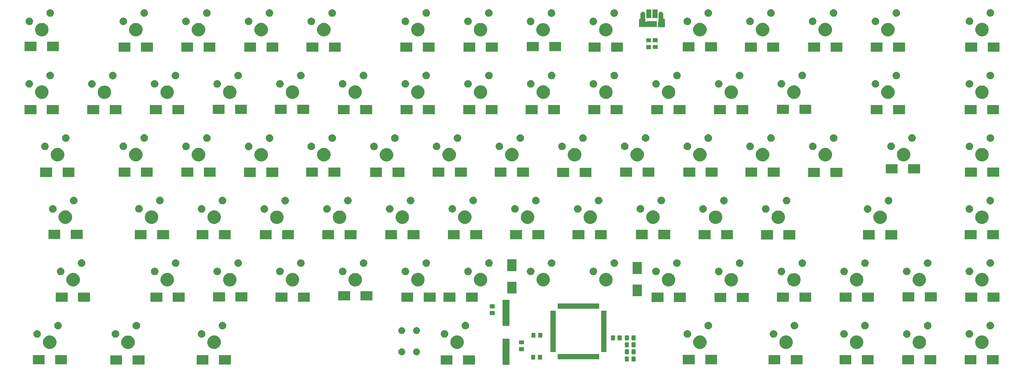
<source format=gbs>
G04 #@! TF.GenerationSoftware,KiCad,Pcbnew,5.0.1*
G04 #@! TF.CreationDate,2019-03-20T17:54:49+01:00*
G04 #@! TF.ProjectId,sofaboard,736F6661626F6172642E6B696361645F,rev?*
G04 #@! TF.SameCoordinates,Original*
G04 #@! TF.FileFunction,Soldermask,Bot*
G04 #@! TF.FilePolarity,Negative*
%FSLAX46Y46*%
G04 Gerber Fmt 4.6, Leading zero omitted, Abs format (unit mm)*
G04 Created by KiCad (PCBNEW 5.0.1) date Wed 20 Mar 2019 17:54:49 CET*
%MOMM*%
%LPD*%
G01*
G04 APERTURE LIST*
%ADD10C,0.100000*%
G04 APERTURE END LIST*
D10*
G36*
X157701000Y12784000D02*
X155599000Y12784000D01*
X155599000Y20761000D01*
X157701000Y20761000D01*
X157701000Y12784000D01*
X157701000Y12784000D01*
G37*
G36*
X147171000Y12889000D02*
X143569000Y12889000D01*
X143569000Y15691000D01*
X147171000Y15691000D01*
X147171000Y12889000D01*
X147171000Y12889000D01*
G37*
G36*
X140371000Y12889000D02*
X136769000Y12889000D01*
X136769000Y15691000D01*
X140371000Y15691000D01*
X140371000Y12889000D01*
X140371000Y12889000D01*
G37*
G36*
X46741000Y12889000D02*
X43139000Y12889000D01*
X43139000Y15691000D01*
X46741000Y15691000D01*
X46741000Y12889000D01*
X46741000Y12889000D01*
G37*
G36*
X39941000Y12889000D02*
X36339000Y12889000D01*
X36339000Y15691000D01*
X39941000Y15691000D01*
X39941000Y12889000D01*
X39941000Y12889000D01*
G37*
G36*
X66191000Y12939000D02*
X62589000Y12939000D01*
X62589000Y15741000D01*
X66191000Y15741000D01*
X66191000Y12939000D01*
X66191000Y12939000D01*
G37*
G36*
X72991000Y12939000D02*
X69389000Y12939000D01*
X69389000Y15741000D01*
X72991000Y15741000D01*
X72991000Y12939000D01*
X72991000Y12939000D01*
G37*
G36*
X306401000Y12959000D02*
X302799000Y12959000D01*
X302799000Y15761000D01*
X306401000Y15761000D01*
X306401000Y12959000D01*
X306401000Y12959000D01*
G37*
G36*
X16391000Y12959000D02*
X12789000Y12959000D01*
X12789000Y15761000D01*
X16391000Y15761000D01*
X16391000Y12959000D01*
X16391000Y12959000D01*
G37*
G36*
X23191000Y12959000D02*
X19589000Y12959000D01*
X19589000Y15761000D01*
X23191000Y15761000D01*
X23191000Y12959000D01*
X23191000Y12959000D01*
G37*
G36*
X299601000Y12959000D02*
X295999000Y12959000D01*
X295999000Y15761000D01*
X299601000Y15761000D01*
X299601000Y12959000D01*
X299601000Y12959000D01*
G37*
G36*
X287441000Y12969000D02*
X283839000Y12969000D01*
X283839000Y15771000D01*
X287441000Y15771000D01*
X287441000Y12969000D01*
X287441000Y12969000D01*
G37*
G36*
X280641000Y12969000D02*
X277039000Y12969000D01*
X277039000Y15771000D01*
X280641000Y15771000D01*
X280641000Y12969000D01*
X280641000Y12969000D01*
G37*
G36*
X261591000Y12979000D02*
X257989000Y12979000D01*
X257989000Y15781000D01*
X261591000Y15781000D01*
X261591000Y12979000D01*
X261591000Y12979000D01*
G37*
G36*
X268391000Y12979000D02*
X264789000Y12979000D01*
X264789000Y15781000D01*
X268391000Y15781000D01*
X268391000Y12979000D01*
X268391000Y12979000D01*
G37*
G36*
X240001000Y12999000D02*
X236399000Y12999000D01*
X236399000Y15801000D01*
X240001000Y15801000D01*
X240001000Y12999000D01*
X240001000Y12999000D01*
G37*
G36*
X246801000Y12999000D02*
X243199000Y12999000D01*
X243199000Y15801000D01*
X246801000Y15801000D01*
X246801000Y12999000D01*
X246801000Y12999000D01*
G37*
G36*
X220791000Y13019000D02*
X217189000Y13019000D01*
X217189000Y15821000D01*
X220791000Y15821000D01*
X220791000Y13019000D01*
X220791000Y13019000D01*
G37*
G36*
X213991000Y13019000D02*
X210389000Y13019000D01*
X210389000Y15821000D01*
X213991000Y15821000D01*
X213991000Y13019000D01*
X213991000Y13019000D01*
G37*
G36*
X193803677Y15336535D02*
X193841364Y15325102D01*
X193876103Y15306534D01*
X193906548Y15281548D01*
X193931534Y15251103D01*
X193950102Y15216364D01*
X193961535Y15178677D01*
X193966000Y15133339D01*
X193966000Y14046661D01*
X193961535Y14001323D01*
X193950102Y13963636D01*
X193931534Y13928897D01*
X193906548Y13898452D01*
X193876103Y13873466D01*
X193841364Y13854898D01*
X193803677Y13843465D01*
X193758339Y13839000D01*
X192921661Y13839000D01*
X192876323Y13843465D01*
X192838636Y13854898D01*
X192803897Y13873466D01*
X192773452Y13898452D01*
X192748466Y13928897D01*
X192729898Y13963636D01*
X192718465Y14001323D01*
X192714000Y14046661D01*
X192714000Y15133339D01*
X192718465Y15178677D01*
X192729898Y15216364D01*
X192748466Y15251103D01*
X192773452Y15281548D01*
X192803897Y15306534D01*
X192838636Y15325102D01*
X192876323Y15336535D01*
X192921661Y15341000D01*
X193758339Y15341000D01*
X193803677Y15336535D01*
X193803677Y15336535D01*
G37*
G36*
X195853677Y15336535D02*
X195891364Y15325102D01*
X195926103Y15306534D01*
X195956548Y15281548D01*
X195981534Y15251103D01*
X196000102Y15216364D01*
X196011535Y15178677D01*
X196016000Y15133339D01*
X196016000Y14046661D01*
X196011535Y14001323D01*
X196000102Y13963636D01*
X195981534Y13928897D01*
X195956548Y13898452D01*
X195926103Y13873466D01*
X195891364Y13854898D01*
X195853677Y13843465D01*
X195808339Y13839000D01*
X194971661Y13839000D01*
X194926323Y13843465D01*
X194888636Y13854898D01*
X194853897Y13873466D01*
X194823452Y13898452D01*
X194798466Y13928897D01*
X194779898Y13963636D01*
X194768465Y14001323D01*
X194764000Y14046661D01*
X194764000Y15133339D01*
X194768465Y15178677D01*
X194779898Y15216364D01*
X194798466Y15251103D01*
X194823452Y15281548D01*
X194853897Y15306534D01*
X194888636Y15325102D01*
X194926323Y15336535D01*
X194971661Y15341000D01*
X195808339Y15341000D01*
X195853677Y15336535D01*
X195853677Y15336535D01*
G37*
G36*
X165353677Y15896535D02*
X165391364Y15885102D01*
X165426103Y15866534D01*
X165456548Y15841548D01*
X165481534Y15811103D01*
X165500102Y15776364D01*
X165511535Y15738677D01*
X165516000Y15693339D01*
X165516000Y14606661D01*
X165511535Y14561323D01*
X165500102Y14523636D01*
X165481534Y14488897D01*
X165456548Y14458452D01*
X165426103Y14433466D01*
X165391364Y14414898D01*
X165353677Y14403465D01*
X165308339Y14399000D01*
X164471661Y14399000D01*
X164426323Y14403465D01*
X164388636Y14414898D01*
X164353897Y14433466D01*
X164323452Y14458452D01*
X164298466Y14488897D01*
X164279898Y14523636D01*
X164268465Y14561323D01*
X164264000Y14606661D01*
X164264000Y15693339D01*
X164268465Y15738677D01*
X164279898Y15776364D01*
X164298466Y15811103D01*
X164323452Y15841548D01*
X164353897Y15866534D01*
X164388636Y15885102D01*
X164426323Y15896535D01*
X164471661Y15901000D01*
X165308339Y15901000D01*
X165353677Y15896535D01*
X165353677Y15896535D01*
G37*
G36*
X167403677Y15896535D02*
X167441364Y15885102D01*
X167476103Y15866534D01*
X167506548Y15841548D01*
X167531534Y15811103D01*
X167550102Y15776364D01*
X167561535Y15738677D01*
X167566000Y15693339D01*
X167566000Y14606661D01*
X167561535Y14561323D01*
X167550102Y14523636D01*
X167531534Y14488897D01*
X167506548Y14458452D01*
X167476103Y14433466D01*
X167441364Y14414898D01*
X167403677Y14403465D01*
X167358339Y14399000D01*
X166521661Y14399000D01*
X166476323Y14403465D01*
X166438636Y14414898D01*
X166403897Y14433466D01*
X166373452Y14458452D01*
X166348466Y14488897D01*
X166329898Y14523636D01*
X166318465Y14561323D01*
X166314000Y14606661D01*
X166314000Y15693339D01*
X166318465Y15738677D01*
X166329898Y15776364D01*
X166348466Y15811103D01*
X166373452Y15841548D01*
X166403897Y15866534D01*
X166438636Y15885102D01*
X166476323Y15896535D01*
X166521661Y15901000D01*
X167358339Y15901000D01*
X167403677Y15896535D01*
X167403677Y15896535D01*
G37*
G36*
X184956000Y14529000D02*
X172304000Y14529000D01*
X172304000Y16131000D01*
X184956000Y16131000D01*
X184956000Y14529000D01*
X184956000Y14529000D01*
G37*
G36*
X125246565Y17780611D02*
X125437834Y17701385D01*
X125609976Y17586363D01*
X125756363Y17439976D01*
X125871385Y17267834D01*
X125950611Y17076565D01*
X125991000Y16873516D01*
X125991000Y16666484D01*
X125950611Y16463435D01*
X125871385Y16272166D01*
X125756363Y16100024D01*
X125609976Y15953637D01*
X125437834Y15838615D01*
X125246565Y15759389D01*
X125043516Y15719000D01*
X124836484Y15719000D01*
X124633435Y15759389D01*
X124442166Y15838615D01*
X124270024Y15953637D01*
X124123637Y16100024D01*
X124008615Y16272166D01*
X123929389Y16463435D01*
X123889000Y16666484D01*
X123889000Y16873516D01*
X123929389Y17076565D01*
X124008615Y17267834D01*
X124123637Y17439976D01*
X124270024Y17586363D01*
X124442166Y17701385D01*
X124633435Y17780611D01*
X124836484Y17821000D01*
X125043516Y17821000D01*
X125246565Y17780611D01*
X125246565Y17780611D01*
G37*
G36*
X129746565Y17780611D02*
X129937834Y17701385D01*
X130109976Y17586363D01*
X130256363Y17439976D01*
X130371385Y17267834D01*
X130450611Y17076565D01*
X130491000Y16873516D01*
X130491000Y16666484D01*
X130450611Y16463435D01*
X130371385Y16272166D01*
X130256363Y16100024D01*
X130109976Y15953637D01*
X129937834Y15838615D01*
X129746565Y15759389D01*
X129543516Y15719000D01*
X129336484Y15719000D01*
X129133435Y15759389D01*
X128942166Y15838615D01*
X128770024Y15953637D01*
X128623637Y16100024D01*
X128508615Y16272166D01*
X128429389Y16463435D01*
X128389000Y16666484D01*
X128389000Y16873516D01*
X128429389Y17076565D01*
X128508615Y17267834D01*
X128623637Y17439976D01*
X128770024Y17586363D01*
X128942166Y17701385D01*
X129133435Y17780611D01*
X129336484Y17821000D01*
X129543516Y17821000D01*
X129746565Y17780611D01*
X129746565Y17780611D01*
G37*
G36*
X195868677Y17526535D02*
X195906364Y17515102D01*
X195941103Y17496534D01*
X195971548Y17471548D01*
X195996534Y17441103D01*
X196015102Y17406364D01*
X196026535Y17368677D01*
X196031000Y17323339D01*
X196031000Y16236661D01*
X196026535Y16191323D01*
X196015102Y16153636D01*
X195996534Y16118897D01*
X195971548Y16088452D01*
X195941103Y16063466D01*
X195906364Y16044898D01*
X195868677Y16033465D01*
X195823339Y16029000D01*
X194986661Y16029000D01*
X194941323Y16033465D01*
X194903636Y16044898D01*
X194868897Y16063466D01*
X194838452Y16088452D01*
X194813466Y16118897D01*
X194794898Y16153636D01*
X194783465Y16191323D01*
X194779000Y16236661D01*
X194779000Y17323339D01*
X194783465Y17368677D01*
X194794898Y17406364D01*
X194813466Y17441103D01*
X194838452Y17471548D01*
X194868897Y17496534D01*
X194903636Y17515102D01*
X194941323Y17526535D01*
X194986661Y17531000D01*
X195823339Y17531000D01*
X195868677Y17526535D01*
X195868677Y17526535D01*
G37*
G36*
X193818677Y17526535D02*
X193856364Y17515102D01*
X193891103Y17496534D01*
X193921548Y17471548D01*
X193946534Y17441103D01*
X193965102Y17406364D01*
X193976535Y17368677D01*
X193981000Y17323339D01*
X193981000Y16236661D01*
X193976535Y16191323D01*
X193965102Y16153636D01*
X193946534Y16118897D01*
X193921548Y16088452D01*
X193891103Y16063466D01*
X193856364Y16044898D01*
X193818677Y16033465D01*
X193773339Y16029000D01*
X192936661Y16029000D01*
X192891323Y16033465D01*
X192853636Y16044898D01*
X192818897Y16063466D01*
X192788452Y16088452D01*
X192763466Y16118897D01*
X192744898Y16153636D01*
X192733465Y16191323D01*
X192729000Y16236661D01*
X192729000Y17323339D01*
X192733465Y17368677D01*
X192744898Y17406364D01*
X192763466Y17441103D01*
X192788452Y17471548D01*
X192818897Y17496534D01*
X192853636Y17515102D01*
X192891323Y17526535D01*
X192936661Y17531000D01*
X193773339Y17531000D01*
X193818677Y17526535D01*
X193818677Y17526535D01*
G37*
G36*
X171731000Y16704000D02*
X170129000Y16704000D01*
X170129000Y29356000D01*
X171731000Y29356000D01*
X171731000Y16704000D01*
X171731000Y16704000D01*
G37*
G36*
X187131000Y16704000D02*
X185529000Y16704000D01*
X185529000Y29356000D01*
X187131000Y29356000D01*
X187131000Y16704000D01*
X187131000Y16704000D01*
G37*
G36*
X161928677Y18241535D02*
X161966364Y18230102D01*
X162001103Y18211534D01*
X162031548Y18186548D01*
X162056534Y18156103D01*
X162075102Y18121364D01*
X162086535Y18083677D01*
X162091000Y18038339D01*
X162091000Y17201661D01*
X162086535Y17156323D01*
X162075102Y17118636D01*
X162056534Y17083897D01*
X162031548Y17053452D01*
X162001103Y17028466D01*
X161966364Y17009898D01*
X161928677Y16998465D01*
X161883339Y16994000D01*
X160796661Y16994000D01*
X160751323Y16998465D01*
X160713636Y17009898D01*
X160678897Y17028466D01*
X160648452Y17053452D01*
X160623466Y17083897D01*
X160604898Y17118636D01*
X160593465Y17156323D01*
X160589000Y17201661D01*
X160589000Y18038339D01*
X160593465Y18083677D01*
X160604898Y18121364D01*
X160623466Y18156103D01*
X160648452Y18186548D01*
X160678897Y18211534D01*
X160713636Y18230102D01*
X160751323Y18241535D01*
X160796661Y18246000D01*
X161883339Y18246000D01*
X161928677Y18241535D01*
X161928677Y18241535D01*
G37*
G36*
X282858252Y21652182D02*
X282858254Y21652181D01*
X282858255Y21652181D01*
X283231513Y21497573D01*
X283552470Y21283116D01*
X283567439Y21273114D01*
X283853114Y20987439D01*
X283853116Y20987436D01*
X284077573Y20651513D01*
X284223898Y20298252D01*
X284232182Y20278252D01*
X284311000Y19882007D01*
X284311000Y19477993D01*
X284234171Y19091745D01*
X284232181Y19081745D01*
X284077573Y18708487D01*
X284077572Y18708486D01*
X283853114Y18372561D01*
X283567439Y18086886D01*
X283567436Y18086884D01*
X283231513Y17862427D01*
X282858255Y17707819D01*
X282858254Y17707819D01*
X282858252Y17707818D01*
X282462007Y17629000D01*
X282057993Y17629000D01*
X281661748Y17707818D01*
X281661746Y17707819D01*
X281661745Y17707819D01*
X281288487Y17862427D01*
X280952564Y18086884D01*
X280952561Y18086886D01*
X280666886Y18372561D01*
X280442428Y18708486D01*
X280442427Y18708487D01*
X280287819Y19081745D01*
X280285830Y19091745D01*
X280209000Y19477993D01*
X280209000Y19882007D01*
X280287818Y20278252D01*
X280296102Y20298252D01*
X280442427Y20651513D01*
X280666884Y20987436D01*
X280666886Y20987439D01*
X280952561Y21273114D01*
X280967530Y21283116D01*
X281288487Y21497573D01*
X281661745Y21652181D01*
X281661746Y21652181D01*
X281661748Y21652182D01*
X282057993Y21731000D01*
X282462007Y21731000D01*
X282858252Y21652182D01*
X282858252Y21652182D01*
G37*
G36*
X42338252Y21662182D02*
X42338254Y21662181D01*
X42338255Y21662181D01*
X42711513Y21507573D01*
X43017504Y21303116D01*
X43047439Y21283114D01*
X43333114Y20997439D01*
X43333116Y20997436D01*
X43557573Y20661513D01*
X43703898Y20308252D01*
X43712182Y20288252D01*
X43791000Y19892007D01*
X43791000Y19487993D01*
X43714171Y19101745D01*
X43712181Y19091745D01*
X43557573Y18718487D01*
X43372277Y18441173D01*
X43333114Y18382561D01*
X43047439Y18096886D01*
X43047436Y18096884D01*
X42711513Y17872427D01*
X42338255Y17717819D01*
X42338254Y17717819D01*
X42338252Y17717818D01*
X41942007Y17639000D01*
X41537993Y17639000D01*
X41141748Y17717818D01*
X41141746Y17717819D01*
X41141745Y17717819D01*
X40768487Y17872427D01*
X40432564Y18096884D01*
X40432561Y18096886D01*
X40146886Y18382561D01*
X40107723Y18441173D01*
X39922427Y18718487D01*
X39767819Y19091745D01*
X39765830Y19101745D01*
X39689000Y19487993D01*
X39689000Y19892007D01*
X39767818Y20288252D01*
X39776102Y20308252D01*
X39922427Y20661513D01*
X40146884Y20997436D01*
X40146886Y20997439D01*
X40432561Y21283114D01*
X40462496Y21303116D01*
X40768487Y21507573D01*
X41141745Y21662181D01*
X41141746Y21662181D01*
X41141748Y21662182D01*
X41537993Y21741000D01*
X41942007Y21741000D01*
X42338252Y21662182D01*
X42338252Y21662182D01*
G37*
G36*
X242358252Y21672182D02*
X242358254Y21672181D01*
X242358255Y21672181D01*
X242731513Y21517573D01*
X243018279Y21325962D01*
X243067439Y21293114D01*
X243353114Y21007439D01*
X243353116Y21007436D01*
X243577573Y20671513D01*
X243712873Y20344869D01*
X243732182Y20298252D01*
X243811000Y19902007D01*
X243811000Y19497993D01*
X243734171Y19111745D01*
X243732181Y19101745D01*
X243577573Y18728487D01*
X243385596Y18441173D01*
X243353114Y18392561D01*
X243067439Y18106886D01*
X243067436Y18106884D01*
X242731513Y17882427D01*
X242358255Y17727819D01*
X242358254Y17727819D01*
X242358252Y17727818D01*
X241962007Y17649000D01*
X241557993Y17649000D01*
X241161748Y17727818D01*
X241161746Y17727819D01*
X241161745Y17727819D01*
X240788487Y17882427D01*
X240452564Y18106884D01*
X240452561Y18106886D01*
X240166886Y18392561D01*
X240134404Y18441173D01*
X239942427Y18728487D01*
X239787819Y19101745D01*
X239785830Y19111745D01*
X239709000Y19497993D01*
X239709000Y19902007D01*
X239787818Y20298252D01*
X239807127Y20344869D01*
X239942427Y20671513D01*
X240166884Y21007436D01*
X240166886Y21007439D01*
X240452561Y21293114D01*
X240501721Y21325962D01*
X240788487Y21517573D01*
X241161745Y21672181D01*
X241161746Y21672181D01*
X241161748Y21672182D01*
X241557993Y21751000D01*
X241962007Y21751000D01*
X242358252Y21672182D01*
X242358252Y21672182D01*
G37*
G36*
X68518252Y21672182D02*
X68518254Y21672181D01*
X68518255Y21672181D01*
X68891513Y21517573D01*
X69178279Y21325962D01*
X69227439Y21293114D01*
X69513114Y21007439D01*
X69513116Y21007436D01*
X69737573Y20671513D01*
X69872873Y20344869D01*
X69892182Y20298252D01*
X69971000Y19902007D01*
X69971000Y19497993D01*
X69894171Y19111745D01*
X69892181Y19101745D01*
X69737573Y18728487D01*
X69545596Y18441173D01*
X69513114Y18392561D01*
X69227439Y18106886D01*
X69227436Y18106884D01*
X68891513Y17882427D01*
X68518255Y17727819D01*
X68518254Y17727819D01*
X68518252Y17727818D01*
X68122007Y17649000D01*
X67717993Y17649000D01*
X67321748Y17727818D01*
X67321746Y17727819D01*
X67321745Y17727819D01*
X66948487Y17882427D01*
X66612564Y18106884D01*
X66612561Y18106886D01*
X66326886Y18392561D01*
X66294404Y18441173D01*
X66102427Y18728487D01*
X65947819Y19101745D01*
X65945830Y19111745D01*
X65869000Y19497993D01*
X65869000Y19902007D01*
X65947818Y20298252D01*
X65967127Y20344869D01*
X66102427Y20671513D01*
X66326884Y21007436D01*
X66326886Y21007439D01*
X66612561Y21293114D01*
X66661721Y21325962D01*
X66948487Y21517573D01*
X67321745Y21672181D01*
X67321746Y21672181D01*
X67321748Y21672182D01*
X67717993Y21751000D01*
X68122007Y21751000D01*
X68518252Y21672182D01*
X68518252Y21672182D01*
G37*
G36*
X18538252Y21672182D02*
X18538254Y21672181D01*
X18538255Y21672181D01*
X18911513Y21517573D01*
X19198279Y21325962D01*
X19247439Y21293114D01*
X19533114Y21007439D01*
X19533116Y21007436D01*
X19757573Y20671513D01*
X19892873Y20344869D01*
X19912182Y20298252D01*
X19991000Y19902007D01*
X19991000Y19497993D01*
X19914171Y19111745D01*
X19912181Y19101745D01*
X19757573Y18728487D01*
X19565596Y18441173D01*
X19533114Y18392561D01*
X19247439Y18106886D01*
X19247436Y18106884D01*
X18911513Y17882427D01*
X18538255Y17727819D01*
X18538254Y17727819D01*
X18538252Y17727818D01*
X18142007Y17649000D01*
X17737993Y17649000D01*
X17341748Y17727818D01*
X17341746Y17727819D01*
X17341745Y17727819D01*
X16968487Y17882427D01*
X16632564Y18106884D01*
X16632561Y18106886D01*
X16346886Y18392561D01*
X16314404Y18441173D01*
X16122427Y18728487D01*
X15967819Y19101745D01*
X15965830Y19111745D01*
X15889000Y19497993D01*
X15889000Y19902007D01*
X15967818Y20298252D01*
X15987127Y20344869D01*
X16122427Y20671513D01*
X16346884Y21007436D01*
X16346886Y21007439D01*
X16632561Y21293114D01*
X16681721Y21325962D01*
X16968487Y21517573D01*
X17341745Y21672181D01*
X17341746Y21672181D01*
X17341748Y21672182D01*
X17737993Y21751000D01*
X18142007Y21751000D01*
X18538252Y21672182D01*
X18538252Y21672182D01*
G37*
G36*
X263778252Y21682182D02*
X263778254Y21682181D01*
X263778255Y21682181D01*
X264151513Y21527573D01*
X264438279Y21335962D01*
X264487439Y21303114D01*
X264773114Y21017439D01*
X264773116Y21017436D01*
X264997573Y20681513D01*
X265118778Y20388897D01*
X265152182Y20308252D01*
X265231000Y19912007D01*
X265231000Y19507993D01*
X265156588Y19133897D01*
X265152181Y19111745D01*
X264997573Y18738487D01*
X264977527Y18708486D01*
X264773114Y18402561D01*
X264487439Y18116886D01*
X264487436Y18116884D01*
X264151513Y17892427D01*
X263778255Y17737819D01*
X263778254Y17737819D01*
X263778252Y17737818D01*
X263382007Y17659000D01*
X262977993Y17659000D01*
X262581748Y17737818D01*
X262581746Y17737819D01*
X262581745Y17737819D01*
X262208487Y17892427D01*
X261872564Y18116884D01*
X261872561Y18116886D01*
X261586886Y18402561D01*
X261382473Y18708486D01*
X261362427Y18738487D01*
X261207819Y19111745D01*
X261203413Y19133897D01*
X261129000Y19507993D01*
X261129000Y19912007D01*
X261207818Y20308252D01*
X261241222Y20388897D01*
X261362427Y20681513D01*
X261586884Y21017436D01*
X261586886Y21017439D01*
X261872561Y21303114D01*
X261921721Y21335962D01*
X262208487Y21527573D01*
X262581745Y21682181D01*
X262581746Y21682181D01*
X262581748Y21682182D01*
X262977993Y21761000D01*
X263382007Y21761000D01*
X263778252Y21682182D01*
X263778252Y21682182D01*
G37*
G36*
X216158252Y21682182D02*
X216158254Y21682181D01*
X216158255Y21682181D01*
X216531513Y21527573D01*
X216818279Y21335962D01*
X216867439Y21303114D01*
X217153114Y21017439D01*
X217153116Y21017436D01*
X217377573Y20681513D01*
X217498778Y20388897D01*
X217532182Y20308252D01*
X217611000Y19912007D01*
X217611000Y19507993D01*
X217536588Y19133897D01*
X217532181Y19111745D01*
X217377573Y18738487D01*
X217357527Y18708486D01*
X217153114Y18402561D01*
X216867439Y18116886D01*
X216867436Y18116884D01*
X216531513Y17892427D01*
X216158255Y17737819D01*
X216158254Y17737819D01*
X216158252Y17737818D01*
X215762007Y17659000D01*
X215357993Y17659000D01*
X214961748Y17737818D01*
X214961746Y17737819D01*
X214961745Y17737819D01*
X214588487Y17892427D01*
X214252564Y18116884D01*
X214252561Y18116886D01*
X213966886Y18402561D01*
X213762473Y18708486D01*
X213742427Y18738487D01*
X213587819Y19111745D01*
X213583413Y19133897D01*
X213509000Y19507993D01*
X213509000Y19912007D01*
X213587818Y20308252D01*
X213621222Y20388897D01*
X213742427Y20681513D01*
X213966884Y21017436D01*
X213966886Y21017439D01*
X214252561Y21303114D01*
X214301721Y21335962D01*
X214588487Y21527573D01*
X214961745Y21682181D01*
X214961746Y21682181D01*
X214961748Y21682182D01*
X215357993Y21761000D01*
X215762007Y21761000D01*
X216158252Y21682182D01*
X216158252Y21682182D01*
G37*
G36*
X301878252Y21682182D02*
X301878254Y21682181D01*
X301878255Y21682181D01*
X302251513Y21527573D01*
X302538279Y21335962D01*
X302587439Y21303114D01*
X302873114Y21017439D01*
X302873116Y21017436D01*
X303097573Y20681513D01*
X303218778Y20388897D01*
X303252182Y20308252D01*
X303331000Y19912007D01*
X303331000Y19507993D01*
X303256588Y19133897D01*
X303252181Y19111745D01*
X303097573Y18738487D01*
X303077527Y18708486D01*
X302873114Y18402561D01*
X302587439Y18116886D01*
X302587436Y18116884D01*
X302251513Y17892427D01*
X301878255Y17737819D01*
X301878254Y17737819D01*
X301878252Y17737818D01*
X301482007Y17659000D01*
X301077993Y17659000D01*
X300681748Y17737818D01*
X300681746Y17737819D01*
X300681745Y17737819D01*
X300308487Y17892427D01*
X299972564Y18116884D01*
X299972561Y18116886D01*
X299686886Y18402561D01*
X299482473Y18708486D01*
X299462427Y18738487D01*
X299307819Y19111745D01*
X299303413Y19133897D01*
X299229000Y19507993D01*
X299229000Y19912007D01*
X299307818Y20308252D01*
X299341222Y20388897D01*
X299462427Y20681513D01*
X299686884Y21017436D01*
X299686886Y21017439D01*
X299972561Y21303114D01*
X300021721Y21335962D01*
X300308487Y21527573D01*
X300681745Y21682181D01*
X300681746Y21682181D01*
X300681748Y21682182D01*
X301077993Y21761000D01*
X301482007Y21761000D01*
X301878252Y21682182D01*
X301878252Y21682182D01*
G37*
G36*
X142358252Y21682182D02*
X142358254Y21682181D01*
X142358255Y21682181D01*
X142731513Y21527573D01*
X143018279Y21335962D01*
X143067439Y21303114D01*
X143353114Y21017439D01*
X143353116Y21017436D01*
X143577573Y20681513D01*
X143698778Y20388897D01*
X143732182Y20308252D01*
X143811000Y19912007D01*
X143811000Y19507993D01*
X143736588Y19133897D01*
X143732181Y19111745D01*
X143577573Y18738487D01*
X143557527Y18708486D01*
X143353114Y18402561D01*
X143067439Y18116886D01*
X143067436Y18116884D01*
X142731513Y17892427D01*
X142358255Y17737819D01*
X142358254Y17737819D01*
X142358252Y17737818D01*
X141962007Y17659000D01*
X141557993Y17659000D01*
X141161748Y17737818D01*
X141161746Y17737819D01*
X141161745Y17737819D01*
X140788487Y17892427D01*
X140452564Y18116884D01*
X140452561Y18116886D01*
X140166886Y18402561D01*
X139962473Y18708486D01*
X139942427Y18738487D01*
X139787819Y19111745D01*
X139783413Y19133897D01*
X139709000Y19507993D01*
X139709000Y19912007D01*
X139787818Y20308252D01*
X139821222Y20388897D01*
X139942427Y20681513D01*
X140166884Y21017436D01*
X140166886Y21017439D01*
X140452561Y21303114D01*
X140501721Y21335962D01*
X140788487Y21527573D01*
X141161745Y21682181D01*
X141161746Y21682181D01*
X141161748Y21682182D01*
X141557993Y21761000D01*
X141962007Y21761000D01*
X142358252Y21682182D01*
X142358252Y21682182D01*
G37*
G36*
X195848677Y19666535D02*
X195886364Y19655102D01*
X195921103Y19636534D01*
X195951548Y19611548D01*
X195976534Y19581103D01*
X195995102Y19546364D01*
X196006535Y19508677D01*
X196011000Y19463339D01*
X196011000Y18376661D01*
X196006535Y18331323D01*
X195995102Y18293636D01*
X195976534Y18258897D01*
X195951548Y18228452D01*
X195921103Y18203466D01*
X195886364Y18184898D01*
X195848677Y18173465D01*
X195803339Y18169000D01*
X194966661Y18169000D01*
X194921323Y18173465D01*
X194883636Y18184898D01*
X194848897Y18203466D01*
X194818452Y18228452D01*
X194793466Y18258897D01*
X194774898Y18293636D01*
X194763465Y18331323D01*
X194759000Y18376661D01*
X194759000Y19463339D01*
X194763465Y19508677D01*
X194774898Y19546364D01*
X194793466Y19581103D01*
X194818452Y19611548D01*
X194848897Y19636534D01*
X194883636Y19655102D01*
X194921323Y19666535D01*
X194966661Y19671000D01*
X195803339Y19671000D01*
X195848677Y19666535D01*
X195848677Y19666535D01*
G37*
G36*
X193798677Y19666535D02*
X193836364Y19655102D01*
X193871103Y19636534D01*
X193901548Y19611548D01*
X193926534Y19581103D01*
X193945102Y19546364D01*
X193956535Y19508677D01*
X193961000Y19463339D01*
X193961000Y18376661D01*
X193956535Y18331323D01*
X193945102Y18293636D01*
X193926534Y18258897D01*
X193901548Y18228452D01*
X193871103Y18203466D01*
X193836364Y18184898D01*
X193798677Y18173465D01*
X193753339Y18169000D01*
X192916661Y18169000D01*
X192871323Y18173465D01*
X192833636Y18184898D01*
X192798897Y18203466D01*
X192768452Y18228452D01*
X192743466Y18258897D01*
X192724898Y18293636D01*
X192713465Y18331323D01*
X192709000Y18376661D01*
X192709000Y19463339D01*
X192713465Y19508677D01*
X192724898Y19546364D01*
X192743466Y19581103D01*
X192768452Y19611548D01*
X192798897Y19636534D01*
X192833636Y19655102D01*
X192871323Y19666535D01*
X192916661Y19671000D01*
X193753339Y19671000D01*
X193798677Y19666535D01*
X193798677Y19666535D01*
G37*
G36*
X161928677Y20291535D02*
X161966364Y20280102D01*
X162001103Y20261534D01*
X162031548Y20236548D01*
X162056534Y20206103D01*
X162075102Y20171364D01*
X162086535Y20133677D01*
X162091000Y20088339D01*
X162091000Y19251661D01*
X162086535Y19206323D01*
X162075102Y19168636D01*
X162056534Y19133897D01*
X162031548Y19103452D01*
X162001103Y19078466D01*
X161966364Y19059898D01*
X161928677Y19048465D01*
X161883339Y19044000D01*
X160796661Y19044000D01*
X160751323Y19048465D01*
X160713636Y19059898D01*
X160678897Y19078466D01*
X160648452Y19103452D01*
X160623466Y19133897D01*
X160604898Y19168636D01*
X160593465Y19206323D01*
X160589000Y19251661D01*
X160589000Y20088339D01*
X160593465Y20133677D01*
X160604898Y20171364D01*
X160623466Y20206103D01*
X160648452Y20236548D01*
X160678897Y20261534D01*
X160713636Y20280102D01*
X160751323Y20291535D01*
X160796661Y20296000D01*
X161883339Y20296000D01*
X161928677Y20291535D01*
X161928677Y20291535D01*
G37*
G36*
X191643677Y21796535D02*
X191681364Y21785102D01*
X191716103Y21766534D01*
X191746548Y21741548D01*
X191771534Y21711103D01*
X191790102Y21676364D01*
X191801535Y21638677D01*
X191806000Y21593339D01*
X191806000Y20506661D01*
X191801535Y20461323D01*
X191790102Y20423636D01*
X191771534Y20388897D01*
X191746548Y20358452D01*
X191716103Y20333466D01*
X191681364Y20314898D01*
X191643677Y20303465D01*
X191598339Y20299000D01*
X190761661Y20299000D01*
X190716323Y20303465D01*
X190678636Y20314898D01*
X190643897Y20333466D01*
X190613452Y20358452D01*
X190588466Y20388897D01*
X190569898Y20423636D01*
X190558465Y20461323D01*
X190554000Y20506661D01*
X190554000Y21593339D01*
X190558465Y21638677D01*
X190569898Y21676364D01*
X190588466Y21711103D01*
X190613452Y21741548D01*
X190643897Y21766534D01*
X190678636Y21785102D01*
X190716323Y21796535D01*
X190761661Y21801000D01*
X191598339Y21801000D01*
X191643677Y21796535D01*
X191643677Y21796535D01*
G37*
G36*
X195873677Y21796535D02*
X195911364Y21785102D01*
X195946103Y21766534D01*
X195976548Y21741548D01*
X196001534Y21711103D01*
X196020102Y21676364D01*
X196031535Y21638677D01*
X196036000Y21593339D01*
X196036000Y20506661D01*
X196031535Y20461323D01*
X196020102Y20423636D01*
X196001534Y20388897D01*
X195976548Y20358452D01*
X195946103Y20333466D01*
X195911364Y20314898D01*
X195873677Y20303465D01*
X195828339Y20299000D01*
X194991661Y20299000D01*
X194946323Y20303465D01*
X194908636Y20314898D01*
X194873897Y20333466D01*
X194843452Y20358452D01*
X194818466Y20388897D01*
X194799898Y20423636D01*
X194788465Y20461323D01*
X194784000Y20506661D01*
X194784000Y21593339D01*
X194788465Y21638677D01*
X194799898Y21676364D01*
X194818466Y21711103D01*
X194843452Y21741548D01*
X194873897Y21766534D01*
X194908636Y21785102D01*
X194946323Y21796535D01*
X194991661Y21801000D01*
X195828339Y21801000D01*
X195873677Y21796535D01*
X195873677Y21796535D01*
G37*
G36*
X189593677Y21796535D02*
X189631364Y21785102D01*
X189666103Y21766534D01*
X189696548Y21741548D01*
X189721534Y21711103D01*
X189740102Y21676364D01*
X189751535Y21638677D01*
X189756000Y21593339D01*
X189756000Y20506661D01*
X189751535Y20461323D01*
X189740102Y20423636D01*
X189721534Y20388897D01*
X189696548Y20358452D01*
X189666103Y20333466D01*
X189631364Y20314898D01*
X189593677Y20303465D01*
X189548339Y20299000D01*
X188711661Y20299000D01*
X188666323Y20303465D01*
X188628636Y20314898D01*
X188593897Y20333466D01*
X188563452Y20358452D01*
X188538466Y20388897D01*
X188519898Y20423636D01*
X188508465Y20461323D01*
X188504000Y20506661D01*
X188504000Y21593339D01*
X188508465Y21638677D01*
X188519898Y21676364D01*
X188538466Y21711103D01*
X188563452Y21741548D01*
X188593897Y21766534D01*
X188628636Y21785102D01*
X188666323Y21796535D01*
X188711661Y21801000D01*
X189548339Y21801000D01*
X189593677Y21796535D01*
X189593677Y21796535D01*
G37*
G36*
X193823677Y21796535D02*
X193861364Y21785102D01*
X193896103Y21766534D01*
X193926548Y21741548D01*
X193951534Y21711103D01*
X193970102Y21676364D01*
X193981535Y21638677D01*
X193986000Y21593339D01*
X193986000Y20506661D01*
X193981535Y20461323D01*
X193970102Y20423636D01*
X193951534Y20388897D01*
X193926548Y20358452D01*
X193896103Y20333466D01*
X193861364Y20314898D01*
X193823677Y20303465D01*
X193778339Y20299000D01*
X192941661Y20299000D01*
X192896323Y20303465D01*
X192858636Y20314898D01*
X192823897Y20333466D01*
X192793452Y20358452D01*
X192768466Y20388897D01*
X192749898Y20423636D01*
X192738465Y20461323D01*
X192734000Y20506661D01*
X192734000Y21593339D01*
X192738465Y21638677D01*
X192749898Y21676364D01*
X192768466Y21711103D01*
X192793452Y21741548D01*
X192823897Y21766534D01*
X192858636Y21785102D01*
X192896323Y21796535D01*
X192941661Y21801000D01*
X193778339Y21801000D01*
X193823677Y21796535D01*
X193823677Y21796535D01*
G37*
G36*
X278785734Y23326768D02*
X278995202Y23240004D01*
X279183723Y23114038D01*
X279344038Y22953723D01*
X279470004Y22765202D01*
X279556768Y22555734D01*
X279601000Y22333365D01*
X279601000Y22106635D01*
X279556768Y21884266D01*
X279470004Y21674798D01*
X279344038Y21486277D01*
X279183723Y21325962D01*
X278995202Y21199996D01*
X278785734Y21113232D01*
X278563365Y21069000D01*
X278336635Y21069000D01*
X278114266Y21113232D01*
X277904798Y21199996D01*
X277716277Y21325962D01*
X277555962Y21486277D01*
X277429996Y21674798D01*
X277343232Y21884266D01*
X277299000Y22106635D01*
X277299000Y22333365D01*
X277343232Y22555734D01*
X277429996Y22765202D01*
X277555962Y22953723D01*
X277716277Y23114038D01*
X277904798Y23240004D01*
X278114266Y23326768D01*
X278336635Y23371000D01*
X278563365Y23371000D01*
X278785734Y23326768D01*
X278785734Y23326768D01*
G37*
G36*
X167478677Y22576535D02*
X167516364Y22565102D01*
X167551103Y22546534D01*
X167581548Y22521548D01*
X167606534Y22491103D01*
X167625102Y22456364D01*
X167636535Y22418677D01*
X167641000Y22373339D01*
X167641000Y21286661D01*
X167636535Y21241323D01*
X167625102Y21203636D01*
X167606534Y21168897D01*
X167581548Y21138452D01*
X167551103Y21113466D01*
X167516364Y21094898D01*
X167478677Y21083465D01*
X167433339Y21079000D01*
X166596661Y21079000D01*
X166551323Y21083465D01*
X166513636Y21094898D01*
X166478897Y21113466D01*
X166448452Y21138452D01*
X166423466Y21168897D01*
X166404898Y21203636D01*
X166393465Y21241323D01*
X166389000Y21286661D01*
X166389000Y22373339D01*
X166393465Y22418677D01*
X166404898Y22456364D01*
X166423466Y22491103D01*
X166448452Y22521548D01*
X166478897Y22546534D01*
X166513636Y22565102D01*
X166551323Y22576535D01*
X166596661Y22581000D01*
X167433339Y22581000D01*
X167478677Y22576535D01*
X167478677Y22576535D01*
G37*
G36*
X38265734Y23336768D02*
X38475202Y23250004D01*
X38663723Y23124038D01*
X38824038Y22963723D01*
X38950004Y22775202D01*
X39036768Y22565734D01*
X39081000Y22343365D01*
X39081000Y22116635D01*
X39036768Y21894266D01*
X38950004Y21684798D01*
X38824038Y21496277D01*
X38663723Y21335962D01*
X38475202Y21209996D01*
X38265734Y21123232D01*
X38043365Y21079000D01*
X37816635Y21079000D01*
X37594266Y21123232D01*
X37384798Y21209996D01*
X37196277Y21335962D01*
X37035962Y21496277D01*
X36909996Y21684798D01*
X36823232Y21894266D01*
X36779000Y22116635D01*
X36779000Y22343365D01*
X36823232Y22565734D01*
X36909996Y22775202D01*
X37035962Y22963723D01*
X37196277Y23124038D01*
X37384798Y23250004D01*
X37594266Y23336768D01*
X37816635Y23381000D01*
X38043365Y23381000D01*
X38265734Y23336768D01*
X38265734Y23336768D01*
G37*
G36*
X165428677Y22576535D02*
X165466364Y22565102D01*
X165501103Y22546534D01*
X165531548Y22521548D01*
X165556534Y22491103D01*
X165575102Y22456364D01*
X165586535Y22418677D01*
X165591000Y22373339D01*
X165591000Y21286661D01*
X165586535Y21241323D01*
X165575102Y21203636D01*
X165556534Y21168897D01*
X165531548Y21138452D01*
X165501103Y21113466D01*
X165466364Y21094898D01*
X165428677Y21083465D01*
X165383339Y21079000D01*
X164546661Y21079000D01*
X164501323Y21083465D01*
X164463636Y21094898D01*
X164428897Y21113466D01*
X164398452Y21138452D01*
X164373466Y21168897D01*
X164354898Y21203636D01*
X164343465Y21241323D01*
X164339000Y21286661D01*
X164339000Y22373339D01*
X164343465Y22418677D01*
X164354898Y22456364D01*
X164373466Y22491103D01*
X164398452Y22521548D01*
X164428897Y22546534D01*
X164463636Y22565102D01*
X164501323Y22576535D01*
X164546661Y22581000D01*
X165383339Y22581000D01*
X165428677Y22576535D01*
X165428677Y22576535D01*
G37*
G36*
X238285734Y23346768D02*
X238495202Y23260004D01*
X238683723Y23134038D01*
X238844038Y22973723D01*
X238970004Y22785202D01*
X239056768Y22575734D01*
X239101000Y22353365D01*
X239101000Y22126635D01*
X239056768Y21904266D01*
X238970004Y21694798D01*
X238844038Y21506277D01*
X238683723Y21345962D01*
X238495202Y21219996D01*
X238285734Y21133232D01*
X238063365Y21089000D01*
X237836635Y21089000D01*
X237614266Y21133232D01*
X237404798Y21219996D01*
X237216277Y21345962D01*
X237055962Y21506277D01*
X236929996Y21694798D01*
X236843232Y21904266D01*
X236799000Y22126635D01*
X236799000Y22353365D01*
X236843232Y22575734D01*
X236929996Y22785202D01*
X237055962Y22973723D01*
X237216277Y23134038D01*
X237404798Y23260004D01*
X237614266Y23346768D01*
X237836635Y23391000D01*
X238063365Y23391000D01*
X238285734Y23346768D01*
X238285734Y23346768D01*
G37*
G36*
X64445734Y23346768D02*
X64655202Y23260004D01*
X64843723Y23134038D01*
X65004038Y22973723D01*
X65130004Y22785202D01*
X65216768Y22575734D01*
X65261000Y22353365D01*
X65261000Y22126635D01*
X65216768Y21904266D01*
X65130004Y21694798D01*
X65004038Y21506277D01*
X64843723Y21345962D01*
X64655202Y21219996D01*
X64445734Y21133232D01*
X64223365Y21089000D01*
X63996635Y21089000D01*
X63774266Y21133232D01*
X63564798Y21219996D01*
X63376277Y21345962D01*
X63215962Y21506277D01*
X63089996Y21694798D01*
X63003232Y21904266D01*
X62959000Y22126635D01*
X62959000Y22353365D01*
X63003232Y22575734D01*
X63089996Y22785202D01*
X63215962Y22973723D01*
X63376277Y23134038D01*
X63564798Y23260004D01*
X63774266Y23346768D01*
X63996635Y23391000D01*
X64223365Y23391000D01*
X64445734Y23346768D01*
X64445734Y23346768D01*
G37*
G36*
X14465734Y23346768D02*
X14675202Y23260004D01*
X14863723Y23134038D01*
X15024038Y22973723D01*
X15150004Y22785202D01*
X15236768Y22575734D01*
X15281000Y22353365D01*
X15281000Y22126635D01*
X15236768Y21904266D01*
X15150004Y21694798D01*
X15024038Y21506277D01*
X14863723Y21345962D01*
X14675202Y21219996D01*
X14465734Y21133232D01*
X14243365Y21089000D01*
X14016635Y21089000D01*
X13794266Y21133232D01*
X13584798Y21219996D01*
X13396277Y21345962D01*
X13235962Y21506277D01*
X13109996Y21694798D01*
X13023232Y21904266D01*
X12979000Y22126635D01*
X12979000Y22353365D01*
X13023232Y22575734D01*
X13109996Y22785202D01*
X13235962Y22973723D01*
X13396277Y23134038D01*
X13584798Y23260004D01*
X13794266Y23346768D01*
X14016635Y23391000D01*
X14243365Y23391000D01*
X14465734Y23346768D01*
X14465734Y23346768D01*
G37*
G36*
X138285734Y23356768D02*
X138495202Y23270004D01*
X138683723Y23144038D01*
X138844038Y22983723D01*
X138970004Y22795202D01*
X139056768Y22585734D01*
X139101000Y22363365D01*
X139101000Y22136635D01*
X139056768Y21914266D01*
X138970004Y21704798D01*
X138844038Y21516277D01*
X138683723Y21355962D01*
X138495202Y21229996D01*
X138285734Y21143232D01*
X138063365Y21099000D01*
X137836635Y21099000D01*
X137614266Y21143232D01*
X137404798Y21229996D01*
X137216277Y21355962D01*
X137055962Y21516277D01*
X136929996Y21704798D01*
X136843232Y21914266D01*
X136799000Y22136635D01*
X136799000Y22363365D01*
X136843232Y22585734D01*
X136929996Y22795202D01*
X137055962Y22983723D01*
X137216277Y23144038D01*
X137404798Y23270004D01*
X137614266Y23356768D01*
X137836635Y23401000D01*
X138063365Y23401000D01*
X138285734Y23356768D01*
X138285734Y23356768D01*
G37*
G36*
X297805734Y23356768D02*
X298015202Y23270004D01*
X298203723Y23144038D01*
X298364038Y22983723D01*
X298490004Y22795202D01*
X298576768Y22585734D01*
X298621000Y22363365D01*
X298621000Y22136635D01*
X298576768Y21914266D01*
X298490004Y21704798D01*
X298364038Y21516277D01*
X298203723Y21355962D01*
X298015202Y21229996D01*
X297805734Y21143232D01*
X297583365Y21099000D01*
X297356635Y21099000D01*
X297134266Y21143232D01*
X296924798Y21229996D01*
X296736277Y21355962D01*
X296575962Y21516277D01*
X296449996Y21704798D01*
X296363232Y21914266D01*
X296319000Y22136635D01*
X296319000Y22363365D01*
X296363232Y22585734D01*
X296449996Y22795202D01*
X296575962Y22983723D01*
X296736277Y23144038D01*
X296924798Y23270004D01*
X297134266Y23356768D01*
X297356635Y23401000D01*
X297583365Y23401000D01*
X297805734Y23356768D01*
X297805734Y23356768D01*
G37*
G36*
X259705734Y23356768D02*
X259915202Y23270004D01*
X260103723Y23144038D01*
X260264038Y22983723D01*
X260390004Y22795202D01*
X260476768Y22585734D01*
X260521000Y22363365D01*
X260521000Y22136635D01*
X260476768Y21914266D01*
X260390004Y21704798D01*
X260264038Y21516277D01*
X260103723Y21355962D01*
X259915202Y21229996D01*
X259705734Y21143232D01*
X259483365Y21099000D01*
X259256635Y21099000D01*
X259034266Y21143232D01*
X258824798Y21229996D01*
X258636277Y21355962D01*
X258475962Y21516277D01*
X258349996Y21704798D01*
X258263232Y21914266D01*
X258219000Y22136635D01*
X258219000Y22363365D01*
X258263232Y22585734D01*
X258349996Y22795202D01*
X258475962Y22983723D01*
X258636277Y23144038D01*
X258824798Y23270004D01*
X259034266Y23356768D01*
X259256635Y23401000D01*
X259483365Y23401000D01*
X259705734Y23356768D01*
X259705734Y23356768D01*
G37*
G36*
X212085734Y23356768D02*
X212295202Y23270004D01*
X212483723Y23144038D01*
X212644038Y22983723D01*
X212770004Y22795202D01*
X212856768Y22585734D01*
X212901000Y22363365D01*
X212901000Y22136635D01*
X212856768Y21914266D01*
X212770004Y21704798D01*
X212644038Y21516277D01*
X212483723Y21355962D01*
X212295202Y21229996D01*
X212085734Y21143232D01*
X211863365Y21099000D01*
X211636635Y21099000D01*
X211414266Y21143232D01*
X211204798Y21229996D01*
X211016277Y21355962D01*
X210855962Y21516277D01*
X210729996Y21704798D01*
X210643232Y21914266D01*
X210599000Y22136635D01*
X210599000Y22363365D01*
X210643232Y22585734D01*
X210729996Y22795202D01*
X210855962Y22983723D01*
X211016277Y23144038D01*
X211204798Y23270004D01*
X211414266Y23356768D01*
X211636635Y23401000D01*
X211863365Y23401000D01*
X212085734Y23356768D01*
X212085734Y23356768D01*
G37*
G36*
X125246565Y24280611D02*
X125437834Y24201385D01*
X125609976Y24086363D01*
X125756363Y23939976D01*
X125871385Y23767834D01*
X125950611Y23576565D01*
X125991000Y23373516D01*
X125991000Y23166484D01*
X125950611Y22963435D01*
X125871385Y22772166D01*
X125756363Y22600024D01*
X125609976Y22453637D01*
X125437834Y22338615D01*
X125246565Y22259389D01*
X125043516Y22219000D01*
X124836484Y22219000D01*
X124633435Y22259389D01*
X124442166Y22338615D01*
X124270024Y22453637D01*
X124123637Y22600024D01*
X124008615Y22772166D01*
X123929389Y22963435D01*
X123889000Y23166484D01*
X123889000Y23373516D01*
X123929389Y23576565D01*
X124008615Y23767834D01*
X124123637Y23939976D01*
X124270024Y24086363D01*
X124442166Y24201385D01*
X124633435Y24280611D01*
X124836484Y24321000D01*
X125043516Y24321000D01*
X125246565Y24280611D01*
X125246565Y24280611D01*
G37*
G36*
X129746565Y24280611D02*
X129937834Y24201385D01*
X130109976Y24086363D01*
X130256363Y23939976D01*
X130371385Y23767834D01*
X130450611Y23576565D01*
X130491000Y23373516D01*
X130491000Y23166484D01*
X130450611Y22963435D01*
X130371385Y22772166D01*
X130256363Y22600024D01*
X130109976Y22453637D01*
X129937834Y22338615D01*
X129746565Y22259389D01*
X129543516Y22219000D01*
X129336484Y22219000D01*
X129133435Y22259389D01*
X128942166Y22338615D01*
X128770024Y22453637D01*
X128623637Y22600024D01*
X128508615Y22772166D01*
X128429389Y22963435D01*
X128389000Y23166484D01*
X128389000Y23373516D01*
X128429389Y23576565D01*
X128508615Y23767834D01*
X128623637Y23939976D01*
X128770024Y24086363D01*
X128942166Y24201385D01*
X129133435Y24280611D01*
X129336484Y24321000D01*
X129543516Y24321000D01*
X129746565Y24280611D01*
X129746565Y24280611D01*
G37*
G36*
X285135734Y25866768D02*
X285345202Y25780004D01*
X285533723Y25654038D01*
X285694038Y25493723D01*
X285820004Y25305202D01*
X285906768Y25095734D01*
X285951000Y24873365D01*
X285951000Y24646635D01*
X285906768Y24424266D01*
X285820004Y24214798D01*
X285694038Y24026277D01*
X285533723Y23865962D01*
X285345202Y23739996D01*
X285135734Y23653232D01*
X284913365Y23609000D01*
X284686635Y23609000D01*
X284464266Y23653232D01*
X284254798Y23739996D01*
X284066277Y23865962D01*
X283905962Y24026277D01*
X283779996Y24214798D01*
X283693232Y24424266D01*
X283649000Y24646635D01*
X283649000Y24873365D01*
X283693232Y25095734D01*
X283779996Y25305202D01*
X283905962Y25493723D01*
X284066277Y25654038D01*
X284254798Y25780004D01*
X284464266Y25866768D01*
X284686635Y25911000D01*
X284913365Y25911000D01*
X285135734Y25866768D01*
X285135734Y25866768D01*
G37*
G36*
X44615734Y25876768D02*
X44825202Y25790004D01*
X45013723Y25664038D01*
X45174038Y25503723D01*
X45300004Y25315202D01*
X45386768Y25105734D01*
X45431000Y24883365D01*
X45431000Y24656635D01*
X45386768Y24434266D01*
X45300004Y24224798D01*
X45174038Y24036277D01*
X45013723Y23875962D01*
X44825202Y23749996D01*
X44615734Y23663232D01*
X44393365Y23619000D01*
X44166635Y23619000D01*
X43944266Y23663232D01*
X43734798Y23749996D01*
X43546277Y23875962D01*
X43385962Y24036277D01*
X43259996Y24224798D01*
X43173232Y24434266D01*
X43129000Y24656635D01*
X43129000Y24883365D01*
X43173232Y25105734D01*
X43259996Y25315202D01*
X43385962Y25503723D01*
X43546277Y25664038D01*
X43734798Y25790004D01*
X43944266Y25876768D01*
X44166635Y25921000D01*
X44393365Y25921000D01*
X44615734Y25876768D01*
X44615734Y25876768D01*
G37*
G36*
X70795734Y25886768D02*
X71005202Y25800004D01*
X71193723Y25674038D01*
X71354038Y25513723D01*
X71480004Y25325202D01*
X71566768Y25115734D01*
X71611000Y24893365D01*
X71611000Y24666635D01*
X71566768Y24444266D01*
X71480004Y24234798D01*
X71354038Y24046277D01*
X71193723Y23885962D01*
X71005202Y23759996D01*
X70795734Y23673232D01*
X70573365Y23629000D01*
X70346635Y23629000D01*
X70124266Y23673232D01*
X69914798Y23759996D01*
X69726277Y23885962D01*
X69565962Y24046277D01*
X69439996Y24234798D01*
X69353232Y24444266D01*
X69309000Y24666635D01*
X69309000Y24893365D01*
X69353232Y25115734D01*
X69439996Y25325202D01*
X69565962Y25513723D01*
X69726277Y25674038D01*
X69914798Y25800004D01*
X70124266Y25886768D01*
X70346635Y25931000D01*
X70573365Y25931000D01*
X70795734Y25886768D01*
X70795734Y25886768D01*
G37*
G36*
X20815734Y25886768D02*
X21025202Y25800004D01*
X21213723Y25674038D01*
X21374038Y25513723D01*
X21500004Y25325202D01*
X21586768Y25115734D01*
X21631000Y24893365D01*
X21631000Y24666635D01*
X21586768Y24444266D01*
X21500004Y24234798D01*
X21374038Y24046277D01*
X21213723Y23885962D01*
X21025202Y23759996D01*
X20815734Y23673232D01*
X20593365Y23629000D01*
X20366635Y23629000D01*
X20144266Y23673232D01*
X19934798Y23759996D01*
X19746277Y23885962D01*
X19585962Y24046277D01*
X19459996Y24234798D01*
X19373232Y24444266D01*
X19329000Y24666635D01*
X19329000Y24893365D01*
X19373232Y25115734D01*
X19459996Y25325202D01*
X19585962Y25513723D01*
X19746277Y25674038D01*
X19934798Y25800004D01*
X20144266Y25886768D01*
X20366635Y25931000D01*
X20593365Y25931000D01*
X20815734Y25886768D01*
X20815734Y25886768D01*
G37*
G36*
X244635734Y25886768D02*
X244845202Y25800004D01*
X245033723Y25674038D01*
X245194038Y25513723D01*
X245320004Y25325202D01*
X245406768Y25115734D01*
X245451000Y24893365D01*
X245451000Y24666635D01*
X245406768Y24444266D01*
X245320004Y24234798D01*
X245194038Y24046277D01*
X245033723Y23885962D01*
X244845202Y23759996D01*
X244635734Y23673232D01*
X244413365Y23629000D01*
X244186635Y23629000D01*
X243964266Y23673232D01*
X243754798Y23759996D01*
X243566277Y23885962D01*
X243405962Y24046277D01*
X243279996Y24234798D01*
X243193232Y24444266D01*
X243149000Y24666635D01*
X243149000Y24893365D01*
X243193232Y25115734D01*
X243279996Y25325202D01*
X243405962Y25513723D01*
X243566277Y25674038D01*
X243754798Y25800004D01*
X243964266Y25886768D01*
X244186635Y25931000D01*
X244413365Y25931000D01*
X244635734Y25886768D01*
X244635734Y25886768D01*
G37*
G36*
X266055734Y25896768D02*
X266265202Y25810004D01*
X266453723Y25684038D01*
X266614038Y25523723D01*
X266740004Y25335202D01*
X266826768Y25125734D01*
X266871000Y24903365D01*
X266871000Y24676635D01*
X266826768Y24454266D01*
X266740004Y24244798D01*
X266614038Y24056277D01*
X266453723Y23895962D01*
X266265202Y23769996D01*
X266055734Y23683232D01*
X265833365Y23639000D01*
X265606635Y23639000D01*
X265384266Y23683232D01*
X265174798Y23769996D01*
X264986277Y23895962D01*
X264825962Y24056277D01*
X264699996Y24244798D01*
X264613232Y24454266D01*
X264569000Y24676635D01*
X264569000Y24903365D01*
X264613232Y25125734D01*
X264699996Y25335202D01*
X264825962Y25523723D01*
X264986277Y25684038D01*
X265174798Y25810004D01*
X265384266Y25896768D01*
X265606635Y25941000D01*
X265833365Y25941000D01*
X266055734Y25896768D01*
X266055734Y25896768D01*
G37*
G36*
X218435734Y25896768D02*
X218645202Y25810004D01*
X218833723Y25684038D01*
X218994038Y25523723D01*
X219120004Y25335202D01*
X219206768Y25125734D01*
X219251000Y24903365D01*
X219251000Y24676635D01*
X219206768Y24454266D01*
X219120004Y24244798D01*
X218994038Y24056277D01*
X218833723Y23895962D01*
X218645202Y23769996D01*
X218435734Y23683232D01*
X218213365Y23639000D01*
X217986635Y23639000D01*
X217764266Y23683232D01*
X217554798Y23769996D01*
X217366277Y23895962D01*
X217205962Y24056277D01*
X217079996Y24244798D01*
X216993232Y24454266D01*
X216949000Y24676635D01*
X216949000Y24903365D01*
X216993232Y25125734D01*
X217079996Y25335202D01*
X217205962Y25523723D01*
X217366277Y25684038D01*
X217554798Y25810004D01*
X217764266Y25896768D01*
X217986635Y25941000D01*
X218213365Y25941000D01*
X218435734Y25896768D01*
X218435734Y25896768D01*
G37*
G36*
X304155734Y25896768D02*
X304365202Y25810004D01*
X304553723Y25684038D01*
X304714038Y25523723D01*
X304840004Y25335202D01*
X304926768Y25125734D01*
X304971000Y24903365D01*
X304971000Y24676635D01*
X304926768Y24454266D01*
X304840004Y24244798D01*
X304714038Y24056277D01*
X304553723Y23895962D01*
X304365202Y23769996D01*
X304155734Y23683232D01*
X303933365Y23639000D01*
X303706635Y23639000D01*
X303484266Y23683232D01*
X303274798Y23769996D01*
X303086277Y23895962D01*
X302925962Y24056277D01*
X302799996Y24244798D01*
X302713232Y24454266D01*
X302669000Y24676635D01*
X302669000Y24903365D01*
X302713232Y25125734D01*
X302799996Y25335202D01*
X302925962Y25523723D01*
X303086277Y25684038D01*
X303274798Y25810004D01*
X303484266Y25896768D01*
X303706635Y25941000D01*
X303933365Y25941000D01*
X304155734Y25896768D01*
X304155734Y25896768D01*
G37*
G36*
X144635734Y25896768D02*
X144845202Y25810004D01*
X145033723Y25684038D01*
X145194038Y25523723D01*
X145320004Y25335202D01*
X145406768Y25125734D01*
X145451000Y24903365D01*
X145451000Y24676635D01*
X145406768Y24454266D01*
X145320004Y24244798D01*
X145194038Y24056277D01*
X145033723Y23895962D01*
X144845202Y23769996D01*
X144635734Y23683232D01*
X144413365Y23639000D01*
X144186635Y23639000D01*
X143964266Y23683232D01*
X143754798Y23769996D01*
X143566277Y23895962D01*
X143405962Y24056277D01*
X143279996Y24244798D01*
X143193232Y24454266D01*
X143149000Y24676635D01*
X143149000Y24903365D01*
X143193232Y25125734D01*
X143279996Y25335202D01*
X143405962Y25523723D01*
X143566277Y25684038D01*
X143754798Y25810004D01*
X143964266Y25896768D01*
X144186635Y25941000D01*
X144413365Y25941000D01*
X144635734Y25896768D01*
X144635734Y25896768D01*
G37*
G36*
X157701000Y24659000D02*
X155599000Y24659000D01*
X155599000Y32636000D01*
X157701000Y32636000D01*
X157701000Y24659000D01*
X157701000Y24659000D01*
G37*
G36*
X153048677Y29231535D02*
X153086364Y29220102D01*
X153121103Y29201534D01*
X153151548Y29176548D01*
X153176534Y29146103D01*
X153195102Y29111364D01*
X153206535Y29073677D01*
X153211000Y29028339D01*
X153211000Y28191661D01*
X153206535Y28146323D01*
X153195102Y28108636D01*
X153176534Y28073897D01*
X153151548Y28043452D01*
X153121103Y28018466D01*
X153086364Y27999898D01*
X153048677Y27988465D01*
X153003339Y27984000D01*
X151916661Y27984000D01*
X151871323Y27988465D01*
X151833636Y27999898D01*
X151798897Y28018466D01*
X151768452Y28043452D01*
X151743466Y28073897D01*
X151724898Y28108636D01*
X151713465Y28146323D01*
X151709000Y28191661D01*
X151709000Y29028339D01*
X151713465Y29073677D01*
X151724898Y29111364D01*
X151743466Y29146103D01*
X151768452Y29176548D01*
X151798897Y29201534D01*
X151833636Y29220102D01*
X151871323Y29231535D01*
X151916661Y29236000D01*
X153003339Y29236000D01*
X153048677Y29231535D01*
X153048677Y29231535D01*
G37*
G36*
X184956000Y29929000D02*
X172304000Y29929000D01*
X172304000Y31531000D01*
X184956000Y31531000D01*
X184956000Y29929000D01*
X184956000Y29929000D01*
G37*
G36*
X153048677Y31281535D02*
X153086364Y31270102D01*
X153121103Y31251534D01*
X153151548Y31226548D01*
X153176534Y31196103D01*
X153195102Y31161364D01*
X153206535Y31123677D01*
X153211000Y31078339D01*
X153211000Y30241661D01*
X153206535Y30196323D01*
X153195102Y30158636D01*
X153176534Y30123897D01*
X153151548Y30093452D01*
X153121103Y30068466D01*
X153086364Y30049898D01*
X153048677Y30038465D01*
X153003339Y30034000D01*
X151916661Y30034000D01*
X151871323Y30038465D01*
X151833636Y30049898D01*
X151798897Y30068466D01*
X151768452Y30093452D01*
X151743466Y30123897D01*
X151724898Y30158636D01*
X151713465Y30196323D01*
X151709000Y30241661D01*
X151709000Y31078339D01*
X151713465Y31123677D01*
X151724898Y31161364D01*
X151743466Y31196103D01*
X151768452Y31226548D01*
X151798897Y31251534D01*
X151833636Y31270102D01*
X151871323Y31281535D01*
X151916661Y31286000D01*
X153003339Y31286000D01*
X153048677Y31281535D01*
X153048677Y31281535D01*
G37*
G36*
X230401000Y31969000D02*
X226799000Y31969000D01*
X226799000Y34771000D01*
X230401000Y34771000D01*
X230401000Y31969000D01*
X230401000Y31969000D01*
G37*
G36*
X223601000Y31969000D02*
X219999000Y31969000D01*
X219999000Y34771000D01*
X223601000Y34771000D01*
X223601000Y31969000D01*
X223601000Y31969000D01*
G37*
G36*
X211271000Y31989000D02*
X207669000Y31989000D01*
X207669000Y34791000D01*
X211271000Y34791000D01*
X211271000Y31989000D01*
X211271000Y31989000D01*
G37*
G36*
X204471000Y31989000D02*
X200869000Y31989000D01*
X200869000Y34791000D01*
X204471000Y34791000D01*
X204471000Y31989000D01*
X204471000Y31989000D01*
G37*
G36*
X90191000Y31999000D02*
X86589000Y31999000D01*
X86589000Y34801000D01*
X90191000Y34801000D01*
X90191000Y31999000D01*
X90191000Y31999000D01*
G37*
G36*
X96991000Y31999000D02*
X93389000Y31999000D01*
X93389000Y34801000D01*
X96991000Y34801000D01*
X96991000Y31999000D01*
X96991000Y31999000D01*
G37*
G36*
X52161000Y32009000D02*
X48559000Y32009000D01*
X48559000Y34811000D01*
X52161000Y34811000D01*
X52161000Y32009000D01*
X52161000Y32009000D01*
G37*
G36*
X141251000Y32009000D02*
X137649000Y32009000D01*
X137649000Y34811000D01*
X141251000Y34811000D01*
X141251000Y32009000D01*
X141251000Y32009000D01*
G37*
G36*
X58961000Y32009000D02*
X55359000Y32009000D01*
X55359000Y34811000D01*
X58961000Y34811000D01*
X58961000Y32009000D01*
X58961000Y32009000D01*
G37*
G36*
X148051000Y32009000D02*
X144449000Y32009000D01*
X144449000Y34811000D01*
X148051000Y34811000D01*
X148051000Y32009000D01*
X148051000Y32009000D01*
G37*
G36*
X135221000Y32019000D02*
X131619000Y32019000D01*
X131619000Y34821000D01*
X135221000Y34821000D01*
X135221000Y32019000D01*
X135221000Y32019000D01*
G37*
G36*
X128421000Y32019000D02*
X124819000Y32019000D01*
X124819000Y34821000D01*
X128421000Y34821000D01*
X128421000Y32019000D01*
X128421000Y32019000D01*
G37*
G36*
X30181000Y32029000D02*
X26579000Y32029000D01*
X26579000Y34831000D01*
X30181000Y34831000D01*
X30181000Y32029000D01*
X30181000Y32029000D01*
G37*
G36*
X249391000Y32029000D02*
X245789000Y32029000D01*
X245789000Y34831000D01*
X249391000Y34831000D01*
X249391000Y32029000D01*
X249391000Y32029000D01*
G37*
G36*
X242591000Y32029000D02*
X238989000Y32029000D01*
X238989000Y34831000D01*
X242591000Y34831000D01*
X242591000Y32029000D01*
X242591000Y32029000D01*
G37*
G36*
X23381000Y32029000D02*
X19779000Y32029000D01*
X19779000Y34831000D01*
X23381000Y34831000D01*
X23381000Y32029000D01*
X23381000Y32029000D01*
G37*
G36*
X261651000Y32029000D02*
X258049000Y32029000D01*
X258049000Y34831000D01*
X261651000Y34831000D01*
X261651000Y32029000D01*
X261651000Y32029000D01*
G37*
G36*
X268451000Y32029000D02*
X264849000Y32029000D01*
X264849000Y34831000D01*
X268451000Y34831000D01*
X268451000Y32029000D01*
X268451000Y32029000D01*
G37*
G36*
X306611000Y32059000D02*
X303009000Y32059000D01*
X303009000Y34861000D01*
X306611000Y34861000D01*
X306611000Y32059000D01*
X306611000Y32059000D01*
G37*
G36*
X299811000Y32059000D02*
X296209000Y32059000D01*
X296209000Y34861000D01*
X299811000Y34861000D01*
X299811000Y32059000D01*
X299811000Y32059000D01*
G37*
G36*
X71221000Y32079000D02*
X67619000Y32079000D01*
X67619000Y34881000D01*
X71221000Y34881000D01*
X71221000Y32079000D01*
X71221000Y32079000D01*
G37*
G36*
X78021000Y32079000D02*
X74419000Y32079000D01*
X74419000Y34881000D01*
X78021000Y34881000D01*
X78021000Y32079000D01*
X78021000Y32079000D01*
G37*
G36*
X280731000Y32109000D02*
X277129000Y32109000D01*
X277129000Y34911000D01*
X280731000Y34911000D01*
X280731000Y32109000D01*
X280731000Y32109000D01*
G37*
G36*
X287531000Y32109000D02*
X283929000Y32109000D01*
X283929000Y34911000D01*
X287531000Y34911000D01*
X287531000Y32109000D01*
X287531000Y32109000D01*
G37*
G36*
X116021000Y32429000D02*
X112419000Y32429000D01*
X112419000Y35231000D01*
X116021000Y35231000D01*
X116021000Y32429000D01*
X116021000Y32429000D01*
G37*
G36*
X109221000Y32429000D02*
X105619000Y32429000D01*
X105619000Y35231000D01*
X109221000Y35231000D01*
X109221000Y32429000D01*
X109221000Y32429000D01*
G37*
G36*
X197901000Y33699000D02*
X195099000Y33699000D01*
X195099000Y37301000D01*
X197901000Y37301000D01*
X197901000Y33699000D01*
X197901000Y33699000D01*
G37*
G36*
X159841000Y34549000D02*
X157039000Y34549000D01*
X157039000Y38151000D01*
X159841000Y38151000D01*
X159841000Y34549000D01*
X159841000Y34549000D01*
G37*
G36*
X244748252Y40702182D02*
X244748254Y40702181D01*
X244748255Y40702181D01*
X245121513Y40547573D01*
X245397572Y40363116D01*
X245457439Y40323114D01*
X245743114Y40037439D01*
X245743116Y40037436D01*
X245967573Y39701513D01*
X246113898Y39348252D01*
X246122182Y39328252D01*
X246201000Y38932007D01*
X246201000Y38527993D01*
X246124171Y38141745D01*
X246122181Y38131745D01*
X245967573Y37758487D01*
X245967572Y37758486D01*
X245743114Y37422561D01*
X245457439Y37136886D01*
X245457436Y37136884D01*
X245121513Y36912427D01*
X244748255Y36757819D01*
X244748254Y36757819D01*
X244748252Y36757818D01*
X244352007Y36679000D01*
X243947993Y36679000D01*
X243551748Y36757818D01*
X243551746Y36757819D01*
X243551745Y36757819D01*
X243178487Y36912427D01*
X242842564Y37136884D01*
X242842561Y37136886D01*
X242556886Y37422561D01*
X242332428Y37758486D01*
X242332427Y37758487D01*
X242177819Y38131745D01*
X242175830Y38141745D01*
X242099000Y38527993D01*
X242099000Y38932007D01*
X242177818Y39328252D01*
X242186102Y39348252D01*
X242332427Y39701513D01*
X242556884Y40037436D01*
X242556886Y40037439D01*
X242842561Y40323114D01*
X242902428Y40363116D01*
X243178487Y40547573D01*
X243551745Y40702181D01*
X243551746Y40702181D01*
X243551748Y40702182D01*
X243947993Y40781000D01*
X244352007Y40781000D01*
X244748252Y40702182D01*
X244748252Y40702182D01*
G37*
G36*
X225698252Y40702182D02*
X225698254Y40702181D01*
X225698255Y40702181D01*
X226071513Y40547573D01*
X226347572Y40363116D01*
X226407439Y40323114D01*
X226693114Y40037439D01*
X226693116Y40037436D01*
X226917573Y39701513D01*
X227063898Y39348252D01*
X227072182Y39328252D01*
X227151000Y38932007D01*
X227151000Y38527993D01*
X227074171Y38141745D01*
X227072181Y38131745D01*
X226917573Y37758487D01*
X226917572Y37758486D01*
X226693114Y37422561D01*
X226407439Y37136886D01*
X226407436Y37136884D01*
X226071513Y36912427D01*
X225698255Y36757819D01*
X225698254Y36757819D01*
X225698252Y36757818D01*
X225302007Y36679000D01*
X224897993Y36679000D01*
X224501748Y36757818D01*
X224501746Y36757819D01*
X224501745Y36757819D01*
X224128487Y36912427D01*
X223792564Y37136884D01*
X223792561Y37136886D01*
X223506886Y37422561D01*
X223282428Y37758486D01*
X223282427Y37758487D01*
X223127819Y38131745D01*
X223125830Y38141745D01*
X223049000Y38527993D01*
X223049000Y38932007D01*
X223127818Y39328252D01*
X223136102Y39348252D01*
X223282427Y39701513D01*
X223506884Y40037436D01*
X223506886Y40037439D01*
X223792561Y40323114D01*
X223852428Y40363116D01*
X224128487Y40547573D01*
X224501745Y40702181D01*
X224501746Y40702181D01*
X224501748Y40702182D01*
X224897993Y40781000D01*
X225302007Y40781000D01*
X225698252Y40702182D01*
X225698252Y40702182D01*
G37*
G36*
X206638252Y40712182D02*
X206638254Y40712181D01*
X206638255Y40712181D01*
X207011513Y40557573D01*
X207302538Y40363116D01*
X207347439Y40333114D01*
X207633114Y40047439D01*
X207633116Y40047436D01*
X207857573Y39711513D01*
X208003898Y39358252D01*
X208012182Y39338252D01*
X208091000Y38942007D01*
X208091000Y38537993D01*
X208014171Y38151745D01*
X208012181Y38141745D01*
X207857573Y37768487D01*
X207653161Y37462564D01*
X207633114Y37432561D01*
X207347439Y37146886D01*
X207347436Y37146884D01*
X207011513Y36922427D01*
X206638255Y36767819D01*
X206638254Y36767819D01*
X206638252Y36767818D01*
X206242007Y36689000D01*
X205837993Y36689000D01*
X205441748Y36767818D01*
X205441746Y36767819D01*
X205441745Y36767819D01*
X205068487Y36922427D01*
X204732564Y37146884D01*
X204732561Y37146886D01*
X204446886Y37432561D01*
X204426839Y37462564D01*
X204222427Y37768487D01*
X204067819Y38141745D01*
X204065830Y38151745D01*
X203989000Y38537993D01*
X203989000Y38942007D01*
X204067818Y39338252D01*
X204076102Y39358252D01*
X204222427Y39711513D01*
X204446884Y40047436D01*
X204446886Y40047439D01*
X204732561Y40333114D01*
X204777462Y40363116D01*
X205068487Y40557573D01*
X205441745Y40712181D01*
X205441746Y40712181D01*
X205441748Y40712182D01*
X205837993Y40791000D01*
X206242007Y40791000D01*
X206638252Y40712182D01*
X206638252Y40712182D01*
G37*
G36*
X111408252Y40712182D02*
X111408254Y40712181D01*
X111408255Y40712181D01*
X111781513Y40557573D01*
X112072538Y40363116D01*
X112117439Y40333114D01*
X112403114Y40047439D01*
X112403116Y40047436D01*
X112627573Y39711513D01*
X112773898Y39358252D01*
X112782182Y39338252D01*
X112861000Y38942007D01*
X112861000Y38537993D01*
X112784171Y38151745D01*
X112782181Y38141745D01*
X112627573Y37768487D01*
X112423161Y37462564D01*
X112403114Y37432561D01*
X112117439Y37146886D01*
X112117436Y37146884D01*
X111781513Y36922427D01*
X111408255Y36767819D01*
X111408254Y36767819D01*
X111408252Y36767818D01*
X111012007Y36689000D01*
X110607993Y36689000D01*
X110211748Y36767818D01*
X110211746Y36767819D01*
X110211745Y36767819D01*
X109838487Y36922427D01*
X109502564Y37146884D01*
X109502561Y37146886D01*
X109216886Y37432561D01*
X109196839Y37462564D01*
X108992427Y37768487D01*
X108837819Y38141745D01*
X108835830Y38151745D01*
X108759000Y38537993D01*
X108759000Y38942007D01*
X108837818Y39338252D01*
X108846102Y39358252D01*
X108992427Y39711513D01*
X109216884Y40047436D01*
X109216886Y40047439D01*
X109502561Y40333114D01*
X109547462Y40363116D01*
X109838487Y40557573D01*
X110211745Y40712181D01*
X110211746Y40712181D01*
X110211748Y40712182D01*
X110607993Y40791000D01*
X111012007Y40791000D01*
X111408252Y40712182D01*
X111408252Y40712182D01*
G37*
G36*
X73288252Y40712182D02*
X73288254Y40712181D01*
X73288255Y40712181D01*
X73661513Y40557573D01*
X73952538Y40363116D01*
X73997439Y40333114D01*
X74283114Y40047439D01*
X74283116Y40047436D01*
X74507573Y39711513D01*
X74653898Y39358252D01*
X74662182Y39338252D01*
X74741000Y38942007D01*
X74741000Y38537993D01*
X74664171Y38151745D01*
X74662181Y38141745D01*
X74507573Y37768487D01*
X74303161Y37462564D01*
X74283114Y37432561D01*
X73997439Y37146886D01*
X73997436Y37146884D01*
X73661513Y36922427D01*
X73288255Y36767819D01*
X73288254Y36767819D01*
X73288252Y36767818D01*
X72892007Y36689000D01*
X72487993Y36689000D01*
X72091748Y36767818D01*
X72091746Y36767819D01*
X72091745Y36767819D01*
X71718487Y36922427D01*
X71382564Y37146884D01*
X71382561Y37146886D01*
X71096886Y37432561D01*
X71076839Y37462564D01*
X70872427Y37768487D01*
X70717819Y38141745D01*
X70715830Y38151745D01*
X70639000Y38537993D01*
X70639000Y38942007D01*
X70717818Y39338252D01*
X70726102Y39358252D01*
X70872427Y39711513D01*
X71096884Y40047436D01*
X71096886Y40047439D01*
X71382561Y40333114D01*
X71427462Y40363116D01*
X71718487Y40557573D01*
X72091745Y40712181D01*
X72091746Y40712181D01*
X72091748Y40712182D01*
X72487993Y40791000D01*
X72892007Y40791000D01*
X73288252Y40712182D01*
X73288252Y40712182D01*
G37*
G36*
X54258252Y40722182D02*
X54258254Y40722181D01*
X54258255Y40722181D01*
X54631513Y40567573D01*
X54918279Y40375962D01*
X54967439Y40343114D01*
X55253114Y40057439D01*
X55253116Y40057436D01*
X55477573Y39721513D01*
X55623898Y39368252D01*
X55632182Y39348252D01*
X55711000Y38952007D01*
X55711000Y38547993D01*
X55634171Y38161745D01*
X55632181Y38151745D01*
X55477573Y37778487D01*
X55266480Y37462564D01*
X55253114Y37442561D01*
X54967439Y37156886D01*
X54967436Y37156884D01*
X54631513Y36932427D01*
X54258255Y36777819D01*
X54258254Y36777819D01*
X54258252Y36777818D01*
X53862007Y36699000D01*
X53457993Y36699000D01*
X53061748Y36777818D01*
X53061746Y36777819D01*
X53061745Y36777819D01*
X52688487Y36932427D01*
X52352564Y37156884D01*
X52352561Y37156886D01*
X52066886Y37442561D01*
X52053520Y37462564D01*
X51842427Y37778487D01*
X51687819Y38151745D01*
X51685830Y38161745D01*
X51609000Y38547993D01*
X51609000Y38952007D01*
X51687818Y39348252D01*
X51696102Y39368252D01*
X51842427Y39721513D01*
X52066884Y40057436D01*
X52066886Y40057439D01*
X52352561Y40343114D01*
X52401721Y40375962D01*
X52688487Y40567573D01*
X53061745Y40722181D01*
X53061746Y40722181D01*
X53061748Y40722182D01*
X53457993Y40801000D01*
X53862007Y40801000D01*
X54258252Y40722182D01*
X54258252Y40722182D01*
G37*
G36*
X92338252Y40722182D02*
X92338254Y40722181D01*
X92338255Y40722181D01*
X92711513Y40567573D01*
X92998279Y40375962D01*
X93047439Y40343114D01*
X93333114Y40057439D01*
X93333116Y40057436D01*
X93557573Y39721513D01*
X93703898Y39368252D01*
X93712182Y39348252D01*
X93791000Y38952007D01*
X93791000Y38547993D01*
X93714171Y38161745D01*
X93712181Y38151745D01*
X93557573Y37778487D01*
X93346480Y37462564D01*
X93333114Y37442561D01*
X93047439Y37156886D01*
X93047436Y37156884D01*
X92711513Y36932427D01*
X92338255Y36777819D01*
X92338254Y36777819D01*
X92338252Y36777818D01*
X91942007Y36699000D01*
X91537993Y36699000D01*
X91141748Y36777818D01*
X91141746Y36777819D01*
X91141745Y36777819D01*
X90768487Y36932427D01*
X90432564Y37156884D01*
X90432561Y37156886D01*
X90146886Y37442561D01*
X90133520Y37462564D01*
X89922427Y37778487D01*
X89767819Y38151745D01*
X89765830Y38161745D01*
X89689000Y38547993D01*
X89689000Y38952007D01*
X89767818Y39348252D01*
X89776102Y39368252D01*
X89922427Y39721513D01*
X90146884Y40057436D01*
X90146886Y40057439D01*
X90432561Y40343114D01*
X90481721Y40375962D01*
X90768487Y40567573D01*
X91141745Y40722181D01*
X91141746Y40722181D01*
X91141748Y40722182D01*
X91537993Y40801000D01*
X91942007Y40801000D01*
X92338252Y40722182D01*
X92338252Y40722182D01*
G37*
G36*
X282838252Y40722182D02*
X282838254Y40722181D01*
X282838255Y40722181D01*
X283211513Y40567573D01*
X283498279Y40375962D01*
X283547439Y40343114D01*
X283833114Y40057439D01*
X283833116Y40057436D01*
X284057573Y39721513D01*
X284203898Y39368252D01*
X284212182Y39348252D01*
X284291000Y38952007D01*
X284291000Y38547993D01*
X284214171Y38161745D01*
X284212181Y38151745D01*
X284057573Y37778487D01*
X283846480Y37462564D01*
X283833114Y37442561D01*
X283547439Y37156886D01*
X283547436Y37156884D01*
X283211513Y36932427D01*
X282838255Y36777819D01*
X282838254Y36777819D01*
X282838252Y36777818D01*
X282442007Y36699000D01*
X282037993Y36699000D01*
X281641748Y36777818D01*
X281641746Y36777819D01*
X281641745Y36777819D01*
X281268487Y36932427D01*
X280932564Y37156884D01*
X280932561Y37156886D01*
X280646886Y37442561D01*
X280633520Y37462564D01*
X280422427Y37778487D01*
X280267819Y38151745D01*
X280265830Y38161745D01*
X280189000Y38547993D01*
X280189000Y38952007D01*
X280267818Y39348252D01*
X280276102Y39368252D01*
X280422427Y39721513D01*
X280646884Y40057436D01*
X280646886Y40057439D01*
X280932561Y40343114D01*
X280981721Y40375962D01*
X281268487Y40567573D01*
X281641745Y40722181D01*
X281641746Y40722181D01*
X281641748Y40722182D01*
X282037993Y40801000D01*
X282442007Y40801000D01*
X282838252Y40722182D01*
X282838252Y40722182D01*
G37*
G36*
X187598252Y40722182D02*
X187598254Y40722181D01*
X187598255Y40722181D01*
X187971513Y40567573D01*
X188258279Y40375962D01*
X188307439Y40343114D01*
X188593114Y40057439D01*
X188593116Y40057436D01*
X188817573Y39721513D01*
X188963898Y39368252D01*
X188972182Y39348252D01*
X189051000Y38952007D01*
X189051000Y38547993D01*
X188974171Y38161745D01*
X188972181Y38151745D01*
X188817573Y37778487D01*
X188606480Y37462564D01*
X188593114Y37442561D01*
X188307439Y37156886D01*
X188307436Y37156884D01*
X187971513Y36932427D01*
X187598255Y36777819D01*
X187598254Y36777819D01*
X187598252Y36777818D01*
X187202007Y36699000D01*
X186797993Y36699000D01*
X186401748Y36777818D01*
X186401746Y36777819D01*
X186401745Y36777819D01*
X186028487Y36932427D01*
X185692564Y37156884D01*
X185692561Y37156886D01*
X185406886Y37442561D01*
X185393520Y37462564D01*
X185182427Y37778487D01*
X185027819Y38151745D01*
X185025830Y38161745D01*
X184949000Y38547993D01*
X184949000Y38952007D01*
X185027818Y39348252D01*
X185036102Y39368252D01*
X185182427Y39721513D01*
X185406884Y40057436D01*
X185406886Y40057439D01*
X185692561Y40343114D01*
X185741721Y40375962D01*
X186028487Y40567573D01*
X186401745Y40722181D01*
X186401746Y40722181D01*
X186401748Y40722182D01*
X186797993Y40801000D01*
X187202007Y40801000D01*
X187598252Y40722182D01*
X187598252Y40722182D01*
G37*
G36*
X168538252Y40722182D02*
X168538254Y40722181D01*
X168538255Y40722181D01*
X168911513Y40567573D01*
X169198279Y40375962D01*
X169247439Y40343114D01*
X169533114Y40057439D01*
X169533116Y40057436D01*
X169757573Y39721513D01*
X169903898Y39368252D01*
X169912182Y39348252D01*
X169991000Y38952007D01*
X169991000Y38547993D01*
X169914171Y38161745D01*
X169912181Y38151745D01*
X169757573Y37778487D01*
X169546480Y37462564D01*
X169533114Y37442561D01*
X169247439Y37156886D01*
X169247436Y37156884D01*
X168911513Y36932427D01*
X168538255Y36777819D01*
X168538254Y36777819D01*
X168538252Y36777818D01*
X168142007Y36699000D01*
X167737993Y36699000D01*
X167341748Y36777818D01*
X167341746Y36777819D01*
X167341745Y36777819D01*
X166968487Y36932427D01*
X166632564Y37156884D01*
X166632561Y37156886D01*
X166346886Y37442561D01*
X166333520Y37462564D01*
X166122427Y37778487D01*
X165967819Y38151745D01*
X165965830Y38161745D01*
X165889000Y38547993D01*
X165889000Y38952007D01*
X165967818Y39348252D01*
X165976102Y39368252D01*
X166122427Y39721513D01*
X166346884Y40057436D01*
X166346886Y40057439D01*
X166632561Y40343114D01*
X166681721Y40375962D01*
X166968487Y40567573D01*
X167341745Y40722181D01*
X167341746Y40722181D01*
X167341748Y40722182D01*
X167737993Y40801000D01*
X168142007Y40801000D01*
X168538252Y40722182D01*
X168538252Y40722182D01*
G37*
G36*
X130448252Y40722182D02*
X130448254Y40722181D01*
X130448255Y40722181D01*
X130821513Y40567573D01*
X131108279Y40375962D01*
X131157439Y40343114D01*
X131443114Y40057439D01*
X131443116Y40057436D01*
X131667573Y39721513D01*
X131813898Y39368252D01*
X131822182Y39348252D01*
X131901000Y38952007D01*
X131901000Y38547993D01*
X131824171Y38161745D01*
X131822181Y38151745D01*
X131667573Y37778487D01*
X131456480Y37462564D01*
X131443114Y37442561D01*
X131157439Y37156886D01*
X131157436Y37156884D01*
X130821513Y36932427D01*
X130448255Y36777819D01*
X130448254Y36777819D01*
X130448252Y36777818D01*
X130052007Y36699000D01*
X129647993Y36699000D01*
X129251748Y36777818D01*
X129251746Y36777819D01*
X129251745Y36777819D01*
X128878487Y36932427D01*
X128542564Y37156884D01*
X128542561Y37156886D01*
X128256886Y37442561D01*
X128243520Y37462564D01*
X128032427Y37778487D01*
X127877819Y38151745D01*
X127875830Y38161745D01*
X127799000Y38547993D01*
X127799000Y38952007D01*
X127877818Y39348252D01*
X127886102Y39368252D01*
X128032427Y39721513D01*
X128256884Y40057436D01*
X128256886Y40057439D01*
X128542561Y40343114D01*
X128591721Y40375962D01*
X128878487Y40567573D01*
X129251745Y40722181D01*
X129251746Y40722181D01*
X129251748Y40722182D01*
X129647993Y40801000D01*
X130052007Y40801000D01*
X130448252Y40722182D01*
X130448252Y40722182D01*
G37*
G36*
X263798252Y40722182D02*
X263798254Y40722181D01*
X263798255Y40722181D01*
X264171513Y40567573D01*
X264458279Y40375962D01*
X264507439Y40343114D01*
X264793114Y40057439D01*
X264793116Y40057436D01*
X265017573Y39721513D01*
X265163898Y39368252D01*
X265172182Y39348252D01*
X265251000Y38952007D01*
X265251000Y38547993D01*
X265174171Y38161745D01*
X265172181Y38151745D01*
X265017573Y37778487D01*
X264806480Y37462564D01*
X264793114Y37442561D01*
X264507439Y37156886D01*
X264507436Y37156884D01*
X264171513Y36932427D01*
X263798255Y36777819D01*
X263798254Y36777819D01*
X263798252Y36777818D01*
X263402007Y36699000D01*
X262997993Y36699000D01*
X262601748Y36777818D01*
X262601746Y36777819D01*
X262601745Y36777819D01*
X262228487Y36932427D01*
X261892564Y37156884D01*
X261892561Y37156886D01*
X261606886Y37442561D01*
X261593520Y37462564D01*
X261382427Y37778487D01*
X261227819Y38151745D01*
X261225830Y38161745D01*
X261149000Y38547993D01*
X261149000Y38952007D01*
X261227818Y39348252D01*
X261236102Y39368252D01*
X261382427Y39721513D01*
X261606884Y40057436D01*
X261606886Y40057439D01*
X261892561Y40343114D01*
X261941721Y40375962D01*
X262228487Y40567573D01*
X262601745Y40722181D01*
X262601746Y40722181D01*
X262601748Y40722182D01*
X262997993Y40801000D01*
X263402007Y40801000D01*
X263798252Y40722182D01*
X263798252Y40722182D01*
G37*
G36*
X25668252Y40732182D02*
X25668254Y40732181D01*
X25668255Y40732181D01*
X26041513Y40577573D01*
X26328279Y40385962D01*
X26377439Y40353114D01*
X26663114Y40067439D01*
X26663116Y40067436D01*
X26887573Y39731513D01*
X26899999Y39701513D01*
X27042182Y39358252D01*
X27121000Y38962007D01*
X27121000Y38557993D01*
X27044171Y38171745D01*
X27042181Y38161745D01*
X26887573Y37788487D01*
X26867527Y37758486D01*
X26663114Y37452561D01*
X26377439Y37166886D01*
X26377436Y37166884D01*
X26041513Y36942427D01*
X25668255Y36787819D01*
X25668254Y36787819D01*
X25668252Y36787818D01*
X25272007Y36709000D01*
X24867993Y36709000D01*
X24471748Y36787818D01*
X24471746Y36787819D01*
X24471745Y36787819D01*
X24098487Y36942427D01*
X23762564Y37166884D01*
X23762561Y37166886D01*
X23476886Y37452561D01*
X23272473Y37758486D01*
X23252427Y37788487D01*
X23097819Y38161745D01*
X23095830Y38171745D01*
X23019000Y38557993D01*
X23019000Y38962007D01*
X23097818Y39358252D01*
X23240001Y39701513D01*
X23252427Y39731513D01*
X23476884Y40067436D01*
X23476886Y40067439D01*
X23762561Y40353114D01*
X23811721Y40385962D01*
X24098487Y40577573D01*
X24471745Y40732181D01*
X24471746Y40732181D01*
X24471748Y40732182D01*
X24867993Y40811000D01*
X25272007Y40811000D01*
X25668252Y40732182D01*
X25668252Y40732182D01*
G37*
G36*
X149498252Y40732182D02*
X149498254Y40732181D01*
X149498255Y40732181D01*
X149871513Y40577573D01*
X150158279Y40385962D01*
X150207439Y40353114D01*
X150493114Y40067439D01*
X150493116Y40067436D01*
X150717573Y39731513D01*
X150729999Y39701513D01*
X150872182Y39358252D01*
X150951000Y38962007D01*
X150951000Y38557993D01*
X150874171Y38171745D01*
X150872181Y38161745D01*
X150717573Y37788487D01*
X150697527Y37758486D01*
X150493114Y37452561D01*
X150207439Y37166886D01*
X150207436Y37166884D01*
X149871513Y36942427D01*
X149498255Y36787819D01*
X149498254Y36787819D01*
X149498252Y36787818D01*
X149102007Y36709000D01*
X148697993Y36709000D01*
X148301748Y36787818D01*
X148301746Y36787819D01*
X148301745Y36787819D01*
X147928487Y36942427D01*
X147592564Y37166884D01*
X147592561Y37166886D01*
X147306886Y37452561D01*
X147102473Y37758486D01*
X147082427Y37788487D01*
X146927819Y38161745D01*
X146925830Y38171745D01*
X146849000Y38557993D01*
X146849000Y38962007D01*
X146927818Y39358252D01*
X147070001Y39701513D01*
X147082427Y39731513D01*
X147306884Y40067436D01*
X147306886Y40067439D01*
X147592561Y40353114D01*
X147641721Y40385962D01*
X147928487Y40577573D01*
X148301745Y40732181D01*
X148301746Y40732181D01*
X148301748Y40732182D01*
X148697993Y40811000D01*
X149102007Y40811000D01*
X149498252Y40732182D01*
X149498252Y40732182D01*
G37*
G36*
X301888252Y40742182D02*
X301888254Y40742181D01*
X301888255Y40742181D01*
X302261513Y40587573D01*
X302548279Y40395962D01*
X302597439Y40363114D01*
X302883114Y40077439D01*
X302883116Y40077436D01*
X303107573Y39741513D01*
X303119999Y39711513D01*
X303262182Y39368252D01*
X303341000Y38972007D01*
X303341000Y38567993D01*
X303333044Y38527993D01*
X303262181Y38171745D01*
X303107573Y37798487D01*
X303087527Y37768486D01*
X302883114Y37462561D01*
X302597439Y37176886D01*
X302597436Y37176884D01*
X302261513Y36952427D01*
X301888255Y36797819D01*
X301888254Y36797819D01*
X301888252Y36797818D01*
X301492007Y36719000D01*
X301087993Y36719000D01*
X300691748Y36797818D01*
X300691746Y36797819D01*
X300691745Y36797819D01*
X300318487Y36952427D01*
X299982564Y37176884D01*
X299982561Y37176886D01*
X299696886Y37462561D01*
X299492473Y37768486D01*
X299472427Y37798487D01*
X299317819Y38171745D01*
X299246957Y38527993D01*
X299239000Y38567993D01*
X299239000Y38972007D01*
X299317818Y39368252D01*
X299460001Y39711513D01*
X299472427Y39741513D01*
X299696884Y40077436D01*
X299696886Y40077439D01*
X299982561Y40363114D01*
X300031721Y40395962D01*
X300318487Y40587573D01*
X300691745Y40742181D01*
X300691746Y40742181D01*
X300691748Y40742182D01*
X301087993Y40821000D01*
X301492007Y40821000D01*
X301888252Y40742182D01*
X301888252Y40742182D01*
G37*
G36*
X240675734Y42376768D02*
X240885202Y42290004D01*
X241073723Y42164038D01*
X241234038Y42003723D01*
X241360004Y41815202D01*
X241446768Y41605734D01*
X241491000Y41383365D01*
X241491000Y41156635D01*
X241446768Y40934266D01*
X241360004Y40724798D01*
X241234038Y40536277D01*
X241073723Y40375962D01*
X240885202Y40249996D01*
X240675734Y40163232D01*
X240453365Y40119000D01*
X240226635Y40119000D01*
X240004266Y40163232D01*
X239794798Y40249996D01*
X239606277Y40375962D01*
X239445962Y40536277D01*
X239319996Y40724798D01*
X239233232Y40934266D01*
X239189000Y41156635D01*
X239189000Y41383365D01*
X239233232Y41605734D01*
X239319996Y41815202D01*
X239445962Y42003723D01*
X239606277Y42164038D01*
X239794798Y42290004D01*
X240004266Y42376768D01*
X240226635Y42421000D01*
X240453365Y42421000D01*
X240675734Y42376768D01*
X240675734Y42376768D01*
G37*
G36*
X221625734Y42376768D02*
X221835202Y42290004D01*
X222023723Y42164038D01*
X222184038Y42003723D01*
X222310004Y41815202D01*
X222396768Y41605734D01*
X222441000Y41383365D01*
X222441000Y41156635D01*
X222396768Y40934266D01*
X222310004Y40724798D01*
X222184038Y40536277D01*
X222023723Y40375962D01*
X221835202Y40249996D01*
X221625734Y40163232D01*
X221403365Y40119000D01*
X221176635Y40119000D01*
X220954266Y40163232D01*
X220744798Y40249996D01*
X220556277Y40375962D01*
X220395962Y40536277D01*
X220269996Y40724798D01*
X220183232Y40934266D01*
X220139000Y41156635D01*
X220139000Y41383365D01*
X220183232Y41605734D01*
X220269996Y41815202D01*
X220395962Y42003723D01*
X220556277Y42164038D01*
X220744798Y42290004D01*
X220954266Y42376768D01*
X221176635Y42421000D01*
X221403365Y42421000D01*
X221625734Y42376768D01*
X221625734Y42376768D01*
G37*
G36*
X69215734Y42386768D02*
X69425202Y42300004D01*
X69613723Y42174038D01*
X69774038Y42013723D01*
X69900004Y41825202D01*
X69986768Y41615734D01*
X70031000Y41393365D01*
X70031000Y41166635D01*
X69986768Y40944266D01*
X69900004Y40734798D01*
X69774038Y40546277D01*
X69613723Y40385962D01*
X69425202Y40259996D01*
X69215734Y40173232D01*
X68993365Y40129000D01*
X68766635Y40129000D01*
X68544266Y40173232D01*
X68334798Y40259996D01*
X68146277Y40385962D01*
X67985962Y40546277D01*
X67859996Y40734798D01*
X67773232Y40944266D01*
X67729000Y41166635D01*
X67729000Y41393365D01*
X67773232Y41615734D01*
X67859996Y41825202D01*
X67985962Y42013723D01*
X68146277Y42174038D01*
X68334798Y42300004D01*
X68544266Y42386768D01*
X68766635Y42431000D01*
X68993365Y42431000D01*
X69215734Y42386768D01*
X69215734Y42386768D01*
G37*
G36*
X202565734Y42386768D02*
X202775202Y42300004D01*
X202963723Y42174038D01*
X203124038Y42013723D01*
X203250004Y41825202D01*
X203336768Y41615734D01*
X203381000Y41393365D01*
X203381000Y41166635D01*
X203336768Y40944266D01*
X203250004Y40734798D01*
X203124038Y40546277D01*
X202963723Y40385962D01*
X202775202Y40259996D01*
X202565734Y40173232D01*
X202343365Y40129000D01*
X202116635Y40129000D01*
X201894266Y40173232D01*
X201684798Y40259996D01*
X201496277Y40385962D01*
X201335962Y40546277D01*
X201209996Y40734798D01*
X201123232Y40944266D01*
X201079000Y41166635D01*
X201079000Y41393365D01*
X201123232Y41615734D01*
X201209996Y41825202D01*
X201335962Y42013723D01*
X201496277Y42174038D01*
X201684798Y42300004D01*
X201894266Y42386768D01*
X202116635Y42431000D01*
X202343365Y42431000D01*
X202565734Y42386768D01*
X202565734Y42386768D01*
G37*
G36*
X107335734Y42386768D02*
X107545202Y42300004D01*
X107733723Y42174038D01*
X107894038Y42013723D01*
X108020004Y41825202D01*
X108106768Y41615734D01*
X108151000Y41393365D01*
X108151000Y41166635D01*
X108106768Y40944266D01*
X108020004Y40734798D01*
X107894038Y40546277D01*
X107733723Y40385962D01*
X107545202Y40259996D01*
X107335734Y40173232D01*
X107113365Y40129000D01*
X106886635Y40129000D01*
X106664266Y40173232D01*
X106454798Y40259996D01*
X106266277Y40385962D01*
X106105962Y40546277D01*
X105979996Y40734798D01*
X105893232Y40944266D01*
X105849000Y41166635D01*
X105849000Y41393365D01*
X105893232Y41615734D01*
X105979996Y41825202D01*
X106105962Y42013723D01*
X106266277Y42174038D01*
X106454798Y42300004D01*
X106664266Y42386768D01*
X106886635Y42431000D01*
X107113365Y42431000D01*
X107335734Y42386768D01*
X107335734Y42386768D01*
G37*
G36*
X278765734Y42396768D02*
X278975202Y42310004D01*
X279163723Y42184038D01*
X279324038Y42023723D01*
X279450004Y41835202D01*
X279536768Y41625734D01*
X279581000Y41403365D01*
X279581000Y41176635D01*
X279536768Y40954266D01*
X279450004Y40744798D01*
X279324038Y40556277D01*
X279163723Y40395962D01*
X278975202Y40269996D01*
X278765734Y40183232D01*
X278543365Y40139000D01*
X278316635Y40139000D01*
X278094266Y40183232D01*
X277884798Y40269996D01*
X277696277Y40395962D01*
X277535962Y40556277D01*
X277409996Y40744798D01*
X277323232Y40954266D01*
X277279000Y41176635D01*
X277279000Y41403365D01*
X277323232Y41625734D01*
X277409996Y41835202D01*
X277535962Y42023723D01*
X277696277Y42184038D01*
X277884798Y42310004D01*
X278094266Y42396768D01*
X278316635Y42441000D01*
X278543365Y42441000D01*
X278765734Y42396768D01*
X278765734Y42396768D01*
G37*
G36*
X259725734Y42396768D02*
X259935202Y42310004D01*
X260123723Y42184038D01*
X260284038Y42023723D01*
X260410004Y41835202D01*
X260496768Y41625734D01*
X260541000Y41403365D01*
X260541000Y41176635D01*
X260496768Y40954266D01*
X260410004Y40744798D01*
X260284038Y40556277D01*
X260123723Y40395962D01*
X259935202Y40269996D01*
X259725734Y40183232D01*
X259503365Y40139000D01*
X259276635Y40139000D01*
X259054266Y40183232D01*
X258844798Y40269996D01*
X258656277Y40395962D01*
X258495962Y40556277D01*
X258369996Y40744798D01*
X258283232Y40954266D01*
X258239000Y41176635D01*
X258239000Y41403365D01*
X258283232Y41625734D01*
X258369996Y41835202D01*
X258495962Y42023723D01*
X258656277Y42184038D01*
X258844798Y42310004D01*
X259054266Y42396768D01*
X259276635Y42441000D01*
X259503365Y42441000D01*
X259725734Y42396768D01*
X259725734Y42396768D01*
G37*
G36*
X183525734Y42396768D02*
X183735202Y42310004D01*
X183923723Y42184038D01*
X184084038Y42023723D01*
X184210004Y41835202D01*
X184296768Y41625734D01*
X184341000Y41403365D01*
X184341000Y41176635D01*
X184296768Y40954266D01*
X184210004Y40744798D01*
X184084038Y40556277D01*
X183923723Y40395962D01*
X183735202Y40269996D01*
X183525734Y40183232D01*
X183303365Y40139000D01*
X183076635Y40139000D01*
X182854266Y40183232D01*
X182644798Y40269996D01*
X182456277Y40395962D01*
X182295962Y40556277D01*
X182169996Y40744798D01*
X182083232Y40954266D01*
X182039000Y41176635D01*
X182039000Y41403365D01*
X182083232Y41625734D01*
X182169996Y41835202D01*
X182295962Y42023723D01*
X182456277Y42184038D01*
X182644798Y42310004D01*
X182854266Y42396768D01*
X183076635Y42441000D01*
X183303365Y42441000D01*
X183525734Y42396768D01*
X183525734Y42396768D01*
G37*
G36*
X126375734Y42396768D02*
X126585202Y42310004D01*
X126773723Y42184038D01*
X126934038Y42023723D01*
X127060004Y41835202D01*
X127146768Y41625734D01*
X127191000Y41403365D01*
X127191000Y41176635D01*
X127146768Y40954266D01*
X127060004Y40744798D01*
X126934038Y40556277D01*
X126773723Y40395962D01*
X126585202Y40269996D01*
X126375734Y40183232D01*
X126153365Y40139000D01*
X125926635Y40139000D01*
X125704266Y40183232D01*
X125494798Y40269996D01*
X125306277Y40395962D01*
X125145962Y40556277D01*
X125019996Y40744798D01*
X124933232Y40954266D01*
X124889000Y41176635D01*
X124889000Y41403365D01*
X124933232Y41625734D01*
X125019996Y41835202D01*
X125145962Y42023723D01*
X125306277Y42184038D01*
X125494798Y42310004D01*
X125704266Y42396768D01*
X125926635Y42441000D01*
X126153365Y42441000D01*
X126375734Y42396768D01*
X126375734Y42396768D01*
G37*
G36*
X50185734Y42396768D02*
X50395202Y42310004D01*
X50583723Y42184038D01*
X50744038Y42023723D01*
X50870004Y41835202D01*
X50956768Y41625734D01*
X51001000Y41403365D01*
X51001000Y41176635D01*
X50956768Y40954266D01*
X50870004Y40744798D01*
X50744038Y40556277D01*
X50583723Y40395962D01*
X50395202Y40269996D01*
X50185734Y40183232D01*
X49963365Y40139000D01*
X49736635Y40139000D01*
X49514266Y40183232D01*
X49304798Y40269996D01*
X49116277Y40395962D01*
X48955962Y40556277D01*
X48829996Y40744798D01*
X48743232Y40954266D01*
X48699000Y41176635D01*
X48699000Y41403365D01*
X48743232Y41625734D01*
X48829996Y41835202D01*
X48955962Y42023723D01*
X49116277Y42184038D01*
X49304798Y42310004D01*
X49514266Y42396768D01*
X49736635Y42441000D01*
X49963365Y42441000D01*
X50185734Y42396768D01*
X50185734Y42396768D01*
G37*
G36*
X88265734Y42396768D02*
X88475202Y42310004D01*
X88663723Y42184038D01*
X88824038Y42023723D01*
X88950004Y41835202D01*
X89036768Y41625734D01*
X89081000Y41403365D01*
X89081000Y41176635D01*
X89036768Y40954266D01*
X88950004Y40744798D01*
X88824038Y40556277D01*
X88663723Y40395962D01*
X88475202Y40269996D01*
X88265734Y40183232D01*
X88043365Y40139000D01*
X87816635Y40139000D01*
X87594266Y40183232D01*
X87384798Y40269996D01*
X87196277Y40395962D01*
X87035962Y40556277D01*
X86909996Y40744798D01*
X86823232Y40954266D01*
X86779000Y41176635D01*
X86779000Y41403365D01*
X86823232Y41625734D01*
X86909996Y41835202D01*
X87035962Y42023723D01*
X87196277Y42184038D01*
X87384798Y42310004D01*
X87594266Y42396768D01*
X87816635Y42441000D01*
X88043365Y42441000D01*
X88265734Y42396768D01*
X88265734Y42396768D01*
G37*
G36*
X164465734Y42396768D02*
X164675202Y42310004D01*
X164863723Y42184038D01*
X165024038Y42023723D01*
X165150004Y41835202D01*
X165236768Y41625734D01*
X165281000Y41403365D01*
X165281000Y41176635D01*
X165236768Y40954266D01*
X165150004Y40744798D01*
X165024038Y40556277D01*
X164863723Y40395962D01*
X164675202Y40269996D01*
X164465734Y40183232D01*
X164243365Y40139000D01*
X164016635Y40139000D01*
X163794266Y40183232D01*
X163584798Y40269996D01*
X163396277Y40395962D01*
X163235962Y40556277D01*
X163109996Y40744798D01*
X163023232Y40954266D01*
X162979000Y41176635D01*
X162979000Y41403365D01*
X163023232Y41625734D01*
X163109996Y41835202D01*
X163235962Y42023723D01*
X163396277Y42184038D01*
X163584798Y42310004D01*
X163794266Y42396768D01*
X164016635Y42441000D01*
X164243365Y42441000D01*
X164465734Y42396768D01*
X164465734Y42396768D01*
G37*
G36*
X21595734Y42406768D02*
X21805202Y42320004D01*
X21993723Y42194038D01*
X22154038Y42033723D01*
X22280004Y41845202D01*
X22366768Y41635734D01*
X22411000Y41413365D01*
X22411000Y41186635D01*
X22366768Y40964266D01*
X22280004Y40754798D01*
X22154038Y40566277D01*
X21993723Y40405962D01*
X21805202Y40279996D01*
X21595734Y40193232D01*
X21373365Y40149000D01*
X21146635Y40149000D01*
X20924266Y40193232D01*
X20714798Y40279996D01*
X20526277Y40405962D01*
X20365962Y40566277D01*
X20239996Y40754798D01*
X20153232Y40964266D01*
X20109000Y41186635D01*
X20109000Y41413365D01*
X20153232Y41635734D01*
X20239996Y41845202D01*
X20365962Y42033723D01*
X20526277Y42194038D01*
X20714798Y42320004D01*
X20924266Y42406768D01*
X21146635Y42451000D01*
X21373365Y42451000D01*
X21595734Y42406768D01*
X21595734Y42406768D01*
G37*
G36*
X145425734Y42406768D02*
X145635202Y42320004D01*
X145823723Y42194038D01*
X145984038Y42033723D01*
X146110004Y41845202D01*
X146196768Y41635734D01*
X146241000Y41413365D01*
X146241000Y41186635D01*
X146196768Y40964266D01*
X146110004Y40754798D01*
X145984038Y40566277D01*
X145823723Y40405962D01*
X145635202Y40279996D01*
X145425734Y40193232D01*
X145203365Y40149000D01*
X144976635Y40149000D01*
X144754266Y40193232D01*
X144544798Y40279996D01*
X144356277Y40405962D01*
X144195962Y40566277D01*
X144069996Y40754798D01*
X143983232Y40964266D01*
X143939000Y41186635D01*
X143939000Y41413365D01*
X143983232Y41635734D01*
X144069996Y41845202D01*
X144195962Y42033723D01*
X144356277Y42194038D01*
X144544798Y42320004D01*
X144754266Y42406768D01*
X144976635Y42451000D01*
X145203365Y42451000D01*
X145425734Y42406768D01*
X145425734Y42406768D01*
G37*
G36*
X297815734Y42416768D02*
X298025202Y42330004D01*
X298213723Y42204038D01*
X298374038Y42043723D01*
X298500004Y41855202D01*
X298586768Y41645734D01*
X298631000Y41423365D01*
X298631000Y41196635D01*
X298586768Y40974266D01*
X298500004Y40764798D01*
X298374038Y40576277D01*
X298213723Y40415962D01*
X298025202Y40289996D01*
X297815734Y40203232D01*
X297593365Y40159000D01*
X297366635Y40159000D01*
X297144266Y40203232D01*
X296934798Y40289996D01*
X296746277Y40415962D01*
X296585962Y40576277D01*
X296459996Y40764798D01*
X296373232Y40974266D01*
X296329000Y41196635D01*
X296329000Y41423365D01*
X296373232Y41645734D01*
X296459996Y41855202D01*
X296585962Y42043723D01*
X296746277Y42204038D01*
X296934798Y42330004D01*
X297144266Y42416768D01*
X297366635Y42461000D01*
X297593365Y42461000D01*
X297815734Y42416768D01*
X297815734Y42416768D01*
G37*
G36*
X197901000Y40499000D02*
X195099000Y40499000D01*
X195099000Y44101000D01*
X197901000Y44101000D01*
X197901000Y40499000D01*
X197901000Y40499000D01*
G37*
G36*
X159841000Y41349000D02*
X157039000Y41349000D01*
X157039000Y44951000D01*
X159841000Y44951000D01*
X159841000Y41349000D01*
X159841000Y41349000D01*
G37*
G36*
X247025734Y44916768D02*
X247235202Y44830004D01*
X247423723Y44704038D01*
X247584038Y44543723D01*
X247710004Y44355202D01*
X247796768Y44145734D01*
X247841000Y43923365D01*
X247841000Y43696635D01*
X247796768Y43474266D01*
X247710004Y43264798D01*
X247584038Y43076277D01*
X247423723Y42915962D01*
X247235202Y42789996D01*
X247025734Y42703232D01*
X246803365Y42659000D01*
X246576635Y42659000D01*
X246354266Y42703232D01*
X246144798Y42789996D01*
X245956277Y42915962D01*
X245795962Y43076277D01*
X245669996Y43264798D01*
X245583232Y43474266D01*
X245539000Y43696635D01*
X245539000Y43923365D01*
X245583232Y44145734D01*
X245669996Y44355202D01*
X245795962Y44543723D01*
X245956277Y44704038D01*
X246144798Y44830004D01*
X246354266Y44916768D01*
X246576635Y44961000D01*
X246803365Y44961000D01*
X247025734Y44916768D01*
X247025734Y44916768D01*
G37*
G36*
X227975734Y44916768D02*
X228185202Y44830004D01*
X228373723Y44704038D01*
X228534038Y44543723D01*
X228660004Y44355202D01*
X228746768Y44145734D01*
X228791000Y43923365D01*
X228791000Y43696635D01*
X228746768Y43474266D01*
X228660004Y43264798D01*
X228534038Y43076277D01*
X228373723Y42915962D01*
X228185202Y42789996D01*
X227975734Y42703232D01*
X227753365Y42659000D01*
X227526635Y42659000D01*
X227304266Y42703232D01*
X227094798Y42789996D01*
X226906277Y42915962D01*
X226745962Y43076277D01*
X226619996Y43264798D01*
X226533232Y43474266D01*
X226489000Y43696635D01*
X226489000Y43923365D01*
X226533232Y44145734D01*
X226619996Y44355202D01*
X226745962Y44543723D01*
X226906277Y44704038D01*
X227094798Y44830004D01*
X227304266Y44916768D01*
X227526635Y44961000D01*
X227753365Y44961000D01*
X227975734Y44916768D01*
X227975734Y44916768D01*
G37*
G36*
X75565734Y44926768D02*
X75775202Y44840004D01*
X75963723Y44714038D01*
X76124038Y44553723D01*
X76250004Y44365202D01*
X76336768Y44155734D01*
X76381000Y43933365D01*
X76381000Y43706635D01*
X76336768Y43484266D01*
X76250004Y43274798D01*
X76124038Y43086277D01*
X75963723Y42925962D01*
X75775202Y42799996D01*
X75565734Y42713232D01*
X75343365Y42669000D01*
X75116635Y42669000D01*
X74894266Y42713232D01*
X74684798Y42799996D01*
X74496277Y42925962D01*
X74335962Y43086277D01*
X74209996Y43274798D01*
X74123232Y43484266D01*
X74079000Y43706635D01*
X74079000Y43933365D01*
X74123232Y44155734D01*
X74209996Y44365202D01*
X74335962Y44553723D01*
X74496277Y44714038D01*
X74684798Y44840004D01*
X74894266Y44926768D01*
X75116635Y44971000D01*
X75343365Y44971000D01*
X75565734Y44926768D01*
X75565734Y44926768D01*
G37*
G36*
X113685734Y44926768D02*
X113895202Y44840004D01*
X114083723Y44714038D01*
X114244038Y44553723D01*
X114370004Y44365202D01*
X114456768Y44155734D01*
X114501000Y43933365D01*
X114501000Y43706635D01*
X114456768Y43484266D01*
X114370004Y43274798D01*
X114244038Y43086277D01*
X114083723Y42925962D01*
X113895202Y42799996D01*
X113685734Y42713232D01*
X113463365Y42669000D01*
X113236635Y42669000D01*
X113014266Y42713232D01*
X112804798Y42799996D01*
X112616277Y42925962D01*
X112455962Y43086277D01*
X112329996Y43274798D01*
X112243232Y43484266D01*
X112199000Y43706635D01*
X112199000Y43933365D01*
X112243232Y44155734D01*
X112329996Y44365202D01*
X112455962Y44553723D01*
X112616277Y44714038D01*
X112804798Y44840004D01*
X113014266Y44926768D01*
X113236635Y44971000D01*
X113463365Y44971000D01*
X113685734Y44926768D01*
X113685734Y44926768D01*
G37*
G36*
X208915734Y44926768D02*
X209125202Y44840004D01*
X209313723Y44714038D01*
X209474038Y44553723D01*
X209600004Y44365202D01*
X209686768Y44155734D01*
X209731000Y43933365D01*
X209731000Y43706635D01*
X209686768Y43484266D01*
X209600004Y43274798D01*
X209474038Y43086277D01*
X209313723Y42925962D01*
X209125202Y42799996D01*
X208915734Y42713232D01*
X208693365Y42669000D01*
X208466635Y42669000D01*
X208244266Y42713232D01*
X208034798Y42799996D01*
X207846277Y42925962D01*
X207685962Y43086277D01*
X207559996Y43274798D01*
X207473232Y43484266D01*
X207429000Y43706635D01*
X207429000Y43933365D01*
X207473232Y44155734D01*
X207559996Y44365202D01*
X207685962Y44553723D01*
X207846277Y44714038D01*
X208034798Y44840004D01*
X208244266Y44926768D01*
X208466635Y44971000D01*
X208693365Y44971000D01*
X208915734Y44926768D01*
X208915734Y44926768D01*
G37*
G36*
X285115734Y44936768D02*
X285325202Y44850004D01*
X285513723Y44724038D01*
X285674038Y44563723D01*
X285800004Y44375202D01*
X285886768Y44165734D01*
X285931000Y43943365D01*
X285931000Y43716635D01*
X285886768Y43494266D01*
X285800004Y43284798D01*
X285674038Y43096277D01*
X285513723Y42935962D01*
X285325202Y42809996D01*
X285115734Y42723232D01*
X284893365Y42679000D01*
X284666635Y42679000D01*
X284444266Y42723232D01*
X284234798Y42809996D01*
X284046277Y42935962D01*
X283885962Y43096277D01*
X283759996Y43284798D01*
X283673232Y43494266D01*
X283629000Y43716635D01*
X283629000Y43943365D01*
X283673232Y44165734D01*
X283759996Y44375202D01*
X283885962Y44563723D01*
X284046277Y44724038D01*
X284234798Y44850004D01*
X284444266Y44936768D01*
X284666635Y44981000D01*
X284893365Y44981000D01*
X285115734Y44936768D01*
X285115734Y44936768D01*
G37*
G36*
X266075734Y44936768D02*
X266285202Y44850004D01*
X266473723Y44724038D01*
X266634038Y44563723D01*
X266760004Y44375202D01*
X266846768Y44165734D01*
X266891000Y43943365D01*
X266891000Y43716635D01*
X266846768Y43494266D01*
X266760004Y43284798D01*
X266634038Y43096277D01*
X266473723Y42935962D01*
X266285202Y42809996D01*
X266075734Y42723232D01*
X265853365Y42679000D01*
X265626635Y42679000D01*
X265404266Y42723232D01*
X265194798Y42809996D01*
X265006277Y42935962D01*
X264845962Y43096277D01*
X264719996Y43284798D01*
X264633232Y43494266D01*
X264589000Y43716635D01*
X264589000Y43943365D01*
X264633232Y44165734D01*
X264719996Y44375202D01*
X264845962Y44563723D01*
X265006277Y44724038D01*
X265194798Y44850004D01*
X265404266Y44936768D01*
X265626635Y44981000D01*
X265853365Y44981000D01*
X266075734Y44936768D01*
X266075734Y44936768D01*
G37*
G36*
X56535734Y44936768D02*
X56745202Y44850004D01*
X56933723Y44724038D01*
X57094038Y44563723D01*
X57220004Y44375202D01*
X57306768Y44165734D01*
X57351000Y43943365D01*
X57351000Y43716635D01*
X57306768Y43494266D01*
X57220004Y43284798D01*
X57094038Y43096277D01*
X56933723Y42935962D01*
X56745202Y42809996D01*
X56535734Y42723232D01*
X56313365Y42679000D01*
X56086635Y42679000D01*
X55864266Y42723232D01*
X55654798Y42809996D01*
X55466277Y42935962D01*
X55305962Y43096277D01*
X55179996Y43284798D01*
X55093232Y43494266D01*
X55049000Y43716635D01*
X55049000Y43943365D01*
X55093232Y44165734D01*
X55179996Y44375202D01*
X55305962Y44563723D01*
X55466277Y44724038D01*
X55654798Y44850004D01*
X55864266Y44936768D01*
X56086635Y44981000D01*
X56313365Y44981000D01*
X56535734Y44936768D01*
X56535734Y44936768D01*
G37*
G36*
X94615734Y44936768D02*
X94825202Y44850004D01*
X95013723Y44724038D01*
X95174038Y44563723D01*
X95300004Y44375202D01*
X95386768Y44165734D01*
X95431000Y43943365D01*
X95431000Y43716635D01*
X95386768Y43494266D01*
X95300004Y43284798D01*
X95174038Y43096277D01*
X95013723Y42935962D01*
X94825202Y42809996D01*
X94615734Y42723232D01*
X94393365Y42679000D01*
X94166635Y42679000D01*
X93944266Y42723232D01*
X93734798Y42809996D01*
X93546277Y42935962D01*
X93385962Y43096277D01*
X93259996Y43284798D01*
X93173232Y43494266D01*
X93129000Y43716635D01*
X93129000Y43943365D01*
X93173232Y44165734D01*
X93259996Y44375202D01*
X93385962Y44563723D01*
X93546277Y44724038D01*
X93734798Y44850004D01*
X93944266Y44936768D01*
X94166635Y44981000D01*
X94393365Y44981000D01*
X94615734Y44936768D01*
X94615734Y44936768D01*
G37*
G36*
X170815734Y44936768D02*
X171025202Y44850004D01*
X171213723Y44724038D01*
X171374038Y44563723D01*
X171500004Y44375202D01*
X171586768Y44165734D01*
X171631000Y43943365D01*
X171631000Y43716635D01*
X171586768Y43494266D01*
X171500004Y43284798D01*
X171374038Y43096277D01*
X171213723Y42935962D01*
X171025202Y42809996D01*
X170815734Y42723232D01*
X170593365Y42679000D01*
X170366635Y42679000D01*
X170144266Y42723232D01*
X169934798Y42809996D01*
X169746277Y42935962D01*
X169585962Y43096277D01*
X169459996Y43284798D01*
X169373232Y43494266D01*
X169329000Y43716635D01*
X169329000Y43943365D01*
X169373232Y44165734D01*
X169459996Y44375202D01*
X169585962Y44563723D01*
X169746277Y44724038D01*
X169934798Y44850004D01*
X170144266Y44936768D01*
X170366635Y44981000D01*
X170593365Y44981000D01*
X170815734Y44936768D01*
X170815734Y44936768D01*
G37*
G36*
X189875734Y44936768D02*
X190085202Y44850004D01*
X190273723Y44724038D01*
X190434038Y44563723D01*
X190560004Y44375202D01*
X190646768Y44165734D01*
X190691000Y43943365D01*
X190691000Y43716635D01*
X190646768Y43494266D01*
X190560004Y43284798D01*
X190434038Y43096277D01*
X190273723Y42935962D01*
X190085202Y42809996D01*
X189875734Y42723232D01*
X189653365Y42679000D01*
X189426635Y42679000D01*
X189204266Y42723232D01*
X188994798Y42809996D01*
X188806277Y42935962D01*
X188645962Y43096277D01*
X188519996Y43284798D01*
X188433232Y43494266D01*
X188389000Y43716635D01*
X188389000Y43943365D01*
X188433232Y44165734D01*
X188519996Y44375202D01*
X188645962Y44563723D01*
X188806277Y44724038D01*
X188994798Y44850004D01*
X189204266Y44936768D01*
X189426635Y44981000D01*
X189653365Y44981000D01*
X189875734Y44936768D01*
X189875734Y44936768D01*
G37*
G36*
X132725734Y44936768D02*
X132935202Y44850004D01*
X133123723Y44724038D01*
X133284038Y44563723D01*
X133410004Y44375202D01*
X133496768Y44165734D01*
X133541000Y43943365D01*
X133541000Y43716635D01*
X133496768Y43494266D01*
X133410004Y43284798D01*
X133284038Y43096277D01*
X133123723Y42935962D01*
X132935202Y42809996D01*
X132725734Y42723232D01*
X132503365Y42679000D01*
X132276635Y42679000D01*
X132054266Y42723232D01*
X131844798Y42809996D01*
X131656277Y42935962D01*
X131495962Y43096277D01*
X131369996Y43284798D01*
X131283232Y43494266D01*
X131239000Y43716635D01*
X131239000Y43943365D01*
X131283232Y44165734D01*
X131369996Y44375202D01*
X131495962Y44563723D01*
X131656277Y44724038D01*
X131844798Y44850004D01*
X132054266Y44936768D01*
X132276635Y44981000D01*
X132503365Y44981000D01*
X132725734Y44936768D01*
X132725734Y44936768D01*
G37*
G36*
X27945734Y44946768D02*
X28155202Y44860004D01*
X28343723Y44734038D01*
X28504038Y44573723D01*
X28630004Y44385202D01*
X28716768Y44175734D01*
X28761000Y43953365D01*
X28761000Y43726635D01*
X28716768Y43504266D01*
X28630004Y43294798D01*
X28504038Y43106277D01*
X28343723Y42945962D01*
X28155202Y42819996D01*
X27945734Y42733232D01*
X27723365Y42689000D01*
X27496635Y42689000D01*
X27274266Y42733232D01*
X27064798Y42819996D01*
X26876277Y42945962D01*
X26715962Y43106277D01*
X26589996Y43294798D01*
X26503232Y43504266D01*
X26459000Y43726635D01*
X26459000Y43953365D01*
X26503232Y44175734D01*
X26589996Y44385202D01*
X26715962Y44573723D01*
X26876277Y44734038D01*
X27064798Y44860004D01*
X27274266Y44946768D01*
X27496635Y44991000D01*
X27723365Y44991000D01*
X27945734Y44946768D01*
X27945734Y44946768D01*
G37*
G36*
X151775734Y44946768D02*
X151985202Y44860004D01*
X152173723Y44734038D01*
X152334038Y44573723D01*
X152460004Y44385202D01*
X152546768Y44175734D01*
X152591000Y43953365D01*
X152591000Y43726635D01*
X152546768Y43504266D01*
X152460004Y43294798D01*
X152334038Y43106277D01*
X152173723Y42945962D01*
X151985202Y42819996D01*
X151775734Y42733232D01*
X151553365Y42689000D01*
X151326635Y42689000D01*
X151104266Y42733232D01*
X150894798Y42819996D01*
X150706277Y42945962D01*
X150545962Y43106277D01*
X150419996Y43294798D01*
X150333232Y43504266D01*
X150289000Y43726635D01*
X150289000Y43953365D01*
X150333232Y44175734D01*
X150419996Y44385202D01*
X150545962Y44573723D01*
X150706277Y44734038D01*
X150894798Y44860004D01*
X151104266Y44946768D01*
X151326635Y44991000D01*
X151553365Y44991000D01*
X151775734Y44946768D01*
X151775734Y44946768D01*
G37*
G36*
X304165734Y44956768D02*
X304375202Y44870004D01*
X304563723Y44744038D01*
X304724038Y44583723D01*
X304850004Y44395202D01*
X304936768Y44185734D01*
X304981000Y43963365D01*
X304981000Y43736635D01*
X304936768Y43514266D01*
X304850004Y43304798D01*
X304724038Y43116277D01*
X304563723Y42955962D01*
X304375202Y42829996D01*
X304165734Y42743232D01*
X303943365Y42699000D01*
X303716635Y42699000D01*
X303494266Y42743232D01*
X303284798Y42829996D01*
X303096277Y42955962D01*
X302935962Y43116277D01*
X302809996Y43304798D01*
X302723232Y43514266D01*
X302679000Y43736635D01*
X302679000Y43963365D01*
X302723232Y44185734D01*
X302809996Y44395202D01*
X302935962Y44583723D01*
X303096277Y44744038D01*
X303284798Y44870004D01*
X303494266Y44956768D01*
X303716635Y45001000D01*
X303943365Y45001000D01*
X304165734Y44956768D01*
X304165734Y44956768D01*
G37*
G36*
X275511000Y51039000D02*
X271909000Y51039000D01*
X271909000Y53841000D01*
X275511000Y53841000D01*
X275511000Y51039000D01*
X275511000Y51039000D01*
G37*
G36*
X237751000Y51039000D02*
X234149000Y51039000D01*
X234149000Y53841000D01*
X237751000Y53841000D01*
X237751000Y51039000D01*
X237751000Y51039000D01*
G37*
G36*
X268711000Y51039000D02*
X265109000Y51039000D01*
X265109000Y53841000D01*
X268711000Y53841000D01*
X268711000Y51039000D01*
X268711000Y51039000D01*
G37*
G36*
X244551000Y51039000D02*
X240949000Y51039000D01*
X240949000Y53841000D01*
X244551000Y53841000D01*
X244551000Y51039000D01*
X244551000Y51039000D01*
G37*
G36*
X142571000Y51049000D02*
X138969000Y51049000D01*
X138969000Y53851000D01*
X142571000Y53851000D01*
X142571000Y51049000D01*
X142571000Y51049000D01*
G37*
G36*
X149371000Y51049000D02*
X145769000Y51049000D01*
X145769000Y53851000D01*
X149371000Y53851000D01*
X149371000Y51049000D01*
X149371000Y51049000D01*
G37*
G36*
X218801000Y51059000D02*
X215199000Y51059000D01*
X215199000Y53861000D01*
X218801000Y53861000D01*
X218801000Y51059000D01*
X218801000Y51059000D01*
G37*
G36*
X187261000Y51059000D02*
X183659000Y51059000D01*
X183659000Y53861000D01*
X187261000Y53861000D01*
X187261000Y51059000D01*
X187261000Y51059000D01*
G37*
G36*
X180461000Y51059000D02*
X176859000Y51059000D01*
X176859000Y53861000D01*
X180461000Y53861000D01*
X180461000Y51059000D01*
X180461000Y51059000D01*
G37*
G36*
X225601000Y51059000D02*
X221999000Y51059000D01*
X221999000Y53861000D01*
X225601000Y53861000D01*
X225601000Y51059000D01*
X225601000Y51059000D01*
G37*
G36*
X299661000Y51069000D02*
X296059000Y51069000D01*
X296059000Y53871000D01*
X299661000Y53871000D01*
X299661000Y51069000D01*
X299661000Y51069000D01*
G37*
G36*
X306461000Y51069000D02*
X302859000Y51069000D01*
X302859000Y53871000D01*
X306461000Y53871000D01*
X306461000Y51069000D01*
X306461000Y51069000D01*
G37*
G36*
X104381000Y51069000D02*
X100779000Y51069000D01*
X100779000Y53871000D01*
X104381000Y53871000D01*
X104381000Y51069000D01*
X104381000Y51069000D01*
G37*
G36*
X111181000Y51069000D02*
X107579000Y51069000D01*
X107579000Y53871000D01*
X111181000Y53871000D01*
X111181000Y51069000D01*
X111181000Y51069000D01*
G37*
G36*
X92191000Y51079000D02*
X88589000Y51079000D01*
X88589000Y53881000D01*
X92191000Y53881000D01*
X92191000Y51079000D01*
X92191000Y51079000D01*
G37*
G36*
X161471000Y51079000D02*
X157869000Y51079000D01*
X157869000Y53881000D01*
X161471000Y53881000D01*
X161471000Y51079000D01*
X161471000Y51079000D01*
G37*
G36*
X168271000Y51079000D02*
X164669000Y51079000D01*
X164669000Y53881000D01*
X168271000Y53881000D01*
X168271000Y51079000D01*
X168271000Y51079000D01*
G37*
G36*
X85391000Y51079000D02*
X81789000Y51079000D01*
X81789000Y53881000D01*
X85391000Y53881000D01*
X85391000Y51079000D01*
X85391000Y51079000D01*
G37*
G36*
X130321000Y51099000D02*
X126719000Y51099000D01*
X126719000Y53901000D01*
X130321000Y53901000D01*
X130321000Y51099000D01*
X130321000Y51099000D01*
G37*
G36*
X123521000Y51099000D02*
X119919000Y51099000D01*
X119919000Y53901000D01*
X123521000Y53901000D01*
X123521000Y51099000D01*
X123521000Y51099000D01*
G37*
G36*
X72981000Y51109000D02*
X69379000Y51109000D01*
X69379000Y53911000D01*
X72981000Y53911000D01*
X72981000Y51109000D01*
X72981000Y51109000D01*
G37*
G36*
X54191000Y51109000D02*
X50589000Y51109000D01*
X50589000Y53911000D01*
X54191000Y53911000D01*
X54191000Y51109000D01*
X54191000Y51109000D01*
G37*
G36*
X66181000Y51109000D02*
X62579000Y51109000D01*
X62579000Y53911000D01*
X66181000Y53911000D01*
X66181000Y51109000D01*
X66181000Y51109000D01*
G37*
G36*
X47391000Y51109000D02*
X43789000Y51109000D01*
X43789000Y53911000D01*
X47391000Y53911000D01*
X47391000Y51109000D01*
X47391000Y51109000D01*
G37*
G36*
X199721000Y51119000D02*
X196119000Y51119000D01*
X196119000Y53921000D01*
X199721000Y53921000D01*
X199721000Y51119000D01*
X199721000Y51119000D01*
G37*
G36*
X206521000Y51119000D02*
X202919000Y51119000D01*
X202919000Y53921000D01*
X206521000Y53921000D01*
X206521000Y51119000D01*
X206521000Y51119000D01*
G37*
G36*
X27961000Y51129000D02*
X24359000Y51129000D01*
X24359000Y53931000D01*
X27961000Y53931000D01*
X27961000Y51129000D01*
X27961000Y51129000D01*
G37*
G36*
X21161000Y51129000D02*
X17559000Y51129000D01*
X17559000Y53931000D01*
X21161000Y53931000D01*
X21161000Y51129000D01*
X21161000Y51129000D01*
G37*
G36*
X301868252Y59752182D02*
X301868254Y59752181D01*
X301868255Y59752181D01*
X302241513Y59597573D01*
X302517572Y59413116D01*
X302577439Y59373114D01*
X302863114Y59087439D01*
X302863116Y59087436D01*
X303087573Y58751513D01*
X303233898Y58398252D01*
X303242182Y58378252D01*
X303321000Y57982007D01*
X303321000Y57577993D01*
X303244171Y57191745D01*
X303242181Y57181745D01*
X303087573Y56808487D01*
X303087572Y56808486D01*
X302863114Y56472561D01*
X302577439Y56186886D01*
X302577436Y56186884D01*
X302241513Y55962427D01*
X301868255Y55807819D01*
X301868254Y55807819D01*
X301868252Y55807818D01*
X301472007Y55729000D01*
X301067993Y55729000D01*
X300671748Y55807818D01*
X300671746Y55807819D01*
X300671745Y55807819D01*
X300298487Y55962427D01*
X299962564Y56186884D01*
X299962561Y56186886D01*
X299676886Y56472561D01*
X299452428Y56808486D01*
X299452427Y56808487D01*
X299297819Y57181745D01*
X299295830Y57191745D01*
X299219000Y57577993D01*
X299219000Y57982007D01*
X299297818Y58378252D01*
X299306102Y58398252D01*
X299452427Y58751513D01*
X299676884Y59087436D01*
X299676886Y59087439D01*
X299962561Y59373114D01*
X300022428Y59413116D01*
X300298487Y59597573D01*
X300671745Y59752181D01*
X300671746Y59752181D01*
X300671748Y59752182D01*
X301067993Y59831000D01*
X301472007Y59831000D01*
X301868252Y59752182D01*
X301868252Y59752182D01*
G37*
G36*
X87588252Y59752182D02*
X87588254Y59752181D01*
X87588255Y59752181D01*
X87961513Y59597573D01*
X88237572Y59413116D01*
X88297439Y59373114D01*
X88583114Y59087439D01*
X88583116Y59087436D01*
X88807573Y58751513D01*
X88953898Y58398252D01*
X88962182Y58378252D01*
X89041000Y57982007D01*
X89041000Y57577993D01*
X88964171Y57191745D01*
X88962181Y57181745D01*
X88807573Y56808487D01*
X88807572Y56808486D01*
X88583114Y56472561D01*
X88297439Y56186886D01*
X88297436Y56186884D01*
X87961513Y55962427D01*
X87588255Y55807819D01*
X87588254Y55807819D01*
X87588252Y55807818D01*
X87192007Y55729000D01*
X86787993Y55729000D01*
X86391748Y55807818D01*
X86391746Y55807819D01*
X86391745Y55807819D01*
X86018487Y55962427D01*
X85682564Y56186884D01*
X85682561Y56186886D01*
X85396886Y56472561D01*
X85172428Y56808486D01*
X85172427Y56808487D01*
X85017819Y57181745D01*
X85015830Y57191745D01*
X84939000Y57577993D01*
X84939000Y57982007D01*
X85017818Y58378252D01*
X85026102Y58398252D01*
X85172427Y58751513D01*
X85396884Y59087436D01*
X85396886Y59087439D01*
X85682561Y59373114D01*
X85742428Y59413116D01*
X86018487Y59597573D01*
X86391745Y59752181D01*
X86391746Y59752181D01*
X86391748Y59752182D01*
X86787993Y59831000D01*
X87192007Y59831000D01*
X87588252Y59752182D01*
X87588252Y59752182D01*
G37*
G36*
X220928252Y59752182D02*
X220928254Y59752181D01*
X220928255Y59752181D01*
X221301513Y59597573D01*
X221577572Y59413116D01*
X221637439Y59373114D01*
X221923114Y59087439D01*
X221923116Y59087436D01*
X222147573Y58751513D01*
X222293898Y58398252D01*
X222302182Y58378252D01*
X222381000Y57982007D01*
X222381000Y57577993D01*
X222304171Y57191745D01*
X222302181Y57181745D01*
X222147573Y56808487D01*
X222147572Y56808486D01*
X221923114Y56472561D01*
X221637439Y56186886D01*
X221637436Y56186884D01*
X221301513Y55962427D01*
X220928255Y55807819D01*
X220928254Y55807819D01*
X220928252Y55807818D01*
X220532007Y55729000D01*
X220127993Y55729000D01*
X219731748Y55807818D01*
X219731746Y55807819D01*
X219731745Y55807819D01*
X219358487Y55962427D01*
X219022564Y56186884D01*
X219022561Y56186886D01*
X218736886Y56472561D01*
X218512428Y56808486D01*
X218512427Y56808487D01*
X218357819Y57181745D01*
X218355830Y57191745D01*
X218279000Y57577993D01*
X218279000Y57982007D01*
X218357818Y58378252D01*
X218366102Y58398252D01*
X218512427Y58751513D01*
X218736884Y59087436D01*
X218736886Y59087439D01*
X219022561Y59373114D01*
X219082428Y59413116D01*
X219358487Y59597573D01*
X219731745Y59752181D01*
X219731746Y59752181D01*
X219731748Y59752182D01*
X220127993Y59831000D01*
X220532007Y59831000D01*
X220928252Y59752182D01*
X220928252Y59752182D01*
G37*
G36*
X270948252Y59752182D02*
X270948254Y59752181D01*
X270948255Y59752181D01*
X271321513Y59597573D01*
X271597572Y59413116D01*
X271657439Y59373114D01*
X271943114Y59087439D01*
X271943116Y59087436D01*
X272167573Y58751513D01*
X272313898Y58398252D01*
X272322182Y58378252D01*
X272401000Y57982007D01*
X272401000Y57577993D01*
X272324171Y57191745D01*
X272322181Y57181745D01*
X272167573Y56808487D01*
X272167572Y56808486D01*
X271943114Y56472561D01*
X271657439Y56186886D01*
X271657436Y56186884D01*
X271321513Y55962427D01*
X270948255Y55807819D01*
X270948254Y55807819D01*
X270948252Y55807818D01*
X270552007Y55729000D01*
X270147993Y55729000D01*
X269751748Y55807818D01*
X269751746Y55807819D01*
X269751745Y55807819D01*
X269378487Y55962427D01*
X269042564Y56186884D01*
X269042561Y56186886D01*
X268756886Y56472561D01*
X268532428Y56808486D01*
X268532427Y56808487D01*
X268377819Y57181745D01*
X268375830Y57191745D01*
X268299000Y57577993D01*
X268299000Y57982007D01*
X268377818Y58378252D01*
X268386102Y58398252D01*
X268532427Y58751513D01*
X268756884Y59087436D01*
X268756886Y59087439D01*
X269042561Y59373114D01*
X269102428Y59413116D01*
X269378487Y59597573D01*
X269751745Y59752181D01*
X269751746Y59752181D01*
X269751748Y59752182D01*
X270147993Y59831000D01*
X270552007Y59831000D01*
X270948252Y59752182D01*
X270948252Y59752182D01*
G37*
G36*
X239978252Y59762182D02*
X239978254Y59762181D01*
X239978255Y59762181D01*
X240351513Y59607573D01*
X240642538Y59413116D01*
X240687439Y59383114D01*
X240973114Y59097439D01*
X240973116Y59097436D01*
X241197573Y58761513D01*
X241343898Y58408252D01*
X241352182Y58388252D01*
X241431000Y57992007D01*
X241431000Y57587993D01*
X241354171Y57201745D01*
X241352181Y57191745D01*
X241197573Y56818487D01*
X240993161Y56512564D01*
X240973114Y56482561D01*
X240687439Y56196886D01*
X240687436Y56196884D01*
X240351513Y55972427D01*
X239978255Y55817819D01*
X239978254Y55817819D01*
X239978252Y55817818D01*
X239582007Y55739000D01*
X239177993Y55739000D01*
X238781748Y55817818D01*
X238781746Y55817819D01*
X238781745Y55817819D01*
X238408487Y55972427D01*
X238072564Y56196884D01*
X238072561Y56196886D01*
X237786886Y56482561D01*
X237766839Y56512564D01*
X237562427Y56818487D01*
X237407819Y57191745D01*
X237405830Y57201745D01*
X237329000Y57587993D01*
X237329000Y57992007D01*
X237407818Y58388252D01*
X237416102Y58408252D01*
X237562427Y58761513D01*
X237786884Y59097436D01*
X237786886Y59097439D01*
X238072561Y59383114D01*
X238117462Y59413116D01*
X238408487Y59607573D01*
X238781745Y59762181D01*
X238781746Y59762181D01*
X238781748Y59762182D01*
X239177993Y59841000D01*
X239582007Y59841000D01*
X239978252Y59762182D01*
X239978252Y59762182D01*
G37*
G36*
X106638252Y59762182D02*
X106638254Y59762181D01*
X106638255Y59762181D01*
X107011513Y59607573D01*
X107302538Y59413116D01*
X107347439Y59383114D01*
X107633114Y59097439D01*
X107633116Y59097436D01*
X107857573Y58761513D01*
X108003898Y58408252D01*
X108012182Y58388252D01*
X108091000Y57992007D01*
X108091000Y57587993D01*
X108014171Y57201745D01*
X108012181Y57191745D01*
X107857573Y56818487D01*
X107653161Y56512564D01*
X107633114Y56482561D01*
X107347439Y56196886D01*
X107347436Y56196884D01*
X107011513Y55972427D01*
X106638255Y55817819D01*
X106638254Y55817819D01*
X106638252Y55817818D01*
X106242007Y55739000D01*
X105837993Y55739000D01*
X105441748Y55817818D01*
X105441746Y55817819D01*
X105441745Y55817819D01*
X105068487Y55972427D01*
X104732564Y56196884D01*
X104732561Y56196886D01*
X104446886Y56482561D01*
X104426839Y56512564D01*
X104222427Y56818487D01*
X104067819Y57191745D01*
X104065830Y57201745D01*
X103989000Y57587993D01*
X103989000Y57992007D01*
X104067818Y58388252D01*
X104076102Y58408252D01*
X104222427Y58761513D01*
X104446884Y59097436D01*
X104446886Y59097439D01*
X104732561Y59383114D01*
X104777462Y59413116D01*
X105068487Y59607573D01*
X105441745Y59762181D01*
X105441746Y59762181D01*
X105441748Y59762182D01*
X105837993Y59841000D01*
X106242007Y59841000D01*
X106638252Y59762182D01*
X106638252Y59762182D01*
G37*
G36*
X182838252Y59772182D02*
X182838254Y59772181D01*
X182838255Y59772181D01*
X183211513Y59617573D01*
X183498279Y59425962D01*
X183547439Y59393114D01*
X183833114Y59107439D01*
X183833116Y59107436D01*
X184057573Y58771513D01*
X184203898Y58418252D01*
X184212182Y58398252D01*
X184291000Y58002007D01*
X184291000Y57597993D01*
X184214171Y57211745D01*
X184212181Y57201745D01*
X184057573Y56828487D01*
X183846480Y56512564D01*
X183833114Y56492561D01*
X183547439Y56206886D01*
X183547436Y56206884D01*
X183211513Y55982427D01*
X182838255Y55827819D01*
X182838254Y55827819D01*
X182838252Y55827818D01*
X182442007Y55749000D01*
X182037993Y55749000D01*
X181641748Y55827818D01*
X181641746Y55827819D01*
X181641745Y55827819D01*
X181268487Y55982427D01*
X180932564Y56206884D01*
X180932561Y56206886D01*
X180646886Y56492561D01*
X180633520Y56512564D01*
X180422427Y56828487D01*
X180267819Y57201745D01*
X180265830Y57211745D01*
X180189000Y57597993D01*
X180189000Y58002007D01*
X180267818Y58398252D01*
X180276102Y58418252D01*
X180422427Y58771513D01*
X180646884Y59107436D01*
X180646886Y59107439D01*
X180932561Y59393114D01*
X180981721Y59425962D01*
X181268487Y59617573D01*
X181641745Y59772181D01*
X181641746Y59772181D01*
X181641748Y59772182D01*
X182037993Y59851000D01*
X182442007Y59851000D01*
X182838252Y59772182D01*
X182838252Y59772182D01*
G37*
G36*
X125698252Y59772182D02*
X125698254Y59772181D01*
X125698255Y59772181D01*
X126071513Y59617573D01*
X126358279Y59425962D01*
X126407439Y59393114D01*
X126693114Y59107439D01*
X126693116Y59107436D01*
X126917573Y58771513D01*
X127063898Y58418252D01*
X127072182Y58398252D01*
X127151000Y58002007D01*
X127151000Y57597993D01*
X127074171Y57211745D01*
X127072181Y57201745D01*
X126917573Y56828487D01*
X126706480Y56512564D01*
X126693114Y56492561D01*
X126407439Y56206886D01*
X126407436Y56206884D01*
X126071513Y55982427D01*
X125698255Y55827819D01*
X125698254Y55827819D01*
X125698252Y55827818D01*
X125302007Y55749000D01*
X124897993Y55749000D01*
X124501748Y55827818D01*
X124501746Y55827819D01*
X124501745Y55827819D01*
X124128487Y55982427D01*
X123792564Y56206884D01*
X123792561Y56206886D01*
X123506886Y56492561D01*
X123493520Y56512564D01*
X123282427Y56828487D01*
X123127819Y57201745D01*
X123125830Y57211745D01*
X123049000Y57597993D01*
X123049000Y58002007D01*
X123127818Y58398252D01*
X123136102Y58418252D01*
X123282427Y58771513D01*
X123506884Y59107436D01*
X123506886Y59107439D01*
X123792561Y59393114D01*
X123841721Y59425962D01*
X124128487Y59617573D01*
X124501745Y59772181D01*
X124501746Y59772181D01*
X124501748Y59772182D01*
X124897993Y59851000D01*
X125302007Y59851000D01*
X125698252Y59772182D01*
X125698252Y59772182D01*
G37*
G36*
X23288252Y59782182D02*
X23288254Y59782181D01*
X23288255Y59782181D01*
X23661513Y59627573D01*
X23948279Y59435962D01*
X23997439Y59403114D01*
X24283114Y59117439D01*
X24283116Y59117436D01*
X24507573Y58781513D01*
X24519999Y58751513D01*
X24662182Y58408252D01*
X24741000Y58012007D01*
X24741000Y57607993D01*
X24664171Y57221745D01*
X24662181Y57211745D01*
X24507573Y56838487D01*
X24487527Y56808486D01*
X24283114Y56502561D01*
X23997439Y56216886D01*
X23997436Y56216884D01*
X23661513Y55992427D01*
X23288255Y55837819D01*
X23288254Y55837819D01*
X23288252Y55837818D01*
X22892007Y55759000D01*
X22487993Y55759000D01*
X22091748Y55837818D01*
X22091746Y55837819D01*
X22091745Y55837819D01*
X21718487Y55992427D01*
X21382564Y56216884D01*
X21382561Y56216886D01*
X21096886Y56502561D01*
X20892473Y56808486D01*
X20872427Y56838487D01*
X20717819Y57211745D01*
X20715830Y57221745D01*
X20639000Y57607993D01*
X20639000Y58012007D01*
X20717818Y58408252D01*
X20860001Y58751513D01*
X20872427Y58781513D01*
X21096884Y59117436D01*
X21096886Y59117439D01*
X21382561Y59403114D01*
X21431721Y59435962D01*
X21718487Y59627573D01*
X22091745Y59782181D01*
X22091746Y59782181D01*
X22091748Y59782182D01*
X22487993Y59861000D01*
X22892007Y59861000D01*
X23288252Y59782182D01*
X23288252Y59782182D01*
G37*
G36*
X68528252Y59782182D02*
X68528254Y59782181D01*
X68528255Y59782181D01*
X68901513Y59627573D01*
X69188279Y59435962D01*
X69237439Y59403114D01*
X69523114Y59117439D01*
X69523116Y59117436D01*
X69747573Y58781513D01*
X69759999Y58751513D01*
X69902182Y58408252D01*
X69981000Y58012007D01*
X69981000Y57607993D01*
X69904171Y57221745D01*
X69902181Y57211745D01*
X69747573Y56838487D01*
X69727527Y56808486D01*
X69523114Y56502561D01*
X69237439Y56216886D01*
X69237436Y56216884D01*
X68901513Y55992427D01*
X68528255Y55837819D01*
X68528254Y55837819D01*
X68528252Y55837818D01*
X68132007Y55759000D01*
X67727993Y55759000D01*
X67331748Y55837818D01*
X67331746Y55837819D01*
X67331745Y55837819D01*
X66958487Y55992427D01*
X66622564Y56216884D01*
X66622561Y56216886D01*
X66336886Y56502561D01*
X66132473Y56808486D01*
X66112427Y56838487D01*
X65957819Y57211745D01*
X65955830Y57221745D01*
X65879000Y57607993D01*
X65879000Y58012007D01*
X65957818Y58408252D01*
X66100001Y58751513D01*
X66112427Y58781513D01*
X66336884Y59117436D01*
X66336886Y59117439D01*
X66622561Y59403114D01*
X66671721Y59435962D01*
X66958487Y59627573D01*
X67331745Y59782181D01*
X67331746Y59782181D01*
X67331748Y59782182D01*
X67727993Y59861000D01*
X68132007Y59861000D01*
X68528252Y59782182D01*
X68528252Y59782182D01*
G37*
G36*
X163778252Y59782182D02*
X163778254Y59782181D01*
X163778255Y59782181D01*
X164151513Y59627573D01*
X164438279Y59435962D01*
X164487439Y59403114D01*
X164773114Y59117439D01*
X164773116Y59117436D01*
X164997573Y58781513D01*
X165009999Y58751513D01*
X165152182Y58408252D01*
X165231000Y58012007D01*
X165231000Y57607993D01*
X165154171Y57221745D01*
X165152181Y57211745D01*
X164997573Y56838487D01*
X164977527Y56808486D01*
X164773114Y56502561D01*
X164487439Y56216886D01*
X164487436Y56216884D01*
X164151513Y55992427D01*
X163778255Y55837819D01*
X163778254Y55837819D01*
X163778252Y55837818D01*
X163382007Y55759000D01*
X162977993Y55759000D01*
X162581748Y55837818D01*
X162581746Y55837819D01*
X162581745Y55837819D01*
X162208487Y55992427D01*
X161872564Y56216884D01*
X161872561Y56216886D01*
X161586886Y56502561D01*
X161382473Y56808486D01*
X161362427Y56838487D01*
X161207819Y57211745D01*
X161205830Y57221745D01*
X161129000Y57607993D01*
X161129000Y58012007D01*
X161207818Y58408252D01*
X161350001Y58751513D01*
X161362427Y58781513D01*
X161586884Y59117436D01*
X161586886Y59117439D01*
X161872561Y59403114D01*
X161921721Y59435962D01*
X162208487Y59627573D01*
X162581745Y59782181D01*
X162581746Y59782181D01*
X162581748Y59782182D01*
X162977993Y59861000D01*
X163382007Y59861000D01*
X163778252Y59782182D01*
X163778252Y59782182D01*
G37*
G36*
X201898252Y59792182D02*
X201898254Y59792181D01*
X201898255Y59792181D01*
X202271513Y59637573D01*
X202558279Y59445962D01*
X202607439Y59413114D01*
X202893114Y59127439D01*
X202893116Y59127436D01*
X203117573Y58791513D01*
X203129999Y58761513D01*
X203272182Y58418252D01*
X203351000Y58022007D01*
X203351000Y57617993D01*
X203343044Y57577993D01*
X203272181Y57221745D01*
X203117573Y56848487D01*
X203097527Y56818486D01*
X202893114Y56512561D01*
X202607439Y56226886D01*
X202607436Y56226884D01*
X202271513Y56002427D01*
X201898255Y55847819D01*
X201898254Y55847819D01*
X201898252Y55847818D01*
X201502007Y55769000D01*
X201097993Y55769000D01*
X200701748Y55847818D01*
X200701746Y55847819D01*
X200701745Y55847819D01*
X200328487Y56002427D01*
X199992564Y56226884D01*
X199992561Y56226886D01*
X199706886Y56512561D01*
X199502473Y56818486D01*
X199482427Y56848487D01*
X199327819Y57221745D01*
X199256957Y57577993D01*
X199249000Y57617993D01*
X199249000Y58022007D01*
X199327818Y58418252D01*
X199470001Y58761513D01*
X199482427Y58791513D01*
X199706884Y59127436D01*
X199706886Y59127439D01*
X199992561Y59413114D01*
X200041721Y59445962D01*
X200328487Y59637573D01*
X200701745Y59792181D01*
X200701746Y59792181D01*
X200701748Y59792182D01*
X201097993Y59871000D01*
X201502007Y59871000D01*
X201898252Y59792182D01*
X201898252Y59792182D01*
G37*
G36*
X49488252Y59792182D02*
X49488254Y59792181D01*
X49488255Y59792181D01*
X49861513Y59637573D01*
X50148279Y59445962D01*
X50197439Y59413114D01*
X50483114Y59127439D01*
X50483116Y59127436D01*
X50707573Y58791513D01*
X50719999Y58761513D01*
X50862182Y58418252D01*
X50941000Y58022007D01*
X50941000Y57617993D01*
X50933044Y57577993D01*
X50862181Y57221745D01*
X50707573Y56848487D01*
X50687527Y56818486D01*
X50483114Y56512561D01*
X50197439Y56226886D01*
X50197436Y56226884D01*
X49861513Y56002427D01*
X49488255Y55847819D01*
X49488254Y55847819D01*
X49488252Y55847818D01*
X49092007Y55769000D01*
X48687993Y55769000D01*
X48291748Y55847818D01*
X48291746Y55847819D01*
X48291745Y55847819D01*
X47918487Y56002427D01*
X47582564Y56226884D01*
X47582561Y56226886D01*
X47296886Y56512561D01*
X47092473Y56818486D01*
X47072427Y56848487D01*
X46917819Y57221745D01*
X46846957Y57577993D01*
X46839000Y57617993D01*
X46839000Y58022007D01*
X46917818Y58418252D01*
X47060001Y58761513D01*
X47072427Y58791513D01*
X47296884Y59127436D01*
X47296886Y59127439D01*
X47582561Y59413114D01*
X47631721Y59445962D01*
X47918487Y59637573D01*
X48291745Y59792181D01*
X48291746Y59792181D01*
X48291748Y59792182D01*
X48687993Y59871000D01*
X49092007Y59871000D01*
X49488252Y59792182D01*
X49488252Y59792182D01*
G37*
G36*
X144708252Y59792182D02*
X144708254Y59792181D01*
X144708255Y59792181D01*
X145081513Y59637573D01*
X145368279Y59445962D01*
X145417439Y59413114D01*
X145703114Y59127439D01*
X145703116Y59127436D01*
X145927573Y58791513D01*
X145939999Y58761513D01*
X146082182Y58418252D01*
X146161000Y58022007D01*
X146161000Y57617993D01*
X146153044Y57577993D01*
X146082181Y57221745D01*
X145927573Y56848487D01*
X145907527Y56818486D01*
X145703114Y56512561D01*
X145417439Y56226886D01*
X145417436Y56226884D01*
X145081513Y56002427D01*
X144708255Y55847819D01*
X144708254Y55847819D01*
X144708252Y55847818D01*
X144312007Y55769000D01*
X143907993Y55769000D01*
X143511748Y55847818D01*
X143511746Y55847819D01*
X143511745Y55847819D01*
X143138487Y56002427D01*
X142802564Y56226884D01*
X142802561Y56226886D01*
X142516886Y56512561D01*
X142312473Y56818486D01*
X142292427Y56848487D01*
X142137819Y57221745D01*
X142066957Y57577993D01*
X142059000Y57617993D01*
X142059000Y58022007D01*
X142137818Y58418252D01*
X142280001Y58761513D01*
X142292427Y58791513D01*
X142516884Y59127436D01*
X142516886Y59127439D01*
X142802561Y59413114D01*
X142851721Y59445962D01*
X143138487Y59637573D01*
X143511745Y59792181D01*
X143511746Y59792181D01*
X143511748Y59792182D01*
X143907993Y59871000D01*
X144312007Y59871000D01*
X144708252Y59792182D01*
X144708252Y59792182D01*
G37*
G36*
X266875734Y61426768D02*
X267085202Y61340004D01*
X267273723Y61214038D01*
X267434038Y61053723D01*
X267560004Y60865202D01*
X267646768Y60655734D01*
X267691000Y60433365D01*
X267691000Y60206635D01*
X267646768Y59984266D01*
X267560004Y59774798D01*
X267434038Y59586277D01*
X267273723Y59425962D01*
X267085202Y59299996D01*
X266875734Y59213232D01*
X266653365Y59169000D01*
X266426635Y59169000D01*
X266204266Y59213232D01*
X265994798Y59299996D01*
X265806277Y59425962D01*
X265645962Y59586277D01*
X265519996Y59774798D01*
X265433232Y59984266D01*
X265389000Y60206635D01*
X265389000Y60433365D01*
X265433232Y60655734D01*
X265519996Y60865202D01*
X265645962Y61053723D01*
X265806277Y61214038D01*
X265994798Y61340004D01*
X266204266Y61426768D01*
X266426635Y61471000D01*
X266653365Y61471000D01*
X266875734Y61426768D01*
X266875734Y61426768D01*
G37*
G36*
X216855734Y61426768D02*
X217065202Y61340004D01*
X217253723Y61214038D01*
X217414038Y61053723D01*
X217540004Y60865202D01*
X217626768Y60655734D01*
X217671000Y60433365D01*
X217671000Y60206635D01*
X217626768Y59984266D01*
X217540004Y59774798D01*
X217414038Y59586277D01*
X217253723Y59425962D01*
X217065202Y59299996D01*
X216855734Y59213232D01*
X216633365Y59169000D01*
X216406635Y59169000D01*
X216184266Y59213232D01*
X215974798Y59299996D01*
X215786277Y59425962D01*
X215625962Y59586277D01*
X215499996Y59774798D01*
X215413232Y59984266D01*
X215369000Y60206635D01*
X215369000Y60433365D01*
X215413232Y60655734D01*
X215499996Y60865202D01*
X215625962Y61053723D01*
X215786277Y61214038D01*
X215974798Y61340004D01*
X216184266Y61426768D01*
X216406635Y61471000D01*
X216633365Y61471000D01*
X216855734Y61426768D01*
X216855734Y61426768D01*
G37*
G36*
X83515734Y61426768D02*
X83725202Y61340004D01*
X83913723Y61214038D01*
X84074038Y61053723D01*
X84200004Y60865202D01*
X84286768Y60655734D01*
X84331000Y60433365D01*
X84331000Y60206635D01*
X84286768Y59984266D01*
X84200004Y59774798D01*
X84074038Y59586277D01*
X83913723Y59425962D01*
X83725202Y59299996D01*
X83515734Y59213232D01*
X83293365Y59169000D01*
X83066635Y59169000D01*
X82844266Y59213232D01*
X82634798Y59299996D01*
X82446277Y59425962D01*
X82285962Y59586277D01*
X82159996Y59774798D01*
X82073232Y59984266D01*
X82029000Y60206635D01*
X82029000Y60433365D01*
X82073232Y60655734D01*
X82159996Y60865202D01*
X82285962Y61053723D01*
X82446277Y61214038D01*
X82634798Y61340004D01*
X82844266Y61426768D01*
X83066635Y61471000D01*
X83293365Y61471000D01*
X83515734Y61426768D01*
X83515734Y61426768D01*
G37*
G36*
X297795734Y61426768D02*
X298005202Y61340004D01*
X298193723Y61214038D01*
X298354038Y61053723D01*
X298480004Y60865202D01*
X298566768Y60655734D01*
X298611000Y60433365D01*
X298611000Y60206635D01*
X298566768Y59984266D01*
X298480004Y59774798D01*
X298354038Y59586277D01*
X298193723Y59425962D01*
X298005202Y59299996D01*
X297795734Y59213232D01*
X297573365Y59169000D01*
X297346635Y59169000D01*
X297124266Y59213232D01*
X296914798Y59299996D01*
X296726277Y59425962D01*
X296565962Y59586277D01*
X296439996Y59774798D01*
X296353232Y59984266D01*
X296309000Y60206635D01*
X296309000Y60433365D01*
X296353232Y60655734D01*
X296439996Y60865202D01*
X296565962Y61053723D01*
X296726277Y61214038D01*
X296914798Y61340004D01*
X297124266Y61426768D01*
X297346635Y61471000D01*
X297573365Y61471000D01*
X297795734Y61426768D01*
X297795734Y61426768D01*
G37*
G36*
X235905734Y61436768D02*
X236115202Y61350004D01*
X236303723Y61224038D01*
X236464038Y61063723D01*
X236590004Y60875202D01*
X236676768Y60665734D01*
X236721000Y60443365D01*
X236721000Y60216635D01*
X236676768Y59994266D01*
X236590004Y59784798D01*
X236464038Y59596277D01*
X236303723Y59435962D01*
X236115202Y59309996D01*
X235905734Y59223232D01*
X235683365Y59179000D01*
X235456635Y59179000D01*
X235234266Y59223232D01*
X235024798Y59309996D01*
X234836277Y59435962D01*
X234675962Y59596277D01*
X234549996Y59784798D01*
X234463232Y59994266D01*
X234419000Y60216635D01*
X234419000Y60443365D01*
X234463232Y60665734D01*
X234549996Y60875202D01*
X234675962Y61063723D01*
X234836277Y61224038D01*
X235024798Y61350004D01*
X235234266Y61436768D01*
X235456635Y61481000D01*
X235683365Y61481000D01*
X235905734Y61436768D01*
X235905734Y61436768D01*
G37*
G36*
X102565734Y61436768D02*
X102775202Y61350004D01*
X102963723Y61224038D01*
X103124038Y61063723D01*
X103250004Y60875202D01*
X103336768Y60665734D01*
X103381000Y60443365D01*
X103381000Y60216635D01*
X103336768Y59994266D01*
X103250004Y59784798D01*
X103124038Y59596277D01*
X102963723Y59435962D01*
X102775202Y59309996D01*
X102565734Y59223232D01*
X102343365Y59179000D01*
X102116635Y59179000D01*
X101894266Y59223232D01*
X101684798Y59309996D01*
X101496277Y59435962D01*
X101335962Y59596277D01*
X101209996Y59784798D01*
X101123232Y59994266D01*
X101079000Y60216635D01*
X101079000Y60443365D01*
X101123232Y60665734D01*
X101209996Y60875202D01*
X101335962Y61063723D01*
X101496277Y61224038D01*
X101684798Y61350004D01*
X101894266Y61436768D01*
X102116635Y61481000D01*
X102343365Y61481000D01*
X102565734Y61436768D01*
X102565734Y61436768D01*
G37*
G36*
X178765734Y61446768D02*
X178975202Y61360004D01*
X179163723Y61234038D01*
X179324038Y61073723D01*
X179450004Y60885202D01*
X179536768Y60675734D01*
X179581000Y60453365D01*
X179581000Y60226635D01*
X179536768Y60004266D01*
X179450004Y59794798D01*
X179324038Y59606277D01*
X179163723Y59445962D01*
X178975202Y59319996D01*
X178765734Y59233232D01*
X178543365Y59189000D01*
X178316635Y59189000D01*
X178094266Y59233232D01*
X177884798Y59319996D01*
X177696277Y59445962D01*
X177535962Y59606277D01*
X177409996Y59794798D01*
X177323232Y60004266D01*
X177279000Y60226635D01*
X177279000Y60453365D01*
X177323232Y60675734D01*
X177409996Y60885202D01*
X177535962Y61073723D01*
X177696277Y61234038D01*
X177884798Y61360004D01*
X178094266Y61446768D01*
X178316635Y61491000D01*
X178543365Y61491000D01*
X178765734Y61446768D01*
X178765734Y61446768D01*
G37*
G36*
X121625734Y61446768D02*
X121835202Y61360004D01*
X122023723Y61234038D01*
X122184038Y61073723D01*
X122310004Y60885202D01*
X122396768Y60675734D01*
X122441000Y60453365D01*
X122441000Y60226635D01*
X122396768Y60004266D01*
X122310004Y59794798D01*
X122184038Y59606277D01*
X122023723Y59445962D01*
X121835202Y59319996D01*
X121625734Y59233232D01*
X121403365Y59189000D01*
X121176635Y59189000D01*
X120954266Y59233232D01*
X120744798Y59319996D01*
X120556277Y59445962D01*
X120395962Y59606277D01*
X120269996Y59794798D01*
X120183232Y60004266D01*
X120139000Y60226635D01*
X120139000Y60453365D01*
X120183232Y60675734D01*
X120269996Y60885202D01*
X120395962Y61073723D01*
X120556277Y61234038D01*
X120744798Y61360004D01*
X120954266Y61446768D01*
X121176635Y61491000D01*
X121403365Y61491000D01*
X121625734Y61446768D01*
X121625734Y61446768D01*
G37*
G36*
X159705734Y61456768D02*
X159915202Y61370004D01*
X160103723Y61244038D01*
X160264038Y61083723D01*
X160390004Y60895202D01*
X160476768Y60685734D01*
X160521000Y60463365D01*
X160521000Y60236635D01*
X160476768Y60014266D01*
X160390004Y59804798D01*
X160264038Y59616277D01*
X160103723Y59455962D01*
X159915202Y59329996D01*
X159705734Y59243232D01*
X159483365Y59199000D01*
X159256635Y59199000D01*
X159034266Y59243232D01*
X158824798Y59329996D01*
X158636277Y59455962D01*
X158475962Y59616277D01*
X158349996Y59804798D01*
X158263232Y60014266D01*
X158219000Y60236635D01*
X158219000Y60463365D01*
X158263232Y60685734D01*
X158349996Y60895202D01*
X158475962Y61083723D01*
X158636277Y61244038D01*
X158824798Y61370004D01*
X159034266Y61456768D01*
X159256635Y61501000D01*
X159483365Y61501000D01*
X159705734Y61456768D01*
X159705734Y61456768D01*
G37*
G36*
X19215734Y61456768D02*
X19425202Y61370004D01*
X19613723Y61244038D01*
X19774038Y61083723D01*
X19900004Y60895202D01*
X19986768Y60685734D01*
X20031000Y60463365D01*
X20031000Y60236635D01*
X19986768Y60014266D01*
X19900004Y59804798D01*
X19774038Y59616277D01*
X19613723Y59455962D01*
X19425202Y59329996D01*
X19215734Y59243232D01*
X18993365Y59199000D01*
X18766635Y59199000D01*
X18544266Y59243232D01*
X18334798Y59329996D01*
X18146277Y59455962D01*
X17985962Y59616277D01*
X17859996Y59804798D01*
X17773232Y60014266D01*
X17729000Y60236635D01*
X17729000Y60463365D01*
X17773232Y60685734D01*
X17859996Y60895202D01*
X17985962Y61083723D01*
X18146277Y61244038D01*
X18334798Y61370004D01*
X18544266Y61456768D01*
X18766635Y61501000D01*
X18993365Y61501000D01*
X19215734Y61456768D01*
X19215734Y61456768D01*
G37*
G36*
X64455734Y61456768D02*
X64665202Y61370004D01*
X64853723Y61244038D01*
X65014038Y61083723D01*
X65140004Y60895202D01*
X65226768Y60685734D01*
X65271000Y60463365D01*
X65271000Y60236635D01*
X65226768Y60014266D01*
X65140004Y59804798D01*
X65014038Y59616277D01*
X64853723Y59455962D01*
X64665202Y59329996D01*
X64455734Y59243232D01*
X64233365Y59199000D01*
X64006635Y59199000D01*
X63784266Y59243232D01*
X63574798Y59329996D01*
X63386277Y59455962D01*
X63225962Y59616277D01*
X63099996Y59804798D01*
X63013232Y60014266D01*
X62969000Y60236635D01*
X62969000Y60463365D01*
X63013232Y60685734D01*
X63099996Y60895202D01*
X63225962Y61083723D01*
X63386277Y61244038D01*
X63574798Y61370004D01*
X63784266Y61456768D01*
X64006635Y61501000D01*
X64233365Y61501000D01*
X64455734Y61456768D01*
X64455734Y61456768D01*
G37*
G36*
X197825734Y61466768D02*
X198035202Y61380004D01*
X198223723Y61254038D01*
X198384038Y61093723D01*
X198510004Y60905202D01*
X198596768Y60695734D01*
X198641000Y60473365D01*
X198641000Y60246635D01*
X198596768Y60024266D01*
X198510004Y59814798D01*
X198384038Y59626277D01*
X198223723Y59465962D01*
X198035202Y59339996D01*
X197825734Y59253232D01*
X197603365Y59209000D01*
X197376635Y59209000D01*
X197154266Y59253232D01*
X196944798Y59339996D01*
X196756277Y59465962D01*
X196595962Y59626277D01*
X196469996Y59814798D01*
X196383232Y60024266D01*
X196339000Y60246635D01*
X196339000Y60473365D01*
X196383232Y60695734D01*
X196469996Y60905202D01*
X196595962Y61093723D01*
X196756277Y61254038D01*
X196944798Y61380004D01*
X197154266Y61466768D01*
X197376635Y61511000D01*
X197603365Y61511000D01*
X197825734Y61466768D01*
X197825734Y61466768D01*
G37*
G36*
X45415734Y61466768D02*
X45625202Y61380004D01*
X45813723Y61254038D01*
X45974038Y61093723D01*
X46100004Y60905202D01*
X46186768Y60695734D01*
X46231000Y60473365D01*
X46231000Y60246635D01*
X46186768Y60024266D01*
X46100004Y59814798D01*
X45974038Y59626277D01*
X45813723Y59465962D01*
X45625202Y59339996D01*
X45415734Y59253232D01*
X45193365Y59209000D01*
X44966635Y59209000D01*
X44744266Y59253232D01*
X44534798Y59339996D01*
X44346277Y59465962D01*
X44185962Y59626277D01*
X44059996Y59814798D01*
X43973232Y60024266D01*
X43929000Y60246635D01*
X43929000Y60473365D01*
X43973232Y60695734D01*
X44059996Y60905202D01*
X44185962Y61093723D01*
X44346277Y61254038D01*
X44534798Y61380004D01*
X44744266Y61466768D01*
X44966635Y61511000D01*
X45193365Y61511000D01*
X45415734Y61466768D01*
X45415734Y61466768D01*
G37*
G36*
X140635734Y61466768D02*
X140845202Y61380004D01*
X141033723Y61254038D01*
X141194038Y61093723D01*
X141320004Y60905202D01*
X141406768Y60695734D01*
X141451000Y60473365D01*
X141451000Y60246635D01*
X141406768Y60024266D01*
X141320004Y59814798D01*
X141194038Y59626277D01*
X141033723Y59465962D01*
X140845202Y59339996D01*
X140635734Y59253232D01*
X140413365Y59209000D01*
X140186635Y59209000D01*
X139964266Y59253232D01*
X139754798Y59339996D01*
X139566277Y59465962D01*
X139405962Y59626277D01*
X139279996Y59814798D01*
X139193232Y60024266D01*
X139149000Y60246635D01*
X139149000Y60473365D01*
X139193232Y60695734D01*
X139279996Y60905202D01*
X139405962Y61093723D01*
X139566277Y61254038D01*
X139754798Y61380004D01*
X139964266Y61466768D01*
X140186635Y61511000D01*
X140413365Y61511000D01*
X140635734Y61466768D01*
X140635734Y61466768D01*
G37*
G36*
X89865734Y63966768D02*
X90075202Y63880004D01*
X90263723Y63754038D01*
X90424038Y63593723D01*
X90550004Y63405202D01*
X90636768Y63195734D01*
X90681000Y62973365D01*
X90681000Y62746635D01*
X90636768Y62524266D01*
X90550004Y62314798D01*
X90424038Y62126277D01*
X90263723Y61965962D01*
X90075202Y61839996D01*
X89865734Y61753232D01*
X89643365Y61709000D01*
X89416635Y61709000D01*
X89194266Y61753232D01*
X88984798Y61839996D01*
X88796277Y61965962D01*
X88635962Y62126277D01*
X88509996Y62314798D01*
X88423232Y62524266D01*
X88379000Y62746635D01*
X88379000Y62973365D01*
X88423232Y63195734D01*
X88509996Y63405202D01*
X88635962Y63593723D01*
X88796277Y63754038D01*
X88984798Y63880004D01*
X89194266Y63966768D01*
X89416635Y64011000D01*
X89643365Y64011000D01*
X89865734Y63966768D01*
X89865734Y63966768D01*
G37*
G36*
X304145734Y63966768D02*
X304355202Y63880004D01*
X304543723Y63754038D01*
X304704038Y63593723D01*
X304830004Y63405202D01*
X304916768Y63195734D01*
X304961000Y62973365D01*
X304961000Y62746635D01*
X304916768Y62524266D01*
X304830004Y62314798D01*
X304704038Y62126277D01*
X304543723Y61965962D01*
X304355202Y61839996D01*
X304145734Y61753232D01*
X303923365Y61709000D01*
X303696635Y61709000D01*
X303474266Y61753232D01*
X303264798Y61839996D01*
X303076277Y61965962D01*
X302915962Y62126277D01*
X302789996Y62314798D01*
X302703232Y62524266D01*
X302659000Y62746635D01*
X302659000Y62973365D01*
X302703232Y63195734D01*
X302789996Y63405202D01*
X302915962Y63593723D01*
X303076277Y63754038D01*
X303264798Y63880004D01*
X303474266Y63966768D01*
X303696635Y64011000D01*
X303923365Y64011000D01*
X304145734Y63966768D01*
X304145734Y63966768D01*
G37*
G36*
X273225734Y63966768D02*
X273435202Y63880004D01*
X273623723Y63754038D01*
X273784038Y63593723D01*
X273910004Y63405202D01*
X273996768Y63195734D01*
X274041000Y62973365D01*
X274041000Y62746635D01*
X273996768Y62524266D01*
X273910004Y62314798D01*
X273784038Y62126277D01*
X273623723Y61965962D01*
X273435202Y61839996D01*
X273225734Y61753232D01*
X273003365Y61709000D01*
X272776635Y61709000D01*
X272554266Y61753232D01*
X272344798Y61839996D01*
X272156277Y61965962D01*
X271995962Y62126277D01*
X271869996Y62314798D01*
X271783232Y62524266D01*
X271739000Y62746635D01*
X271739000Y62973365D01*
X271783232Y63195734D01*
X271869996Y63405202D01*
X271995962Y63593723D01*
X272156277Y63754038D01*
X272344798Y63880004D01*
X272554266Y63966768D01*
X272776635Y64011000D01*
X273003365Y64011000D01*
X273225734Y63966768D01*
X273225734Y63966768D01*
G37*
G36*
X223205734Y63966768D02*
X223415202Y63880004D01*
X223603723Y63754038D01*
X223764038Y63593723D01*
X223890004Y63405202D01*
X223976768Y63195734D01*
X224021000Y62973365D01*
X224021000Y62746635D01*
X223976768Y62524266D01*
X223890004Y62314798D01*
X223764038Y62126277D01*
X223603723Y61965962D01*
X223415202Y61839996D01*
X223205734Y61753232D01*
X222983365Y61709000D01*
X222756635Y61709000D01*
X222534266Y61753232D01*
X222324798Y61839996D01*
X222136277Y61965962D01*
X221975962Y62126277D01*
X221849996Y62314798D01*
X221763232Y62524266D01*
X221719000Y62746635D01*
X221719000Y62973365D01*
X221763232Y63195734D01*
X221849996Y63405202D01*
X221975962Y63593723D01*
X222136277Y63754038D01*
X222324798Y63880004D01*
X222534266Y63966768D01*
X222756635Y64011000D01*
X222983365Y64011000D01*
X223205734Y63966768D01*
X223205734Y63966768D01*
G37*
G36*
X242255734Y63976768D02*
X242465202Y63890004D01*
X242653723Y63764038D01*
X242814038Y63603723D01*
X242940004Y63415202D01*
X243026768Y63205734D01*
X243071000Y62983365D01*
X243071000Y62756635D01*
X243026768Y62534266D01*
X242940004Y62324798D01*
X242814038Y62136277D01*
X242653723Y61975962D01*
X242465202Y61849996D01*
X242255734Y61763232D01*
X242033365Y61719000D01*
X241806635Y61719000D01*
X241584266Y61763232D01*
X241374798Y61849996D01*
X241186277Y61975962D01*
X241025962Y62136277D01*
X240899996Y62324798D01*
X240813232Y62534266D01*
X240769000Y62756635D01*
X240769000Y62983365D01*
X240813232Y63205734D01*
X240899996Y63415202D01*
X241025962Y63603723D01*
X241186277Y63764038D01*
X241374798Y63890004D01*
X241584266Y63976768D01*
X241806635Y64021000D01*
X242033365Y64021000D01*
X242255734Y63976768D01*
X242255734Y63976768D01*
G37*
G36*
X108915734Y63976768D02*
X109125202Y63890004D01*
X109313723Y63764038D01*
X109474038Y63603723D01*
X109600004Y63415202D01*
X109686768Y63205734D01*
X109731000Y62983365D01*
X109731000Y62756635D01*
X109686768Y62534266D01*
X109600004Y62324798D01*
X109474038Y62136277D01*
X109313723Y61975962D01*
X109125202Y61849996D01*
X108915734Y61763232D01*
X108693365Y61719000D01*
X108466635Y61719000D01*
X108244266Y61763232D01*
X108034798Y61849996D01*
X107846277Y61975962D01*
X107685962Y62136277D01*
X107559996Y62324798D01*
X107473232Y62534266D01*
X107429000Y62756635D01*
X107429000Y62983365D01*
X107473232Y63205734D01*
X107559996Y63415202D01*
X107685962Y63603723D01*
X107846277Y63764038D01*
X108034798Y63890004D01*
X108244266Y63976768D01*
X108466635Y64021000D01*
X108693365Y64021000D01*
X108915734Y63976768D01*
X108915734Y63976768D01*
G37*
G36*
X185115734Y63986768D02*
X185325202Y63900004D01*
X185513723Y63774038D01*
X185674038Y63613723D01*
X185800004Y63425202D01*
X185886768Y63215734D01*
X185931000Y62993365D01*
X185931000Y62766635D01*
X185886768Y62544266D01*
X185800004Y62334798D01*
X185674038Y62146277D01*
X185513723Y61985962D01*
X185325202Y61859996D01*
X185115734Y61773232D01*
X184893365Y61729000D01*
X184666635Y61729000D01*
X184444266Y61773232D01*
X184234798Y61859996D01*
X184046277Y61985962D01*
X183885962Y62146277D01*
X183759996Y62334798D01*
X183673232Y62544266D01*
X183629000Y62766635D01*
X183629000Y62993365D01*
X183673232Y63215734D01*
X183759996Y63425202D01*
X183885962Y63613723D01*
X184046277Y63774038D01*
X184234798Y63900004D01*
X184444266Y63986768D01*
X184666635Y64031000D01*
X184893365Y64031000D01*
X185115734Y63986768D01*
X185115734Y63986768D01*
G37*
G36*
X127975734Y63986768D02*
X128185202Y63900004D01*
X128373723Y63774038D01*
X128534038Y63613723D01*
X128660004Y63425202D01*
X128746768Y63215734D01*
X128791000Y62993365D01*
X128791000Y62766635D01*
X128746768Y62544266D01*
X128660004Y62334798D01*
X128534038Y62146277D01*
X128373723Y61985962D01*
X128185202Y61859996D01*
X127975734Y61773232D01*
X127753365Y61729000D01*
X127526635Y61729000D01*
X127304266Y61773232D01*
X127094798Y61859996D01*
X126906277Y61985962D01*
X126745962Y62146277D01*
X126619996Y62334798D01*
X126533232Y62544266D01*
X126489000Y62766635D01*
X126489000Y62993365D01*
X126533232Y63215734D01*
X126619996Y63425202D01*
X126745962Y63613723D01*
X126906277Y63774038D01*
X127094798Y63900004D01*
X127304266Y63986768D01*
X127526635Y64031000D01*
X127753365Y64031000D01*
X127975734Y63986768D01*
X127975734Y63986768D01*
G37*
G36*
X25565734Y63996768D02*
X25775202Y63910004D01*
X25963723Y63784038D01*
X26124038Y63623723D01*
X26250004Y63435202D01*
X26336768Y63225734D01*
X26381000Y63003365D01*
X26381000Y62776635D01*
X26336768Y62554266D01*
X26250004Y62344798D01*
X26124038Y62156277D01*
X25963723Y61995962D01*
X25775202Y61869996D01*
X25565734Y61783232D01*
X25343365Y61739000D01*
X25116635Y61739000D01*
X24894266Y61783232D01*
X24684798Y61869996D01*
X24496277Y61995962D01*
X24335962Y62156277D01*
X24209996Y62344798D01*
X24123232Y62554266D01*
X24079000Y62776635D01*
X24079000Y63003365D01*
X24123232Y63225734D01*
X24209996Y63435202D01*
X24335962Y63623723D01*
X24496277Y63784038D01*
X24684798Y63910004D01*
X24894266Y63996768D01*
X25116635Y64041000D01*
X25343365Y64041000D01*
X25565734Y63996768D01*
X25565734Y63996768D01*
G37*
G36*
X70805734Y63996768D02*
X71015202Y63910004D01*
X71203723Y63784038D01*
X71364038Y63623723D01*
X71490004Y63435202D01*
X71576768Y63225734D01*
X71621000Y63003365D01*
X71621000Y62776635D01*
X71576768Y62554266D01*
X71490004Y62344798D01*
X71364038Y62156277D01*
X71203723Y61995962D01*
X71015202Y61869996D01*
X70805734Y61783232D01*
X70583365Y61739000D01*
X70356635Y61739000D01*
X70134266Y61783232D01*
X69924798Y61869996D01*
X69736277Y61995962D01*
X69575962Y62156277D01*
X69449996Y62344798D01*
X69363232Y62554266D01*
X69319000Y62776635D01*
X69319000Y63003365D01*
X69363232Y63225734D01*
X69449996Y63435202D01*
X69575962Y63623723D01*
X69736277Y63784038D01*
X69924798Y63910004D01*
X70134266Y63996768D01*
X70356635Y64041000D01*
X70583365Y64041000D01*
X70805734Y63996768D01*
X70805734Y63996768D01*
G37*
G36*
X166055734Y63996768D02*
X166265202Y63910004D01*
X166453723Y63784038D01*
X166614038Y63623723D01*
X166740004Y63435202D01*
X166826768Y63225734D01*
X166871000Y63003365D01*
X166871000Y62776635D01*
X166826768Y62554266D01*
X166740004Y62344798D01*
X166614038Y62156277D01*
X166453723Y61995962D01*
X166265202Y61869996D01*
X166055734Y61783232D01*
X165833365Y61739000D01*
X165606635Y61739000D01*
X165384266Y61783232D01*
X165174798Y61869996D01*
X164986277Y61995962D01*
X164825962Y62156277D01*
X164699996Y62344798D01*
X164613232Y62554266D01*
X164569000Y62776635D01*
X164569000Y63003365D01*
X164613232Y63225734D01*
X164699996Y63435202D01*
X164825962Y63623723D01*
X164986277Y63784038D01*
X165174798Y63910004D01*
X165384266Y63996768D01*
X165606635Y64041000D01*
X165833365Y64041000D01*
X166055734Y63996768D01*
X166055734Y63996768D01*
G37*
G36*
X51765734Y64006768D02*
X51975202Y63920004D01*
X52163723Y63794038D01*
X52324038Y63633723D01*
X52450004Y63445202D01*
X52536768Y63235734D01*
X52581000Y63013365D01*
X52581000Y62786635D01*
X52536768Y62564266D01*
X52450004Y62354798D01*
X52324038Y62166277D01*
X52163723Y62005962D01*
X51975202Y61879996D01*
X51765734Y61793232D01*
X51543365Y61749000D01*
X51316635Y61749000D01*
X51094266Y61793232D01*
X50884798Y61879996D01*
X50696277Y62005962D01*
X50535962Y62166277D01*
X50409996Y62354798D01*
X50323232Y62564266D01*
X50279000Y62786635D01*
X50279000Y63013365D01*
X50323232Y63235734D01*
X50409996Y63445202D01*
X50535962Y63633723D01*
X50696277Y63794038D01*
X50884798Y63920004D01*
X51094266Y64006768D01*
X51316635Y64051000D01*
X51543365Y64051000D01*
X51765734Y64006768D01*
X51765734Y64006768D01*
G37*
G36*
X204175734Y64006768D02*
X204385202Y63920004D01*
X204573723Y63794038D01*
X204734038Y63633723D01*
X204860004Y63445202D01*
X204946768Y63235734D01*
X204991000Y63013365D01*
X204991000Y62786635D01*
X204946768Y62564266D01*
X204860004Y62354798D01*
X204734038Y62166277D01*
X204573723Y62005962D01*
X204385202Y61879996D01*
X204175734Y61793232D01*
X203953365Y61749000D01*
X203726635Y61749000D01*
X203504266Y61793232D01*
X203294798Y61879996D01*
X203106277Y62005962D01*
X202945962Y62166277D01*
X202819996Y62354798D01*
X202733232Y62564266D01*
X202689000Y62786635D01*
X202689000Y63013365D01*
X202733232Y63235734D01*
X202819996Y63445202D01*
X202945962Y63633723D01*
X203106277Y63794038D01*
X203294798Y63920004D01*
X203504266Y64006768D01*
X203726635Y64051000D01*
X203953365Y64051000D01*
X204175734Y64006768D01*
X204175734Y64006768D01*
G37*
G36*
X146985734Y64006768D02*
X147195202Y63920004D01*
X147383723Y63794038D01*
X147544038Y63633723D01*
X147670004Y63445202D01*
X147756768Y63235734D01*
X147801000Y63013365D01*
X147801000Y62786635D01*
X147756768Y62564266D01*
X147670004Y62354798D01*
X147544038Y62166277D01*
X147383723Y62005962D01*
X147195202Y61879996D01*
X146985734Y61793232D01*
X146763365Y61749000D01*
X146536635Y61749000D01*
X146314266Y61793232D01*
X146104798Y61879996D01*
X145916277Y62005962D01*
X145755962Y62166277D01*
X145629996Y62354798D01*
X145543232Y62564266D01*
X145499000Y62786635D01*
X145499000Y63013365D01*
X145543232Y63235734D01*
X145629996Y63445202D01*
X145755962Y63633723D01*
X145916277Y63794038D01*
X146104798Y63920004D01*
X146314266Y64006768D01*
X146536635Y64051000D01*
X146763365Y64051000D01*
X146985734Y64006768D01*
X146985734Y64006768D01*
G37*
G36*
X175801000Y70059000D02*
X172199000Y70059000D01*
X172199000Y72861000D01*
X175801000Y72861000D01*
X175801000Y70059000D01*
X175801000Y70059000D01*
G37*
G36*
X182601000Y70059000D02*
X178999000Y70059000D01*
X178999000Y72861000D01*
X182601000Y72861000D01*
X182601000Y70059000D01*
X182601000Y70059000D01*
G37*
G36*
X258831000Y70079000D02*
X255229000Y70079000D01*
X255229000Y72881000D01*
X258831000Y72881000D01*
X258831000Y70079000D01*
X258831000Y70079000D01*
G37*
G36*
X252031000Y70079000D02*
X248429000Y70079000D01*
X248429000Y72881000D01*
X252031000Y72881000D01*
X252031000Y70079000D01*
X252031000Y70079000D01*
G37*
G36*
X125741000Y70089000D02*
X122139000Y70089000D01*
X122139000Y72891000D01*
X125741000Y72891000D01*
X125741000Y70089000D01*
X125741000Y70089000D01*
G37*
G36*
X18661000Y70089000D02*
X15059000Y70089000D01*
X15059000Y72891000D01*
X18661000Y72891000D01*
X18661000Y70089000D01*
X18661000Y70089000D01*
G37*
G36*
X118941000Y70089000D02*
X115339000Y70089000D01*
X115339000Y72891000D01*
X118941000Y72891000D01*
X118941000Y70089000D01*
X118941000Y70089000D01*
G37*
G36*
X25461000Y70089000D02*
X21859000Y70089000D01*
X21859000Y72891000D01*
X25461000Y72891000D01*
X25461000Y70089000D01*
X25461000Y70089000D01*
G37*
G36*
X87391000Y70089000D02*
X83789000Y70089000D01*
X83789000Y72891000D01*
X87391000Y72891000D01*
X87391000Y70089000D01*
X87391000Y70089000D01*
G37*
G36*
X80591000Y70089000D02*
X76989000Y70089000D01*
X76989000Y72891000D01*
X80591000Y72891000D01*
X80591000Y70089000D01*
X80591000Y70089000D01*
G37*
G36*
X163601000Y70099000D02*
X159999000Y70099000D01*
X159999000Y72901000D01*
X163601000Y72901000D01*
X163601000Y70099000D01*
X163601000Y70099000D01*
G37*
G36*
X156801000Y70099000D02*
X153199000Y70099000D01*
X153199000Y72901000D01*
X156801000Y72901000D01*
X156801000Y70099000D01*
X156801000Y70099000D01*
G37*
G36*
X68381000Y70109000D02*
X64779000Y70109000D01*
X64779000Y72911000D01*
X68381000Y72911000D01*
X68381000Y70109000D01*
X68381000Y70109000D01*
G37*
G36*
X214141000Y70109000D02*
X210539000Y70109000D01*
X210539000Y72911000D01*
X214141000Y72911000D01*
X214141000Y70109000D01*
X214141000Y70109000D01*
G37*
G36*
X220941000Y70109000D02*
X217339000Y70109000D01*
X217339000Y72911000D01*
X220941000Y72911000D01*
X220941000Y70109000D01*
X220941000Y70109000D01*
G37*
G36*
X61581000Y70109000D02*
X57979000Y70109000D01*
X57979000Y72911000D01*
X61581000Y72911000D01*
X61581000Y70109000D01*
X61581000Y70109000D01*
G37*
G36*
X144711000Y70119000D02*
X141109000Y70119000D01*
X141109000Y72921000D01*
X144711000Y72921000D01*
X144711000Y70119000D01*
X144711000Y70119000D01*
G37*
G36*
X137911000Y70119000D02*
X134309000Y70119000D01*
X134309000Y72921000D01*
X137911000Y72921000D01*
X137911000Y70119000D01*
X137911000Y70119000D01*
G37*
G36*
X232991000Y70119000D02*
X229389000Y70119000D01*
X229389000Y72921000D01*
X232991000Y72921000D01*
X232991000Y70119000D01*
X232991000Y70119000D01*
G37*
G36*
X239791000Y70119000D02*
X236189000Y70119000D01*
X236189000Y72921000D01*
X239791000Y72921000D01*
X239791000Y70119000D01*
X239791000Y70119000D01*
G37*
G36*
X306521000Y70139000D02*
X302919000Y70139000D01*
X302919000Y72941000D01*
X306521000Y72941000D01*
X306521000Y70139000D01*
X306521000Y70139000D01*
G37*
G36*
X299721000Y70139000D02*
X296119000Y70139000D01*
X296119000Y72941000D01*
X299721000Y72941000D01*
X299721000Y70139000D01*
X299721000Y70139000D01*
G37*
G36*
X42471000Y70149000D02*
X38869000Y70149000D01*
X38869000Y72951000D01*
X42471000Y72951000D01*
X42471000Y70149000D01*
X42471000Y70149000D01*
G37*
G36*
X49271000Y70149000D02*
X45669000Y70149000D01*
X45669000Y72951000D01*
X49271000Y72951000D01*
X49271000Y70149000D01*
X49271000Y70149000D01*
G37*
G36*
X201741000Y70159000D02*
X198139000Y70159000D01*
X198139000Y72961000D01*
X201741000Y72961000D01*
X201741000Y70159000D01*
X201741000Y70159000D01*
G37*
G36*
X99481000Y70159000D02*
X95879000Y70159000D01*
X95879000Y72961000D01*
X99481000Y72961000D01*
X99481000Y70159000D01*
X99481000Y70159000D01*
G37*
G36*
X106281000Y70159000D02*
X102679000Y70159000D01*
X102679000Y72961000D01*
X106281000Y72961000D01*
X106281000Y70159000D01*
X106281000Y70159000D01*
G37*
G36*
X194941000Y70159000D02*
X191339000Y70159000D01*
X191339000Y72961000D01*
X194941000Y72961000D01*
X194941000Y70159000D01*
X194941000Y70159000D01*
G37*
G36*
X282461000Y71129000D02*
X278859000Y71129000D01*
X278859000Y73931000D01*
X282461000Y73931000D01*
X282461000Y71129000D01*
X282461000Y71129000D01*
G37*
G36*
X275661000Y71129000D02*
X272059000Y71129000D01*
X272059000Y73931000D01*
X275661000Y73931000D01*
X275661000Y71129000D01*
X275661000Y71129000D01*
G37*
G36*
X120908252Y78792182D02*
X120908254Y78792181D01*
X120908255Y78792181D01*
X121281513Y78637573D01*
X121542606Y78463116D01*
X121617439Y78413114D01*
X121903114Y78127439D01*
X121903116Y78127436D01*
X122127573Y77791513D01*
X122273898Y77438252D01*
X122282182Y77418252D01*
X122361000Y77022007D01*
X122361000Y76617993D01*
X122284171Y76231745D01*
X122282181Y76221745D01*
X122127573Y75848487D01*
X122127572Y75848486D01*
X121903114Y75512561D01*
X121617439Y75226886D01*
X121617436Y75226884D01*
X121281513Y75002427D01*
X120908255Y74847819D01*
X120908254Y74847819D01*
X120908252Y74847818D01*
X120512007Y74769000D01*
X120107993Y74769000D01*
X119711748Y74847818D01*
X119711746Y74847819D01*
X119711745Y74847819D01*
X119338487Y75002427D01*
X119002564Y75226884D01*
X119002561Y75226886D01*
X118716886Y75512561D01*
X118492428Y75848486D01*
X118492427Y75848487D01*
X118337819Y76221745D01*
X118335830Y76231745D01*
X118259000Y76617993D01*
X118259000Y77022007D01*
X118337818Y77418252D01*
X118346102Y77438252D01*
X118492427Y77791513D01*
X118716884Y78127436D01*
X118716886Y78127439D01*
X119002561Y78413114D01*
X119077394Y78463116D01*
X119338487Y78637573D01*
X119711745Y78792181D01*
X119711746Y78792181D01*
X119711748Y78792182D01*
X120107993Y78871000D01*
X120512007Y78871000D01*
X120908252Y78792182D01*
X120908252Y78792182D01*
G37*
G36*
X82818252Y78802182D02*
X82818254Y78802181D01*
X82818255Y78802181D01*
X83191513Y78647573D01*
X83467572Y78463116D01*
X83527439Y78423114D01*
X83813114Y78137439D01*
X83813116Y78137436D01*
X84037573Y77801513D01*
X84183898Y77448252D01*
X84192182Y77428252D01*
X84271000Y77032007D01*
X84271000Y76627993D01*
X84194171Y76241745D01*
X84192181Y76231745D01*
X84037573Y75858487D01*
X83839843Y75562564D01*
X83813114Y75522561D01*
X83527439Y75236886D01*
X83527436Y75236884D01*
X83191513Y75012427D01*
X82818255Y74857819D01*
X82818254Y74857819D01*
X82818252Y74857818D01*
X82422007Y74779000D01*
X82017993Y74779000D01*
X81621748Y74857818D01*
X81621746Y74857819D01*
X81621745Y74857819D01*
X81248487Y75012427D01*
X80912564Y75236884D01*
X80912561Y75236886D01*
X80626886Y75522561D01*
X80600157Y75562564D01*
X80402427Y75858487D01*
X80247819Y76231745D01*
X80245830Y76241745D01*
X80169000Y76627993D01*
X80169000Y77032007D01*
X80247818Y77428252D01*
X80256102Y77448252D01*
X80402427Y77801513D01*
X80626884Y78137436D01*
X80626886Y78137439D01*
X80912561Y78423114D01*
X80972428Y78463116D01*
X81248487Y78647573D01*
X81621745Y78802181D01*
X81621746Y78802181D01*
X81621748Y78802182D01*
X82017993Y78881000D01*
X82422007Y78881000D01*
X82818252Y78802182D01*
X82818252Y78802182D01*
G37*
G36*
X178078252Y78812182D02*
X178078254Y78812181D01*
X178078255Y78812181D01*
X178451513Y78657573D01*
X178738279Y78465962D01*
X178787439Y78433114D01*
X179073114Y78147439D01*
X179073116Y78147436D01*
X179297573Y77811513D01*
X179443898Y77458252D01*
X179452182Y77438252D01*
X179531000Y77042007D01*
X179531000Y76637993D01*
X179454171Y76251745D01*
X179452181Y76241745D01*
X179297573Y75868487D01*
X179093161Y75562564D01*
X179073114Y75532561D01*
X178787439Y75246886D01*
X178787436Y75246884D01*
X178451513Y75022427D01*
X178078255Y74867819D01*
X178078254Y74867819D01*
X178078252Y74867818D01*
X177682007Y74789000D01*
X177277993Y74789000D01*
X176881748Y74867818D01*
X176881746Y74867819D01*
X176881745Y74867819D01*
X176508487Y75022427D01*
X176172564Y75246884D01*
X176172561Y75246886D01*
X175886886Y75532561D01*
X175866839Y75562564D01*
X175662427Y75868487D01*
X175507819Y76241745D01*
X175505830Y76251745D01*
X175429000Y76637993D01*
X175429000Y77042007D01*
X175507818Y77438252D01*
X175516102Y77458252D01*
X175662427Y77811513D01*
X175886884Y78147436D01*
X175886886Y78147439D01*
X176172561Y78433114D01*
X176221721Y78465962D01*
X176508487Y78657573D01*
X176881745Y78812181D01*
X176881746Y78812181D01*
X176881748Y78812182D01*
X177277993Y78891000D01*
X177682007Y78891000D01*
X178078252Y78812182D01*
X178078252Y78812182D01*
G37*
G36*
X301898252Y78812182D02*
X301898254Y78812181D01*
X301898255Y78812181D01*
X302271513Y78657573D01*
X302558279Y78465962D01*
X302607439Y78433114D01*
X302893114Y78147439D01*
X302893116Y78147436D01*
X303117573Y77811513D01*
X303263898Y77458252D01*
X303272182Y77438252D01*
X303351000Y77042007D01*
X303351000Y76637993D01*
X303274171Y76251745D01*
X303272181Y76241745D01*
X303117573Y75868487D01*
X302913161Y75562564D01*
X302893114Y75532561D01*
X302607439Y75246886D01*
X302607436Y75246884D01*
X302271513Y75022427D01*
X301898255Y74867819D01*
X301898254Y74867819D01*
X301898252Y74867818D01*
X301502007Y74789000D01*
X301097993Y74789000D01*
X300701748Y74867818D01*
X300701746Y74867819D01*
X300701745Y74867819D01*
X300328487Y75022427D01*
X299992564Y75246884D01*
X299992561Y75246886D01*
X299706886Y75532561D01*
X299686839Y75562564D01*
X299482427Y75868487D01*
X299327819Y76241745D01*
X299325830Y76251745D01*
X299249000Y76637993D01*
X299249000Y77042007D01*
X299327818Y77438252D01*
X299336102Y77458252D01*
X299482427Y77811513D01*
X299706884Y78147436D01*
X299706886Y78147439D01*
X299992561Y78433114D01*
X300041721Y78465962D01*
X300328487Y78657573D01*
X300701745Y78812181D01*
X300701746Y78812181D01*
X300701748Y78812182D01*
X301097993Y78891000D01*
X301502007Y78891000D01*
X301898252Y78812182D01*
X301898252Y78812182D01*
G37*
G36*
X101858252Y78822182D02*
X101858254Y78822181D01*
X101858255Y78822181D01*
X102231513Y78667573D01*
X102518279Y78475962D01*
X102567439Y78443114D01*
X102853114Y78157439D01*
X102853116Y78157436D01*
X103077573Y77821513D01*
X103223898Y77468252D01*
X103232182Y77448252D01*
X103311000Y77052007D01*
X103311000Y76647993D01*
X103234171Y76261745D01*
X103232181Y76251745D01*
X103077573Y75878487D01*
X103057527Y75848486D01*
X102853114Y75542561D01*
X102567439Y75256886D01*
X102567436Y75256884D01*
X102231513Y75032427D01*
X101858255Y74877819D01*
X101858254Y74877819D01*
X101858252Y74877818D01*
X101462007Y74799000D01*
X101057993Y74799000D01*
X100661748Y74877818D01*
X100661746Y74877819D01*
X100661745Y74877819D01*
X100288487Y75032427D01*
X99952564Y75256884D01*
X99952561Y75256886D01*
X99666886Y75542561D01*
X99462473Y75848486D01*
X99442427Y75878487D01*
X99287819Y76251745D01*
X99285830Y76261745D01*
X99209000Y76647993D01*
X99209000Y77052007D01*
X99287818Y77448252D01*
X99296102Y77468252D01*
X99442427Y77821513D01*
X99666884Y78157436D01*
X99666886Y78157439D01*
X99952561Y78443114D01*
X100001721Y78475962D01*
X100288487Y78667573D01*
X100661745Y78822181D01*
X100661746Y78822181D01*
X100661748Y78822182D01*
X101057993Y78901000D01*
X101462007Y78901000D01*
X101858252Y78822182D01*
X101858252Y78822182D01*
G37*
G36*
X139948252Y78822182D02*
X139948254Y78822181D01*
X139948255Y78822181D01*
X140321513Y78667573D01*
X140608279Y78475962D01*
X140657439Y78443114D01*
X140943114Y78157439D01*
X140943116Y78157436D01*
X141167573Y77821513D01*
X141313898Y77468252D01*
X141322182Y77448252D01*
X141401000Y77052007D01*
X141401000Y76647993D01*
X141324171Y76261745D01*
X141322181Y76251745D01*
X141167573Y75878487D01*
X141147527Y75848486D01*
X140943114Y75542561D01*
X140657439Y75256886D01*
X140657436Y75256884D01*
X140321513Y75032427D01*
X139948255Y74877819D01*
X139948254Y74877819D01*
X139948252Y74877818D01*
X139552007Y74799000D01*
X139147993Y74799000D01*
X138751748Y74877818D01*
X138751746Y74877819D01*
X138751745Y74877819D01*
X138378487Y75032427D01*
X138042564Y75256884D01*
X138042561Y75256886D01*
X137756886Y75542561D01*
X137552473Y75848486D01*
X137532427Y75878487D01*
X137377819Y76251745D01*
X137375830Y76261745D01*
X137299000Y76647993D01*
X137299000Y77052007D01*
X137377818Y77448252D01*
X137386102Y77468252D01*
X137532427Y77821513D01*
X137756884Y78157436D01*
X137756886Y78157439D01*
X138042561Y78443114D01*
X138091721Y78475962D01*
X138378487Y78667573D01*
X138751745Y78822181D01*
X138751746Y78822181D01*
X138751748Y78822182D01*
X139147993Y78901000D01*
X139552007Y78901000D01*
X139948252Y78822182D01*
X139948252Y78822182D01*
G37*
G36*
X20908252Y78822182D02*
X20908254Y78822181D01*
X20908255Y78822181D01*
X21281513Y78667573D01*
X21568279Y78475962D01*
X21617439Y78443114D01*
X21903114Y78157439D01*
X21903116Y78157436D01*
X22127573Y77821513D01*
X22273898Y77468252D01*
X22282182Y77448252D01*
X22361000Y77052007D01*
X22361000Y76647993D01*
X22284171Y76261745D01*
X22282181Y76251745D01*
X22127573Y75878487D01*
X22107527Y75848486D01*
X21903114Y75542561D01*
X21617439Y75256886D01*
X21617436Y75256884D01*
X21281513Y75032427D01*
X20908255Y74877819D01*
X20908254Y74877819D01*
X20908252Y74877818D01*
X20512007Y74799000D01*
X20107993Y74799000D01*
X19711748Y74877818D01*
X19711746Y74877819D01*
X19711745Y74877819D01*
X19338487Y75032427D01*
X19002564Y75256884D01*
X19002561Y75256886D01*
X18716886Y75542561D01*
X18512473Y75848486D01*
X18492427Y75878487D01*
X18337819Y76251745D01*
X18335830Y76261745D01*
X18259000Y76647993D01*
X18259000Y77052007D01*
X18337818Y77448252D01*
X18346102Y77468252D01*
X18492427Y77821513D01*
X18716884Y78157436D01*
X18716886Y78157439D01*
X19002561Y78443114D01*
X19051721Y78475962D01*
X19338487Y78667573D01*
X19711745Y78822181D01*
X19711746Y78822181D01*
X19711748Y78822182D01*
X20107993Y78901000D01*
X20512007Y78901000D01*
X20908252Y78822182D01*
X20908252Y78822182D01*
G37*
G36*
X254268252Y78822182D02*
X254268254Y78822181D01*
X254268255Y78822181D01*
X254641513Y78667573D01*
X254928279Y78475962D01*
X254977439Y78443114D01*
X255263114Y78157439D01*
X255263116Y78157436D01*
X255487573Y77821513D01*
X255633898Y77468252D01*
X255642182Y77448252D01*
X255721000Y77052007D01*
X255721000Y76647993D01*
X255644171Y76261745D01*
X255642181Y76251745D01*
X255487573Y75878487D01*
X255467527Y75848486D01*
X255263114Y75542561D01*
X254977439Y75256886D01*
X254977436Y75256884D01*
X254641513Y75032427D01*
X254268255Y74877819D01*
X254268254Y74877819D01*
X254268252Y74877818D01*
X253872007Y74799000D01*
X253467993Y74799000D01*
X253071748Y74877818D01*
X253071746Y74877819D01*
X253071745Y74877819D01*
X252698487Y75032427D01*
X252362564Y75256884D01*
X252362561Y75256886D01*
X252076886Y75542561D01*
X251872473Y75848486D01*
X251852427Y75878487D01*
X251697819Y76251745D01*
X251695830Y76261745D01*
X251619000Y76647993D01*
X251619000Y77052007D01*
X251697818Y77448252D01*
X251706102Y77468252D01*
X251852427Y77821513D01*
X252076884Y78157436D01*
X252076886Y78157439D01*
X252362561Y78443114D01*
X252411721Y78475962D01*
X252698487Y78667573D01*
X253071745Y78822181D01*
X253071746Y78822181D01*
X253071748Y78822182D01*
X253467993Y78901000D01*
X253872007Y78901000D01*
X254268252Y78822182D01*
X254268252Y78822182D01*
G37*
G36*
X159018252Y78822182D02*
X159018254Y78822181D01*
X159018255Y78822181D01*
X159391513Y78667573D01*
X159678279Y78475962D01*
X159727439Y78443114D01*
X160013114Y78157439D01*
X160013116Y78157436D01*
X160237573Y77821513D01*
X160383898Y77468252D01*
X160392182Y77448252D01*
X160471000Y77052007D01*
X160471000Y76647993D01*
X160394171Y76261745D01*
X160392181Y76251745D01*
X160237573Y75878487D01*
X160217527Y75848486D01*
X160013114Y75542561D01*
X159727439Y75256886D01*
X159727436Y75256884D01*
X159391513Y75032427D01*
X159018255Y74877819D01*
X159018254Y74877819D01*
X159018252Y74877818D01*
X158622007Y74799000D01*
X158217993Y74799000D01*
X157821748Y74877818D01*
X157821746Y74877819D01*
X157821745Y74877819D01*
X157448487Y75032427D01*
X157112564Y75256884D01*
X157112561Y75256886D01*
X156826886Y75542561D01*
X156622473Y75848486D01*
X156602427Y75878487D01*
X156447819Y76251745D01*
X156445830Y76261745D01*
X156369000Y76647993D01*
X156369000Y77052007D01*
X156447818Y77448252D01*
X156456102Y77468252D01*
X156602427Y77821513D01*
X156826884Y78157436D01*
X156826886Y78157439D01*
X157112561Y78443114D01*
X157161721Y78475962D01*
X157448487Y78667573D01*
X157821745Y78822181D01*
X157821746Y78822181D01*
X157821748Y78822182D01*
X158217993Y78901000D01*
X158622007Y78901000D01*
X159018252Y78822182D01*
X159018252Y78822182D01*
G37*
G36*
X63778252Y78832182D02*
X63778254Y78832181D01*
X63778255Y78832181D01*
X64151513Y78677573D01*
X64438279Y78485962D01*
X64487439Y78453114D01*
X64773114Y78167439D01*
X64773116Y78167436D01*
X64997573Y77831513D01*
X65009999Y77801513D01*
X65152182Y77458252D01*
X65231000Y77062007D01*
X65231000Y76657993D01*
X65154171Y76271745D01*
X65152181Y76261745D01*
X64997573Y75888487D01*
X64977527Y75858486D01*
X64773114Y75552561D01*
X64487439Y75266886D01*
X64487436Y75266884D01*
X64151513Y75042427D01*
X63778255Y74887819D01*
X63778254Y74887819D01*
X63778252Y74887818D01*
X63382007Y74809000D01*
X62977993Y74809000D01*
X62581748Y74887818D01*
X62581746Y74887819D01*
X62581745Y74887819D01*
X62208487Y75042427D01*
X61872564Y75266884D01*
X61872561Y75266886D01*
X61586886Y75552561D01*
X61382473Y75858486D01*
X61362427Y75888487D01*
X61207819Y76261745D01*
X61205830Y76271745D01*
X61129000Y76657993D01*
X61129000Y77062007D01*
X61207818Y77458252D01*
X61350001Y77801513D01*
X61362427Y77831513D01*
X61586884Y78167436D01*
X61586886Y78167439D01*
X61872561Y78453114D01*
X61921721Y78485962D01*
X62208487Y78677573D01*
X62581745Y78832181D01*
X62581746Y78832181D01*
X62581748Y78832182D01*
X62977993Y78911000D01*
X63382007Y78911000D01*
X63778252Y78832182D01*
X63778252Y78832182D01*
G37*
G36*
X235218252Y78832182D02*
X235218254Y78832181D01*
X235218255Y78832181D01*
X235591513Y78677573D01*
X235878279Y78485962D01*
X235927439Y78453114D01*
X236213114Y78167439D01*
X236213116Y78167436D01*
X236437573Y77831513D01*
X236449999Y77801513D01*
X236592182Y77458252D01*
X236671000Y77062007D01*
X236671000Y76657993D01*
X236594171Y76271745D01*
X236592181Y76261745D01*
X236437573Y75888487D01*
X236417527Y75858486D01*
X236213114Y75552561D01*
X235927439Y75266886D01*
X235927436Y75266884D01*
X235591513Y75042427D01*
X235218255Y74887819D01*
X235218254Y74887819D01*
X235218252Y74887818D01*
X234822007Y74809000D01*
X234417993Y74809000D01*
X234021748Y74887818D01*
X234021746Y74887819D01*
X234021745Y74887819D01*
X233648487Y75042427D01*
X233312564Y75266884D01*
X233312561Y75266886D01*
X233026886Y75552561D01*
X232822473Y75858486D01*
X232802427Y75888487D01*
X232647819Y76261745D01*
X232645830Y76271745D01*
X232569000Y76657993D01*
X232569000Y77062007D01*
X232647818Y77458252D01*
X232790001Y77801513D01*
X232802427Y77831513D01*
X233026884Y78167436D01*
X233026886Y78167439D01*
X233312561Y78453114D01*
X233361721Y78485962D01*
X233648487Y78677573D01*
X234021745Y78832181D01*
X234021746Y78832181D01*
X234021748Y78832182D01*
X234417993Y78911000D01*
X234822007Y78911000D01*
X235218252Y78832182D01*
X235218252Y78832182D01*
G37*
G36*
X216158252Y78832182D02*
X216158254Y78832181D01*
X216158255Y78832181D01*
X216531513Y78677573D01*
X216818279Y78485962D01*
X216867439Y78453114D01*
X217153114Y78167439D01*
X217153116Y78167436D01*
X217377573Y77831513D01*
X217389999Y77801513D01*
X217532182Y77458252D01*
X217611000Y77062007D01*
X217611000Y76657993D01*
X217534171Y76271745D01*
X217532181Y76261745D01*
X217377573Y75888487D01*
X217357527Y75858486D01*
X217153114Y75552561D01*
X216867439Y75266886D01*
X216867436Y75266884D01*
X216531513Y75042427D01*
X216158255Y74887819D01*
X216158254Y74887819D01*
X216158252Y74887818D01*
X215762007Y74809000D01*
X215357993Y74809000D01*
X214961748Y74887818D01*
X214961746Y74887819D01*
X214961745Y74887819D01*
X214588487Y75042427D01*
X214252564Y75266884D01*
X214252561Y75266886D01*
X213966886Y75552561D01*
X213762473Y75858486D01*
X213742427Y75888487D01*
X213587819Y76261745D01*
X213585830Y76271745D01*
X213509000Y76657993D01*
X213509000Y77062007D01*
X213587818Y77458252D01*
X213730001Y77801513D01*
X213742427Y77831513D01*
X213966884Y78167436D01*
X213966886Y78167439D01*
X214252561Y78453114D01*
X214301721Y78485962D01*
X214588487Y78677573D01*
X214961745Y78832181D01*
X214961746Y78832181D01*
X214961748Y78832182D01*
X215357993Y78911000D01*
X215762007Y78911000D01*
X216158252Y78832182D01*
X216158252Y78832182D01*
G37*
G36*
X278088252Y78842182D02*
X278088254Y78842181D01*
X278088255Y78842181D01*
X278461513Y78687573D01*
X278748279Y78495962D01*
X278797439Y78463114D01*
X279083114Y78177439D01*
X279083116Y78177436D01*
X279307573Y77841513D01*
X279462181Y77468255D01*
X279462182Y77468252D01*
X279541000Y77072007D01*
X279541000Y76667993D01*
X279531055Y76617994D01*
X279462181Y76271745D01*
X279307573Y75898487D01*
X279287527Y75868486D01*
X279083114Y75562561D01*
X278797439Y75276886D01*
X278797436Y75276884D01*
X278461513Y75052427D01*
X278088255Y74897819D01*
X278088254Y74897819D01*
X278088252Y74897818D01*
X277692007Y74819000D01*
X277287993Y74819000D01*
X276891748Y74897818D01*
X276891746Y74897819D01*
X276891745Y74897819D01*
X276518487Y75052427D01*
X276182564Y75276884D01*
X276182561Y75276886D01*
X275896886Y75562561D01*
X275692473Y75868486D01*
X275672427Y75898487D01*
X275517819Y76271745D01*
X275448946Y76617994D01*
X275439000Y76667993D01*
X275439000Y77072007D01*
X275517818Y77468252D01*
X275517819Y77468255D01*
X275672427Y77841513D01*
X275896884Y78177436D01*
X275896886Y78177439D01*
X276182561Y78463114D01*
X276231721Y78495962D01*
X276518487Y78687573D01*
X276891745Y78842181D01*
X276891746Y78842181D01*
X276891748Y78842182D01*
X277287993Y78921000D01*
X277692007Y78921000D01*
X278088252Y78842182D01*
X278088252Y78842182D01*
G37*
G36*
X44718252Y78842182D02*
X44718254Y78842181D01*
X44718255Y78842181D01*
X45091513Y78687573D01*
X45378279Y78495962D01*
X45427439Y78463114D01*
X45713114Y78177439D01*
X45713116Y78177436D01*
X45937573Y77841513D01*
X46092181Y77468255D01*
X46092182Y77468252D01*
X46171000Y77072007D01*
X46171000Y76667993D01*
X46161055Y76617994D01*
X46092181Y76271745D01*
X45937573Y75898487D01*
X45917527Y75868486D01*
X45713114Y75562561D01*
X45427439Y75276886D01*
X45427436Y75276884D01*
X45091513Y75052427D01*
X44718255Y74897819D01*
X44718254Y74897819D01*
X44718252Y74897818D01*
X44322007Y74819000D01*
X43917993Y74819000D01*
X43521748Y74897818D01*
X43521746Y74897819D01*
X43521745Y74897819D01*
X43148487Y75052427D01*
X42812564Y75276884D01*
X42812561Y75276886D01*
X42526886Y75562561D01*
X42322473Y75868486D01*
X42302427Y75898487D01*
X42147819Y76271745D01*
X42078946Y76617994D01*
X42069000Y76667993D01*
X42069000Y77072007D01*
X42147818Y77468252D01*
X42147819Y77468255D01*
X42302427Y77841513D01*
X42526884Y78177436D01*
X42526886Y78177439D01*
X42812561Y78463114D01*
X42861721Y78495962D01*
X43148487Y78687573D01*
X43521745Y78842181D01*
X43521746Y78842181D01*
X43521748Y78842182D01*
X43917993Y78921000D01*
X44322007Y78921000D01*
X44718252Y78842182D01*
X44718252Y78842182D01*
G37*
G36*
X197108252Y78842182D02*
X197108254Y78842181D01*
X197108255Y78842181D01*
X197481513Y78687573D01*
X197768279Y78495962D01*
X197817439Y78463114D01*
X198103114Y78177439D01*
X198103116Y78177436D01*
X198327573Y77841513D01*
X198482181Y77468255D01*
X198482182Y77468252D01*
X198561000Y77072007D01*
X198561000Y76667993D01*
X198551055Y76617994D01*
X198482181Y76271745D01*
X198327573Y75898487D01*
X198307527Y75868486D01*
X198103114Y75562561D01*
X197817439Y75276886D01*
X197817436Y75276884D01*
X197481513Y75052427D01*
X197108255Y74897819D01*
X197108254Y74897819D01*
X197108252Y74897818D01*
X196712007Y74819000D01*
X196307993Y74819000D01*
X195911748Y74897818D01*
X195911746Y74897819D01*
X195911745Y74897819D01*
X195538487Y75052427D01*
X195202564Y75276884D01*
X195202561Y75276886D01*
X194916886Y75562561D01*
X194712473Y75868486D01*
X194692427Y75898487D01*
X194537819Y76271745D01*
X194468946Y76617994D01*
X194459000Y76667993D01*
X194459000Y77072007D01*
X194537818Y77468252D01*
X194537819Y77468255D01*
X194692427Y77841513D01*
X194916884Y78177436D01*
X194916886Y78177439D01*
X195202561Y78463114D01*
X195251721Y78495962D01*
X195538487Y78687573D01*
X195911745Y78842181D01*
X195911746Y78842181D01*
X195911748Y78842182D01*
X196307993Y78921000D01*
X196712007Y78921000D01*
X197108252Y78842182D01*
X197108252Y78842182D01*
G37*
G36*
X116835734Y80466768D02*
X117045202Y80380004D01*
X117233723Y80254038D01*
X117394038Y80093723D01*
X117520004Y79905202D01*
X117606768Y79695734D01*
X117651000Y79473365D01*
X117651000Y79246635D01*
X117606768Y79024266D01*
X117520004Y78814798D01*
X117394038Y78626277D01*
X117233723Y78465962D01*
X117045202Y78339996D01*
X116835734Y78253232D01*
X116613365Y78209000D01*
X116386635Y78209000D01*
X116164266Y78253232D01*
X115954798Y78339996D01*
X115766277Y78465962D01*
X115605962Y78626277D01*
X115479996Y78814798D01*
X115393232Y79024266D01*
X115349000Y79246635D01*
X115349000Y79473365D01*
X115393232Y79695734D01*
X115479996Y79905202D01*
X115605962Y80093723D01*
X115766277Y80254038D01*
X115954798Y80380004D01*
X116164266Y80466768D01*
X116386635Y80511000D01*
X116613365Y80511000D01*
X116835734Y80466768D01*
X116835734Y80466768D01*
G37*
G36*
X78745734Y80476768D02*
X78955202Y80390004D01*
X79143723Y80264038D01*
X79304038Y80103723D01*
X79430004Y79915202D01*
X79516768Y79705734D01*
X79561000Y79483365D01*
X79561000Y79256635D01*
X79516768Y79034266D01*
X79430004Y78824798D01*
X79304038Y78636277D01*
X79143723Y78475962D01*
X78955202Y78349996D01*
X78745734Y78263232D01*
X78523365Y78219000D01*
X78296635Y78219000D01*
X78074266Y78263232D01*
X77864798Y78349996D01*
X77676277Y78475962D01*
X77515962Y78636277D01*
X77389996Y78824798D01*
X77303232Y79034266D01*
X77259000Y79256635D01*
X77259000Y79483365D01*
X77303232Y79705734D01*
X77389996Y79915202D01*
X77515962Y80103723D01*
X77676277Y80264038D01*
X77864798Y80390004D01*
X78074266Y80476768D01*
X78296635Y80521000D01*
X78523365Y80521000D01*
X78745734Y80476768D01*
X78745734Y80476768D01*
G37*
G36*
X174005734Y80486768D02*
X174215202Y80400004D01*
X174403723Y80274038D01*
X174564038Y80113723D01*
X174690004Y79925202D01*
X174776768Y79715734D01*
X174821000Y79493365D01*
X174821000Y79266635D01*
X174776768Y79044266D01*
X174690004Y78834798D01*
X174564038Y78646277D01*
X174403723Y78485962D01*
X174215202Y78359996D01*
X174005734Y78273232D01*
X173783365Y78229000D01*
X173556635Y78229000D01*
X173334266Y78273232D01*
X173124798Y78359996D01*
X172936277Y78485962D01*
X172775962Y78646277D01*
X172649996Y78834798D01*
X172563232Y79044266D01*
X172519000Y79266635D01*
X172519000Y79493365D01*
X172563232Y79715734D01*
X172649996Y79925202D01*
X172775962Y80113723D01*
X172936277Y80274038D01*
X173124798Y80400004D01*
X173334266Y80486768D01*
X173556635Y80531000D01*
X173783365Y80531000D01*
X174005734Y80486768D01*
X174005734Y80486768D01*
G37*
G36*
X297825734Y80486768D02*
X298035202Y80400004D01*
X298223723Y80274038D01*
X298384038Y80113723D01*
X298510004Y79925202D01*
X298596768Y79715734D01*
X298641000Y79493365D01*
X298641000Y79266635D01*
X298596768Y79044266D01*
X298510004Y78834798D01*
X298384038Y78646277D01*
X298223723Y78485962D01*
X298035202Y78359996D01*
X297825734Y78273232D01*
X297603365Y78229000D01*
X297376635Y78229000D01*
X297154266Y78273232D01*
X296944798Y78359996D01*
X296756277Y78485962D01*
X296595962Y78646277D01*
X296469996Y78834798D01*
X296383232Y79044266D01*
X296339000Y79266635D01*
X296339000Y79493365D01*
X296383232Y79715734D01*
X296469996Y79925202D01*
X296595962Y80113723D01*
X296756277Y80274038D01*
X296944798Y80400004D01*
X297154266Y80486768D01*
X297376635Y80531000D01*
X297603365Y80531000D01*
X297825734Y80486768D01*
X297825734Y80486768D01*
G37*
G36*
X154945734Y80496768D02*
X155155202Y80410004D01*
X155343723Y80284038D01*
X155504038Y80123723D01*
X155630004Y79935202D01*
X155716768Y79725734D01*
X155761000Y79503365D01*
X155761000Y79276635D01*
X155716768Y79054266D01*
X155630004Y78844798D01*
X155504038Y78656277D01*
X155343723Y78495962D01*
X155155202Y78369996D01*
X154945734Y78283232D01*
X154723365Y78239000D01*
X154496635Y78239000D01*
X154274266Y78283232D01*
X154064798Y78369996D01*
X153876277Y78495962D01*
X153715962Y78656277D01*
X153589996Y78844798D01*
X153503232Y79054266D01*
X153459000Y79276635D01*
X153459000Y79503365D01*
X153503232Y79725734D01*
X153589996Y79935202D01*
X153715962Y80123723D01*
X153876277Y80284038D01*
X154064798Y80410004D01*
X154274266Y80496768D01*
X154496635Y80541000D01*
X154723365Y80541000D01*
X154945734Y80496768D01*
X154945734Y80496768D01*
G37*
G36*
X16835734Y80496768D02*
X17045202Y80410004D01*
X17233723Y80284038D01*
X17394038Y80123723D01*
X17520004Y79935202D01*
X17606768Y79725734D01*
X17651000Y79503365D01*
X17651000Y79276635D01*
X17606768Y79054266D01*
X17520004Y78844798D01*
X17394038Y78656277D01*
X17233723Y78495962D01*
X17045202Y78369996D01*
X16835734Y78283232D01*
X16613365Y78239000D01*
X16386635Y78239000D01*
X16164266Y78283232D01*
X15954798Y78369996D01*
X15766277Y78495962D01*
X15605962Y78656277D01*
X15479996Y78844798D01*
X15393232Y79054266D01*
X15349000Y79276635D01*
X15349000Y79503365D01*
X15393232Y79725734D01*
X15479996Y79935202D01*
X15605962Y80123723D01*
X15766277Y80284038D01*
X15954798Y80410004D01*
X16164266Y80496768D01*
X16386635Y80541000D01*
X16613365Y80541000D01*
X16835734Y80496768D01*
X16835734Y80496768D01*
G37*
G36*
X97785734Y80496768D02*
X97995202Y80410004D01*
X98183723Y80284038D01*
X98344038Y80123723D01*
X98470004Y79935202D01*
X98556768Y79725734D01*
X98601000Y79503365D01*
X98601000Y79276635D01*
X98556768Y79054266D01*
X98470004Y78844798D01*
X98344038Y78656277D01*
X98183723Y78495962D01*
X97995202Y78369996D01*
X97785734Y78283232D01*
X97563365Y78239000D01*
X97336635Y78239000D01*
X97114266Y78283232D01*
X96904798Y78369996D01*
X96716277Y78495962D01*
X96555962Y78656277D01*
X96429996Y78844798D01*
X96343232Y79054266D01*
X96299000Y79276635D01*
X96299000Y79503365D01*
X96343232Y79725734D01*
X96429996Y79935202D01*
X96555962Y80123723D01*
X96716277Y80284038D01*
X96904798Y80410004D01*
X97114266Y80496768D01*
X97336635Y80541000D01*
X97563365Y80541000D01*
X97785734Y80496768D01*
X97785734Y80496768D01*
G37*
G36*
X135875734Y80496768D02*
X136085202Y80410004D01*
X136273723Y80284038D01*
X136434038Y80123723D01*
X136560004Y79935202D01*
X136646768Y79725734D01*
X136691000Y79503365D01*
X136691000Y79276635D01*
X136646768Y79054266D01*
X136560004Y78844798D01*
X136434038Y78656277D01*
X136273723Y78495962D01*
X136085202Y78369996D01*
X135875734Y78283232D01*
X135653365Y78239000D01*
X135426635Y78239000D01*
X135204266Y78283232D01*
X134994798Y78369996D01*
X134806277Y78495962D01*
X134645962Y78656277D01*
X134519996Y78844798D01*
X134433232Y79054266D01*
X134389000Y79276635D01*
X134389000Y79503365D01*
X134433232Y79725734D01*
X134519996Y79935202D01*
X134645962Y80123723D01*
X134806277Y80284038D01*
X134994798Y80410004D01*
X135204266Y80496768D01*
X135426635Y80541000D01*
X135653365Y80541000D01*
X135875734Y80496768D01*
X135875734Y80496768D01*
G37*
G36*
X250195734Y80496768D02*
X250405202Y80410004D01*
X250593723Y80284038D01*
X250754038Y80123723D01*
X250880004Y79935202D01*
X250966768Y79725734D01*
X251011000Y79503365D01*
X251011000Y79276635D01*
X250966768Y79054266D01*
X250880004Y78844798D01*
X250754038Y78656277D01*
X250593723Y78495962D01*
X250405202Y78369996D01*
X250195734Y78283232D01*
X249973365Y78239000D01*
X249746635Y78239000D01*
X249524266Y78283232D01*
X249314798Y78369996D01*
X249126277Y78495962D01*
X248965962Y78656277D01*
X248839996Y78844798D01*
X248753232Y79054266D01*
X248709000Y79276635D01*
X248709000Y79503365D01*
X248753232Y79725734D01*
X248839996Y79935202D01*
X248965962Y80123723D01*
X249126277Y80284038D01*
X249314798Y80410004D01*
X249524266Y80496768D01*
X249746635Y80541000D01*
X249973365Y80541000D01*
X250195734Y80496768D01*
X250195734Y80496768D01*
G37*
G36*
X231145734Y80506768D02*
X231355202Y80420004D01*
X231543723Y80294038D01*
X231704038Y80133723D01*
X231830004Y79945202D01*
X231916768Y79735734D01*
X231961000Y79513365D01*
X231961000Y79286635D01*
X231916768Y79064266D01*
X231830004Y78854798D01*
X231704038Y78666277D01*
X231543723Y78505962D01*
X231355202Y78379996D01*
X231145734Y78293232D01*
X230923365Y78249000D01*
X230696635Y78249000D01*
X230474266Y78293232D01*
X230264798Y78379996D01*
X230076277Y78505962D01*
X229915962Y78666277D01*
X229789996Y78854798D01*
X229703232Y79064266D01*
X229659000Y79286635D01*
X229659000Y79513365D01*
X229703232Y79735734D01*
X229789996Y79945202D01*
X229915962Y80133723D01*
X230076277Y80294038D01*
X230264798Y80420004D01*
X230474266Y80506768D01*
X230696635Y80551000D01*
X230923365Y80551000D01*
X231145734Y80506768D01*
X231145734Y80506768D01*
G37*
G36*
X212085734Y80506768D02*
X212295202Y80420004D01*
X212483723Y80294038D01*
X212644038Y80133723D01*
X212770004Y79945202D01*
X212856768Y79735734D01*
X212901000Y79513365D01*
X212901000Y79286635D01*
X212856768Y79064266D01*
X212770004Y78854798D01*
X212644038Y78666277D01*
X212483723Y78505962D01*
X212295202Y78379996D01*
X212085734Y78293232D01*
X211863365Y78249000D01*
X211636635Y78249000D01*
X211414266Y78293232D01*
X211204798Y78379996D01*
X211016277Y78505962D01*
X210855962Y78666277D01*
X210729996Y78854798D01*
X210643232Y79064266D01*
X210599000Y79286635D01*
X210599000Y79513365D01*
X210643232Y79735734D01*
X210729996Y79945202D01*
X210855962Y80133723D01*
X211016277Y80294038D01*
X211204798Y80420004D01*
X211414266Y80506768D01*
X211636635Y80551000D01*
X211863365Y80551000D01*
X212085734Y80506768D01*
X212085734Y80506768D01*
G37*
G36*
X59705734Y80506768D02*
X59915202Y80420004D01*
X60103723Y80294038D01*
X60264038Y80133723D01*
X60390004Y79945202D01*
X60476768Y79735734D01*
X60521000Y79513365D01*
X60521000Y79286635D01*
X60476768Y79064266D01*
X60390004Y78854798D01*
X60264038Y78666277D01*
X60103723Y78505962D01*
X59915202Y78379996D01*
X59705734Y78293232D01*
X59483365Y78249000D01*
X59256635Y78249000D01*
X59034266Y78293232D01*
X58824798Y78379996D01*
X58636277Y78505962D01*
X58475962Y78666277D01*
X58349996Y78854798D01*
X58263232Y79064266D01*
X58219000Y79286635D01*
X58219000Y79513365D01*
X58263232Y79735734D01*
X58349996Y79945202D01*
X58475962Y80133723D01*
X58636277Y80294038D01*
X58824798Y80420004D01*
X59034266Y80506768D01*
X59256635Y80551000D01*
X59483365Y80551000D01*
X59705734Y80506768D01*
X59705734Y80506768D01*
G37*
G36*
X274015734Y80516768D02*
X274225202Y80430004D01*
X274413723Y80304038D01*
X274574038Y80143723D01*
X274700004Y79955202D01*
X274786768Y79745734D01*
X274831000Y79523365D01*
X274831000Y79296635D01*
X274786768Y79074266D01*
X274700004Y78864798D01*
X274574038Y78676277D01*
X274413723Y78515962D01*
X274225202Y78389996D01*
X274015734Y78303232D01*
X273793365Y78259000D01*
X273566635Y78259000D01*
X273344266Y78303232D01*
X273134798Y78389996D01*
X272946277Y78515962D01*
X272785962Y78676277D01*
X272659996Y78864798D01*
X272573232Y79074266D01*
X272529000Y79296635D01*
X272529000Y79523365D01*
X272573232Y79745734D01*
X272659996Y79955202D01*
X272785962Y80143723D01*
X272946277Y80304038D01*
X273134798Y80430004D01*
X273344266Y80516768D01*
X273566635Y80561000D01*
X273793365Y80561000D01*
X274015734Y80516768D01*
X274015734Y80516768D01*
G37*
G36*
X193035734Y80516768D02*
X193245202Y80430004D01*
X193433723Y80304038D01*
X193594038Y80143723D01*
X193720004Y79955202D01*
X193806768Y79745734D01*
X193851000Y79523365D01*
X193851000Y79296635D01*
X193806768Y79074266D01*
X193720004Y78864798D01*
X193594038Y78676277D01*
X193433723Y78515962D01*
X193245202Y78389996D01*
X193035734Y78303232D01*
X192813365Y78259000D01*
X192586635Y78259000D01*
X192364266Y78303232D01*
X192154798Y78389996D01*
X191966277Y78515962D01*
X191805962Y78676277D01*
X191679996Y78864798D01*
X191593232Y79074266D01*
X191549000Y79296635D01*
X191549000Y79523365D01*
X191593232Y79745734D01*
X191679996Y79955202D01*
X191805962Y80143723D01*
X191966277Y80304038D01*
X192154798Y80430004D01*
X192364266Y80516768D01*
X192586635Y80561000D01*
X192813365Y80561000D01*
X193035734Y80516768D01*
X193035734Y80516768D01*
G37*
G36*
X40645734Y80516768D02*
X40855202Y80430004D01*
X41043723Y80304038D01*
X41204038Y80143723D01*
X41330004Y79955202D01*
X41416768Y79745734D01*
X41461000Y79523365D01*
X41461000Y79296635D01*
X41416768Y79074266D01*
X41330004Y78864798D01*
X41204038Y78676277D01*
X41043723Y78515962D01*
X40855202Y78389996D01*
X40645734Y78303232D01*
X40423365Y78259000D01*
X40196635Y78259000D01*
X39974266Y78303232D01*
X39764798Y78389996D01*
X39576277Y78515962D01*
X39415962Y78676277D01*
X39289996Y78864798D01*
X39203232Y79074266D01*
X39159000Y79296635D01*
X39159000Y79523365D01*
X39203232Y79745734D01*
X39289996Y79955202D01*
X39415962Y80143723D01*
X39576277Y80304038D01*
X39764798Y80430004D01*
X39974266Y80516768D01*
X40196635Y80561000D01*
X40423365Y80561000D01*
X40645734Y80516768D01*
X40645734Y80516768D01*
G37*
G36*
X123185734Y83006768D02*
X123395202Y82920004D01*
X123583723Y82794038D01*
X123744038Y82633723D01*
X123870004Y82445202D01*
X123956768Y82235734D01*
X124001000Y82013365D01*
X124001000Y81786635D01*
X123956768Y81564266D01*
X123870004Y81354798D01*
X123744038Y81166277D01*
X123583723Y81005962D01*
X123395202Y80879996D01*
X123185734Y80793232D01*
X122963365Y80749000D01*
X122736635Y80749000D01*
X122514266Y80793232D01*
X122304798Y80879996D01*
X122116277Y81005962D01*
X121955962Y81166277D01*
X121829996Y81354798D01*
X121743232Y81564266D01*
X121699000Y81786635D01*
X121699000Y82013365D01*
X121743232Y82235734D01*
X121829996Y82445202D01*
X121955962Y82633723D01*
X122116277Y82794038D01*
X122304798Y82920004D01*
X122514266Y83006768D01*
X122736635Y83051000D01*
X122963365Y83051000D01*
X123185734Y83006768D01*
X123185734Y83006768D01*
G37*
G36*
X85095734Y83016768D02*
X85305202Y82930004D01*
X85493723Y82804038D01*
X85654038Y82643723D01*
X85780004Y82455202D01*
X85866768Y82245734D01*
X85911000Y82023365D01*
X85911000Y81796635D01*
X85866768Y81574266D01*
X85780004Y81364798D01*
X85654038Y81176277D01*
X85493723Y81015962D01*
X85305202Y80889996D01*
X85095734Y80803232D01*
X84873365Y80759000D01*
X84646635Y80759000D01*
X84424266Y80803232D01*
X84214798Y80889996D01*
X84026277Y81015962D01*
X83865962Y81176277D01*
X83739996Y81364798D01*
X83653232Y81574266D01*
X83609000Y81796635D01*
X83609000Y82023365D01*
X83653232Y82245734D01*
X83739996Y82455202D01*
X83865962Y82643723D01*
X84026277Y82804038D01*
X84214798Y82930004D01*
X84424266Y83016768D01*
X84646635Y83061000D01*
X84873365Y83061000D01*
X85095734Y83016768D01*
X85095734Y83016768D01*
G37*
G36*
X304175734Y83026768D02*
X304385202Y82940004D01*
X304573723Y82814038D01*
X304734038Y82653723D01*
X304860004Y82465202D01*
X304946768Y82255734D01*
X304991000Y82033365D01*
X304991000Y81806635D01*
X304946768Y81584266D01*
X304860004Y81374798D01*
X304734038Y81186277D01*
X304573723Y81025962D01*
X304385202Y80899996D01*
X304175734Y80813232D01*
X303953365Y80769000D01*
X303726635Y80769000D01*
X303504266Y80813232D01*
X303294798Y80899996D01*
X303106277Y81025962D01*
X302945962Y81186277D01*
X302819996Y81374798D01*
X302733232Y81584266D01*
X302689000Y81806635D01*
X302689000Y82033365D01*
X302733232Y82255734D01*
X302819996Y82465202D01*
X302945962Y82653723D01*
X303106277Y82814038D01*
X303294798Y82940004D01*
X303504266Y83026768D01*
X303726635Y83071000D01*
X303953365Y83071000D01*
X304175734Y83026768D01*
X304175734Y83026768D01*
G37*
G36*
X180355734Y83026768D02*
X180565202Y82940004D01*
X180753723Y82814038D01*
X180914038Y82653723D01*
X181040004Y82465202D01*
X181126768Y82255734D01*
X181171000Y82033365D01*
X181171000Y81806635D01*
X181126768Y81584266D01*
X181040004Y81374798D01*
X180914038Y81186277D01*
X180753723Y81025962D01*
X180565202Y80899996D01*
X180355734Y80813232D01*
X180133365Y80769000D01*
X179906635Y80769000D01*
X179684266Y80813232D01*
X179474798Y80899996D01*
X179286277Y81025962D01*
X179125962Y81186277D01*
X178999996Y81374798D01*
X178913232Y81584266D01*
X178869000Y81806635D01*
X178869000Y82033365D01*
X178913232Y82255734D01*
X178999996Y82465202D01*
X179125962Y82653723D01*
X179286277Y82814038D01*
X179474798Y82940004D01*
X179684266Y83026768D01*
X179906635Y83071000D01*
X180133365Y83071000D01*
X180355734Y83026768D01*
X180355734Y83026768D01*
G37*
G36*
X23185734Y83036768D02*
X23395202Y82950004D01*
X23583723Y82824038D01*
X23744038Y82663723D01*
X23870004Y82475202D01*
X23956768Y82265734D01*
X24001000Y82043365D01*
X24001000Y81816635D01*
X23956768Y81594266D01*
X23870004Y81384798D01*
X23744038Y81196277D01*
X23583723Y81035962D01*
X23395202Y80909996D01*
X23185734Y80823232D01*
X22963365Y80779000D01*
X22736635Y80779000D01*
X22514266Y80823232D01*
X22304798Y80909996D01*
X22116277Y81035962D01*
X21955962Y81196277D01*
X21829996Y81384798D01*
X21743232Y81594266D01*
X21699000Y81816635D01*
X21699000Y82043365D01*
X21743232Y82265734D01*
X21829996Y82475202D01*
X21955962Y82663723D01*
X22116277Y82824038D01*
X22304798Y82950004D01*
X22514266Y83036768D01*
X22736635Y83081000D01*
X22963365Y83081000D01*
X23185734Y83036768D01*
X23185734Y83036768D01*
G37*
G36*
X161295734Y83036768D02*
X161505202Y82950004D01*
X161693723Y82824038D01*
X161854038Y82663723D01*
X161980004Y82475202D01*
X162066768Y82265734D01*
X162111000Y82043365D01*
X162111000Y81816635D01*
X162066768Y81594266D01*
X161980004Y81384798D01*
X161854038Y81196277D01*
X161693723Y81035962D01*
X161505202Y80909996D01*
X161295734Y80823232D01*
X161073365Y80779000D01*
X160846635Y80779000D01*
X160624266Y80823232D01*
X160414798Y80909996D01*
X160226277Y81035962D01*
X160065962Y81196277D01*
X159939996Y81384798D01*
X159853232Y81594266D01*
X159809000Y81816635D01*
X159809000Y82043365D01*
X159853232Y82265734D01*
X159939996Y82475202D01*
X160065962Y82663723D01*
X160226277Y82824038D01*
X160414798Y82950004D01*
X160624266Y83036768D01*
X160846635Y83081000D01*
X161073365Y83081000D01*
X161295734Y83036768D01*
X161295734Y83036768D01*
G37*
G36*
X142225734Y83036768D02*
X142435202Y82950004D01*
X142623723Y82824038D01*
X142784038Y82663723D01*
X142910004Y82475202D01*
X142996768Y82265734D01*
X143041000Y82043365D01*
X143041000Y81816635D01*
X142996768Y81594266D01*
X142910004Y81384798D01*
X142784038Y81196277D01*
X142623723Y81035962D01*
X142435202Y80909996D01*
X142225734Y80823232D01*
X142003365Y80779000D01*
X141776635Y80779000D01*
X141554266Y80823232D01*
X141344798Y80909996D01*
X141156277Y81035962D01*
X140995962Y81196277D01*
X140869996Y81384798D01*
X140783232Y81594266D01*
X140739000Y81816635D01*
X140739000Y82043365D01*
X140783232Y82265734D01*
X140869996Y82475202D01*
X140995962Y82663723D01*
X141156277Y82824038D01*
X141344798Y82950004D01*
X141554266Y83036768D01*
X141776635Y83081000D01*
X142003365Y83081000D01*
X142225734Y83036768D01*
X142225734Y83036768D01*
G37*
G36*
X104135734Y83036768D02*
X104345202Y82950004D01*
X104533723Y82824038D01*
X104694038Y82663723D01*
X104820004Y82475202D01*
X104906768Y82265734D01*
X104951000Y82043365D01*
X104951000Y81816635D01*
X104906768Y81594266D01*
X104820004Y81384798D01*
X104694038Y81196277D01*
X104533723Y81035962D01*
X104345202Y80909996D01*
X104135734Y80823232D01*
X103913365Y80779000D01*
X103686635Y80779000D01*
X103464266Y80823232D01*
X103254798Y80909996D01*
X103066277Y81035962D01*
X102905962Y81196277D01*
X102779996Y81384798D01*
X102693232Y81594266D01*
X102649000Y81816635D01*
X102649000Y82043365D01*
X102693232Y82265734D01*
X102779996Y82475202D01*
X102905962Y82663723D01*
X103066277Y82824038D01*
X103254798Y82950004D01*
X103464266Y83036768D01*
X103686635Y83081000D01*
X103913365Y83081000D01*
X104135734Y83036768D01*
X104135734Y83036768D01*
G37*
G36*
X256545734Y83036768D02*
X256755202Y82950004D01*
X256943723Y82824038D01*
X257104038Y82663723D01*
X257230004Y82475202D01*
X257316768Y82265734D01*
X257361000Y82043365D01*
X257361000Y81816635D01*
X257316768Y81594266D01*
X257230004Y81384798D01*
X257104038Y81196277D01*
X256943723Y81035962D01*
X256755202Y80909996D01*
X256545734Y80823232D01*
X256323365Y80779000D01*
X256096635Y80779000D01*
X255874266Y80823232D01*
X255664798Y80909996D01*
X255476277Y81035962D01*
X255315962Y81196277D01*
X255189996Y81384798D01*
X255103232Y81594266D01*
X255059000Y81816635D01*
X255059000Y82043365D01*
X255103232Y82265734D01*
X255189996Y82475202D01*
X255315962Y82663723D01*
X255476277Y82824038D01*
X255664798Y82950004D01*
X255874266Y83036768D01*
X256096635Y83081000D01*
X256323365Y83081000D01*
X256545734Y83036768D01*
X256545734Y83036768D01*
G37*
G36*
X237495734Y83046768D02*
X237705202Y82960004D01*
X237893723Y82834038D01*
X238054038Y82673723D01*
X238180004Y82485202D01*
X238266768Y82275734D01*
X238311000Y82053365D01*
X238311000Y81826635D01*
X238266768Y81604266D01*
X238180004Y81394798D01*
X238054038Y81206277D01*
X237893723Y81045962D01*
X237705202Y80919996D01*
X237495734Y80833232D01*
X237273365Y80789000D01*
X237046635Y80789000D01*
X236824266Y80833232D01*
X236614798Y80919996D01*
X236426277Y81045962D01*
X236265962Y81206277D01*
X236139996Y81394798D01*
X236053232Y81604266D01*
X236009000Y81826635D01*
X236009000Y82053365D01*
X236053232Y82275734D01*
X236139996Y82485202D01*
X236265962Y82673723D01*
X236426277Y82834038D01*
X236614798Y82960004D01*
X236824266Y83046768D01*
X237046635Y83091000D01*
X237273365Y83091000D01*
X237495734Y83046768D01*
X237495734Y83046768D01*
G37*
G36*
X66055734Y83046768D02*
X66265202Y82960004D01*
X66453723Y82834038D01*
X66614038Y82673723D01*
X66740004Y82485202D01*
X66826768Y82275734D01*
X66871000Y82053365D01*
X66871000Y81826635D01*
X66826768Y81604266D01*
X66740004Y81394798D01*
X66614038Y81206277D01*
X66453723Y81045962D01*
X66265202Y80919996D01*
X66055734Y80833232D01*
X65833365Y80789000D01*
X65606635Y80789000D01*
X65384266Y80833232D01*
X65174798Y80919996D01*
X64986277Y81045962D01*
X64825962Y81206277D01*
X64699996Y81394798D01*
X64613232Y81604266D01*
X64569000Y81826635D01*
X64569000Y82053365D01*
X64613232Y82275734D01*
X64699996Y82485202D01*
X64825962Y82673723D01*
X64986277Y82834038D01*
X65174798Y82960004D01*
X65384266Y83046768D01*
X65606635Y83091000D01*
X65833365Y83091000D01*
X66055734Y83046768D01*
X66055734Y83046768D01*
G37*
G36*
X218435734Y83046768D02*
X218645202Y82960004D01*
X218833723Y82834038D01*
X218994038Y82673723D01*
X219120004Y82485202D01*
X219206768Y82275734D01*
X219251000Y82053365D01*
X219251000Y81826635D01*
X219206768Y81604266D01*
X219120004Y81394798D01*
X218994038Y81206277D01*
X218833723Y81045962D01*
X218645202Y80919996D01*
X218435734Y80833232D01*
X218213365Y80789000D01*
X217986635Y80789000D01*
X217764266Y80833232D01*
X217554798Y80919996D01*
X217366277Y81045962D01*
X217205962Y81206277D01*
X217079996Y81394798D01*
X216993232Y81604266D01*
X216949000Y81826635D01*
X216949000Y82053365D01*
X216993232Y82275734D01*
X217079996Y82485202D01*
X217205962Y82673723D01*
X217366277Y82834038D01*
X217554798Y82960004D01*
X217764266Y83046768D01*
X217986635Y83091000D01*
X218213365Y83091000D01*
X218435734Y83046768D01*
X218435734Y83046768D01*
G37*
G36*
X46995734Y83056768D02*
X47205202Y82970004D01*
X47393723Y82844038D01*
X47554038Y82683723D01*
X47680004Y82495202D01*
X47766768Y82285734D01*
X47811000Y82063365D01*
X47811000Y81836635D01*
X47766768Y81614266D01*
X47680004Y81404798D01*
X47554038Y81216277D01*
X47393723Y81055962D01*
X47205202Y80929996D01*
X46995734Y80843232D01*
X46773365Y80799000D01*
X46546635Y80799000D01*
X46324266Y80843232D01*
X46114798Y80929996D01*
X45926277Y81055962D01*
X45765962Y81216277D01*
X45639996Y81404798D01*
X45553232Y81614266D01*
X45509000Y81836635D01*
X45509000Y82063365D01*
X45553232Y82285734D01*
X45639996Y82495202D01*
X45765962Y82683723D01*
X45926277Y82844038D01*
X46114798Y82970004D01*
X46324266Y83056768D01*
X46546635Y83101000D01*
X46773365Y83101000D01*
X46995734Y83056768D01*
X46995734Y83056768D01*
G37*
G36*
X199385734Y83056768D02*
X199595202Y82970004D01*
X199783723Y82844038D01*
X199944038Y82683723D01*
X200070004Y82495202D01*
X200156768Y82285734D01*
X200201000Y82063365D01*
X200201000Y81836635D01*
X200156768Y81614266D01*
X200070004Y81404798D01*
X199944038Y81216277D01*
X199783723Y81055962D01*
X199595202Y80929996D01*
X199385734Y80843232D01*
X199163365Y80799000D01*
X198936635Y80799000D01*
X198714266Y80843232D01*
X198504798Y80929996D01*
X198316277Y81055962D01*
X198155962Y81216277D01*
X198029996Y81404798D01*
X197943232Y81614266D01*
X197899000Y81836635D01*
X197899000Y82063365D01*
X197943232Y82285734D01*
X198029996Y82495202D01*
X198155962Y82683723D01*
X198316277Y82844038D01*
X198504798Y82970004D01*
X198714266Y83056768D01*
X198936635Y83101000D01*
X199163365Y83101000D01*
X199385734Y83056768D01*
X199385734Y83056768D01*
G37*
G36*
X280365734Y83056768D02*
X280575202Y82970004D01*
X280763723Y82844038D01*
X280924038Y82683723D01*
X281050004Y82495202D01*
X281136768Y82285734D01*
X281181000Y82063365D01*
X281181000Y81836635D01*
X281136768Y81614266D01*
X281050004Y81404798D01*
X280924038Y81216277D01*
X280763723Y81055962D01*
X280575202Y80929996D01*
X280365734Y80843232D01*
X280143365Y80799000D01*
X279916635Y80799000D01*
X279694266Y80843232D01*
X279484798Y80929996D01*
X279296277Y81055962D01*
X279135962Y81216277D01*
X279009996Y81404798D01*
X278923232Y81614266D01*
X278879000Y81836635D01*
X278879000Y82063365D01*
X278923232Y82285734D01*
X279009996Y82495202D01*
X279135962Y82683723D01*
X279296277Y82844038D01*
X279484798Y82970004D01*
X279694266Y83056768D01*
X279916635Y83101000D01*
X280143365Y83101000D01*
X280365734Y83056768D01*
X280365734Y83056768D01*
G37*
G36*
X173021000Y89149000D02*
X169419000Y89149000D01*
X169419000Y91951000D01*
X173021000Y91951000D01*
X173021000Y89149000D01*
X173021000Y89149000D01*
G37*
G36*
X166221000Y89149000D02*
X162619000Y89149000D01*
X162619000Y91951000D01*
X166221000Y91951000D01*
X166221000Y89149000D01*
X166221000Y89149000D01*
G37*
G36*
X52011000Y89159000D02*
X48409000Y89159000D01*
X48409000Y91961000D01*
X52011000Y91961000D01*
X52011000Y89159000D01*
X52011000Y89159000D01*
G37*
G36*
X58811000Y89159000D02*
X55209000Y89159000D01*
X55209000Y91961000D01*
X58811000Y91961000D01*
X58811000Y89159000D01*
X58811000Y89159000D01*
G37*
G36*
X211181000Y89169000D02*
X207579000Y89169000D01*
X207579000Y91971000D01*
X211181000Y91971000D01*
X211181000Y89169000D01*
X211181000Y89169000D01*
G37*
G36*
X204381000Y89169000D02*
X200779000Y89169000D01*
X200779000Y91971000D01*
X204381000Y91971000D01*
X204381000Y89169000D01*
X204381000Y89169000D01*
G37*
G36*
X223471000Y89179000D02*
X219869000Y89179000D01*
X219869000Y91981000D01*
X223471000Y91981000D01*
X223471000Y89179000D01*
X223471000Y89179000D01*
G37*
G36*
X299661000Y89179000D02*
X296059000Y89179000D01*
X296059000Y91981000D01*
X299661000Y91981000D01*
X299661000Y89179000D01*
X299661000Y89179000D01*
G37*
G36*
X306461000Y89179000D02*
X302859000Y89179000D01*
X302859000Y91981000D01*
X306461000Y91981000D01*
X306461000Y89179000D01*
X306461000Y89179000D01*
G37*
G36*
X230271000Y89179000D02*
X226669000Y89179000D01*
X226669000Y91981000D01*
X230271000Y91981000D01*
X230271000Y89179000D01*
X230271000Y89179000D01*
G37*
G36*
X277891000Y89189000D02*
X274289000Y89189000D01*
X274289000Y91991000D01*
X277891000Y91991000D01*
X277891000Y89189000D01*
X277891000Y89189000D01*
G37*
G36*
X32971000Y89189000D02*
X29369000Y89189000D01*
X29369000Y91991000D01*
X32971000Y91991000D01*
X32971000Y89189000D01*
X32971000Y89189000D01*
G37*
G36*
X271091000Y89189000D02*
X267489000Y89189000D01*
X267489000Y91991000D01*
X271091000Y91991000D01*
X271091000Y89189000D01*
X271091000Y89189000D01*
G37*
G36*
X128191000Y89189000D02*
X124589000Y89189000D01*
X124589000Y91991000D01*
X128191000Y91991000D01*
X128191000Y89189000D01*
X128191000Y89189000D01*
G37*
G36*
X134991000Y89189000D02*
X131389000Y89189000D01*
X131389000Y91991000D01*
X134991000Y91991000D01*
X134991000Y89189000D01*
X134991000Y89189000D01*
G37*
G36*
X39771000Y89189000D02*
X36169000Y89189000D01*
X36169000Y91991000D01*
X39771000Y91991000D01*
X39771000Y89189000D01*
X39771000Y89189000D01*
G37*
G36*
X13901000Y89199000D02*
X10299000Y89199000D01*
X10299000Y92001000D01*
X13901000Y92001000D01*
X13901000Y89199000D01*
X13901000Y89199000D01*
G37*
G36*
X20701000Y89199000D02*
X17099000Y89199000D01*
X17099000Y92001000D01*
X20701000Y92001000D01*
X20701000Y89199000D01*
X20701000Y89199000D01*
G37*
G36*
X154071000Y89199000D02*
X150469000Y89199000D01*
X150469000Y92001000D01*
X154071000Y92001000D01*
X154071000Y89199000D01*
X154071000Y89199000D01*
G37*
G36*
X147271000Y89199000D02*
X143669000Y89199000D01*
X143669000Y92001000D01*
X147271000Y92001000D01*
X147271000Y89199000D01*
X147271000Y89199000D01*
G37*
G36*
X115911000Y89199000D02*
X112309000Y89199000D01*
X112309000Y92001000D01*
X115911000Y92001000D01*
X115911000Y89199000D01*
X115911000Y89199000D01*
G37*
G36*
X109111000Y89199000D02*
X105509000Y89199000D01*
X105509000Y92001000D01*
X109111000Y92001000D01*
X109111000Y89199000D01*
X109111000Y89199000D01*
G37*
G36*
X192061000Y89209000D02*
X188459000Y89209000D01*
X188459000Y92011000D01*
X192061000Y92011000D01*
X192061000Y89209000D01*
X192061000Y89209000D01*
G37*
G36*
X185261000Y89209000D02*
X181659000Y89209000D01*
X181659000Y92011000D01*
X185261000Y92011000D01*
X185261000Y89209000D01*
X185261000Y89209000D01*
G37*
G36*
X90001000Y89229000D02*
X86399000Y89229000D01*
X86399000Y92031000D01*
X90001000Y92031000D01*
X90001000Y89229000D01*
X90001000Y89229000D01*
G37*
G36*
X96801000Y89229000D02*
X93199000Y89229000D01*
X93199000Y92031000D01*
X96801000Y92031000D01*
X96801000Y89229000D01*
X96801000Y89229000D01*
G37*
G36*
X242591000Y89239000D02*
X238989000Y89239000D01*
X238989000Y92041000D01*
X242591000Y92041000D01*
X242591000Y89239000D01*
X242591000Y89239000D01*
G37*
G36*
X249391000Y89239000D02*
X245789000Y89239000D01*
X245789000Y92041000D01*
X249391000Y92041000D01*
X249391000Y89239000D01*
X249391000Y89239000D01*
G37*
G36*
X71091000Y89249000D02*
X67489000Y89249000D01*
X67489000Y92051000D01*
X71091000Y92051000D01*
X71091000Y89249000D01*
X71091000Y89249000D01*
G37*
G36*
X77891000Y89249000D02*
X74289000Y89249000D01*
X74289000Y92051000D01*
X77891000Y92051000D01*
X77891000Y89249000D01*
X77891000Y89249000D01*
G37*
G36*
X35178252Y97852182D02*
X35178254Y97852181D01*
X35178255Y97852181D01*
X35551513Y97697573D01*
X35827572Y97513116D01*
X35887439Y97473114D01*
X36173114Y97187439D01*
X36173116Y97187436D01*
X36397573Y96851513D01*
X36543898Y96498252D01*
X36552182Y96478252D01*
X36631000Y96082007D01*
X36631000Y95677993D01*
X36554171Y95291745D01*
X36552181Y95281745D01*
X36397573Y94908487D01*
X36397572Y94908486D01*
X36173114Y94572561D01*
X35887439Y94286886D01*
X35887436Y94286884D01*
X35551513Y94062427D01*
X35178255Y93907819D01*
X35178254Y93907819D01*
X35178252Y93907818D01*
X34782007Y93829000D01*
X34377993Y93829000D01*
X33981748Y93907818D01*
X33981746Y93907819D01*
X33981745Y93907819D01*
X33608487Y94062427D01*
X33272564Y94286884D01*
X33272561Y94286886D01*
X32986886Y94572561D01*
X32762428Y94908486D01*
X32762427Y94908487D01*
X32607819Y95281745D01*
X32605830Y95291745D01*
X32529000Y95677993D01*
X32529000Y96082007D01*
X32607818Y96478252D01*
X32616102Y96498252D01*
X32762427Y96851513D01*
X32986884Y97187436D01*
X32986886Y97187439D01*
X33272561Y97473114D01*
X33332428Y97513116D01*
X33608487Y97697573D01*
X33981745Y97852181D01*
X33981746Y97852181D01*
X33981748Y97852182D01*
X34377993Y97931000D01*
X34782007Y97931000D01*
X35178252Y97852182D01*
X35178252Y97852182D01*
G37*
G36*
X301888252Y97862182D02*
X301888254Y97862181D01*
X301888255Y97862181D01*
X302261513Y97707573D01*
X302552538Y97513116D01*
X302597439Y97483114D01*
X302883114Y97197439D01*
X302883116Y97197436D01*
X303107573Y96861513D01*
X303253898Y96508252D01*
X303262182Y96488252D01*
X303341000Y96092007D01*
X303341000Y95687993D01*
X303264171Y95301745D01*
X303262181Y95291745D01*
X303107573Y94918487D01*
X302903161Y94612564D01*
X302883114Y94582561D01*
X302597439Y94296886D01*
X302597436Y94296884D01*
X302261513Y94072427D01*
X301888255Y93917819D01*
X301888254Y93917819D01*
X301888252Y93917818D01*
X301492007Y93839000D01*
X301087993Y93839000D01*
X300691748Y93917818D01*
X300691746Y93917819D01*
X300691745Y93917819D01*
X300318487Y94072427D01*
X299982564Y94296884D01*
X299982561Y94296886D01*
X299696886Y94582561D01*
X299676839Y94612564D01*
X299472427Y94918487D01*
X299317819Y95291745D01*
X299315830Y95301745D01*
X299239000Y95687993D01*
X299239000Y96092007D01*
X299317818Y96488252D01*
X299326102Y96508252D01*
X299472427Y96861513D01*
X299696884Y97197436D01*
X299696886Y97197439D01*
X299982561Y97483114D01*
X300027462Y97513116D01*
X300318487Y97707573D01*
X300691745Y97862181D01*
X300691746Y97862181D01*
X300691748Y97862182D01*
X301087993Y97941000D01*
X301492007Y97941000D01*
X301888252Y97862182D01*
X301888252Y97862182D01*
G37*
G36*
X225688252Y97862182D02*
X225688254Y97862181D01*
X225688255Y97862181D01*
X226061513Y97707573D01*
X226352538Y97513116D01*
X226397439Y97483114D01*
X226683114Y97197439D01*
X226683116Y97197436D01*
X226907573Y96861513D01*
X227053898Y96508252D01*
X227062182Y96488252D01*
X227141000Y96092007D01*
X227141000Y95687993D01*
X227064171Y95301745D01*
X227062181Y95291745D01*
X226907573Y94918487D01*
X226703161Y94612564D01*
X226683114Y94582561D01*
X226397439Y94296886D01*
X226397436Y94296884D01*
X226061513Y94072427D01*
... [96332 chars truncated]
</source>
